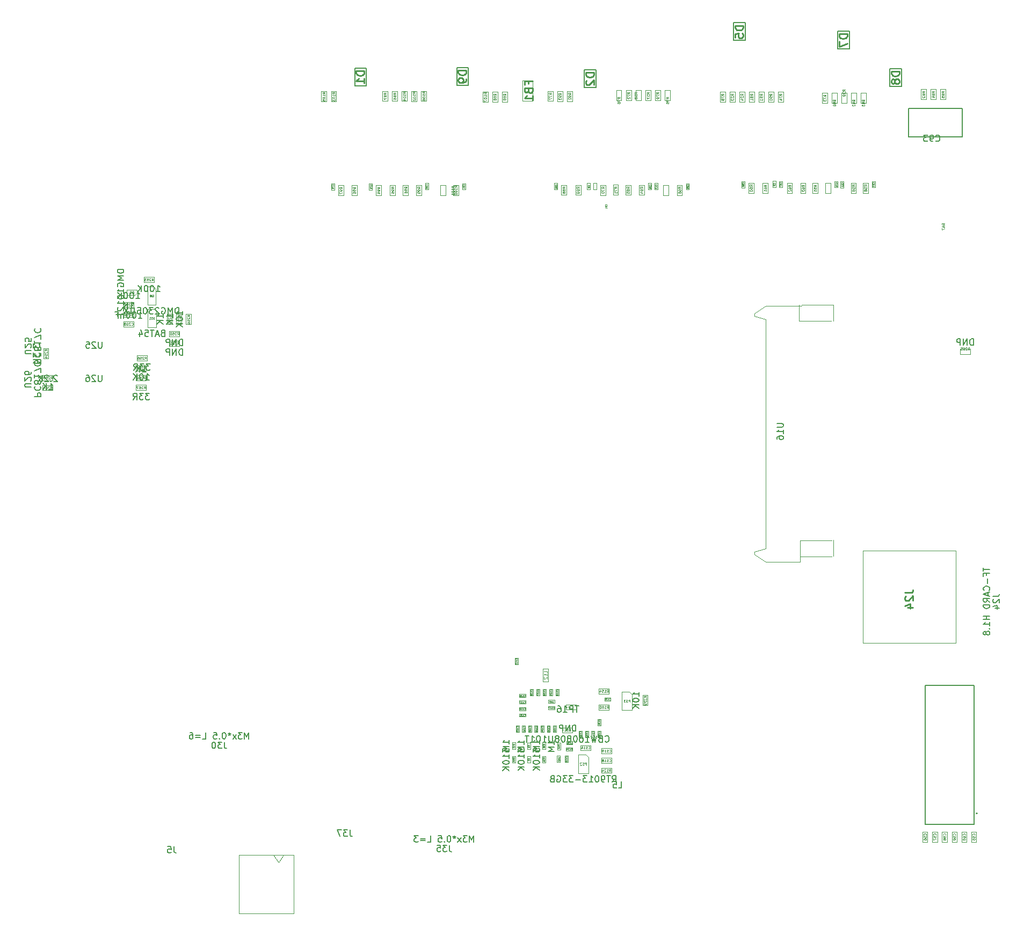
<source format=gbr>
G04 #@! TF.GenerationSoftware,KiCad,Pcbnew,8.0.0-rc1*
G04 #@! TF.CreationDate,2024-05-28T16:40:15+03:00*
G04 #@! TF.ProjectId,MXVR_3566,4d585652-5f33-4353-9636-2e6b69636164,REV1*
G04 #@! TF.SameCoordinates,Original*
G04 #@! TF.FileFunction,AssemblyDrawing,Bot*
%FSLAX46Y46*%
G04 Gerber Fmt 4.6, Leading zero omitted, Abs format (unit mm)*
G04 Created by KiCad (PCBNEW 8.0.0-rc1) date 2024-05-28 16:40:15*
%MOMM*%
%LPD*%
G01*
G04 APERTURE LIST*
%ADD10C,0.150000*%
%ADD11C,0.060000*%
%ADD12C,0.040000*%
%ADD13C,0.050000*%
%ADD14C,0.254000*%
%ADD15C,0.062500*%
%ADD16C,0.080000*%
%ADD17C,0.100000*%
%ADD18C,0.200000*%
%ADD19C,0.127000*%
G04 APERTURE END LIST*
D10*
X143047629Y-149782329D02*
X143380962Y-149306138D01*
X143619057Y-149782329D02*
X143619057Y-148782329D01*
X143619057Y-148782329D02*
X143238105Y-148782329D01*
X143238105Y-148782329D02*
X143142867Y-148829948D01*
X143142867Y-148829948D02*
X143095248Y-148877567D01*
X143095248Y-148877567D02*
X143047629Y-148972805D01*
X143047629Y-148972805D02*
X143047629Y-149115662D01*
X143047629Y-149115662D02*
X143095248Y-149210900D01*
X143095248Y-149210900D02*
X143142867Y-149258519D01*
X143142867Y-149258519D02*
X143238105Y-149306138D01*
X143238105Y-149306138D02*
X143619057Y-149306138D01*
X142761914Y-148782329D02*
X142190486Y-148782329D01*
X142476200Y-149782329D02*
X142476200Y-148782329D01*
X141809533Y-149782329D02*
X141619057Y-149782329D01*
X141619057Y-149782329D02*
X141523819Y-149734710D01*
X141523819Y-149734710D02*
X141476200Y-149687090D01*
X141476200Y-149687090D02*
X141380962Y-149544233D01*
X141380962Y-149544233D02*
X141333343Y-149353757D01*
X141333343Y-149353757D02*
X141333343Y-148972805D01*
X141333343Y-148972805D02*
X141380962Y-148877567D01*
X141380962Y-148877567D02*
X141428581Y-148829948D01*
X141428581Y-148829948D02*
X141523819Y-148782329D01*
X141523819Y-148782329D02*
X141714295Y-148782329D01*
X141714295Y-148782329D02*
X141809533Y-148829948D01*
X141809533Y-148829948D02*
X141857152Y-148877567D01*
X141857152Y-148877567D02*
X141904771Y-148972805D01*
X141904771Y-148972805D02*
X141904771Y-149210900D01*
X141904771Y-149210900D02*
X141857152Y-149306138D01*
X141857152Y-149306138D02*
X141809533Y-149353757D01*
X141809533Y-149353757D02*
X141714295Y-149401376D01*
X141714295Y-149401376D02*
X141523819Y-149401376D01*
X141523819Y-149401376D02*
X141428581Y-149353757D01*
X141428581Y-149353757D02*
X141380962Y-149306138D01*
X141380962Y-149306138D02*
X141333343Y-149210900D01*
X140714295Y-148782329D02*
X140619057Y-148782329D01*
X140619057Y-148782329D02*
X140523819Y-148829948D01*
X140523819Y-148829948D02*
X140476200Y-148877567D01*
X140476200Y-148877567D02*
X140428581Y-148972805D01*
X140428581Y-148972805D02*
X140380962Y-149163281D01*
X140380962Y-149163281D02*
X140380962Y-149401376D01*
X140380962Y-149401376D02*
X140428581Y-149591852D01*
X140428581Y-149591852D02*
X140476200Y-149687090D01*
X140476200Y-149687090D02*
X140523819Y-149734710D01*
X140523819Y-149734710D02*
X140619057Y-149782329D01*
X140619057Y-149782329D02*
X140714295Y-149782329D01*
X140714295Y-149782329D02*
X140809533Y-149734710D01*
X140809533Y-149734710D02*
X140857152Y-149687090D01*
X140857152Y-149687090D02*
X140904771Y-149591852D01*
X140904771Y-149591852D02*
X140952390Y-149401376D01*
X140952390Y-149401376D02*
X140952390Y-149163281D01*
X140952390Y-149163281D02*
X140904771Y-148972805D01*
X140904771Y-148972805D02*
X140857152Y-148877567D01*
X140857152Y-148877567D02*
X140809533Y-148829948D01*
X140809533Y-148829948D02*
X140714295Y-148782329D01*
X139428581Y-149782329D02*
X140000009Y-149782329D01*
X139714295Y-149782329D02*
X139714295Y-148782329D01*
X139714295Y-148782329D02*
X139809533Y-148925186D01*
X139809533Y-148925186D02*
X139904771Y-149020424D01*
X139904771Y-149020424D02*
X140000009Y-149068043D01*
X139095247Y-148782329D02*
X138476200Y-148782329D01*
X138476200Y-148782329D02*
X138809533Y-149163281D01*
X138809533Y-149163281D02*
X138666676Y-149163281D01*
X138666676Y-149163281D02*
X138571438Y-149210900D01*
X138571438Y-149210900D02*
X138523819Y-149258519D01*
X138523819Y-149258519D02*
X138476200Y-149353757D01*
X138476200Y-149353757D02*
X138476200Y-149591852D01*
X138476200Y-149591852D02*
X138523819Y-149687090D01*
X138523819Y-149687090D02*
X138571438Y-149734710D01*
X138571438Y-149734710D02*
X138666676Y-149782329D01*
X138666676Y-149782329D02*
X138952390Y-149782329D01*
X138952390Y-149782329D02*
X139047628Y-149734710D01*
X139047628Y-149734710D02*
X139095247Y-149687090D01*
X138047628Y-149401376D02*
X137285724Y-149401376D01*
X136904771Y-148782329D02*
X136285724Y-148782329D01*
X136285724Y-148782329D02*
X136619057Y-149163281D01*
X136619057Y-149163281D02*
X136476200Y-149163281D01*
X136476200Y-149163281D02*
X136380962Y-149210900D01*
X136380962Y-149210900D02*
X136333343Y-149258519D01*
X136333343Y-149258519D02*
X136285724Y-149353757D01*
X136285724Y-149353757D02*
X136285724Y-149591852D01*
X136285724Y-149591852D02*
X136333343Y-149687090D01*
X136333343Y-149687090D02*
X136380962Y-149734710D01*
X136380962Y-149734710D02*
X136476200Y-149782329D01*
X136476200Y-149782329D02*
X136761914Y-149782329D01*
X136761914Y-149782329D02*
X136857152Y-149734710D01*
X136857152Y-149734710D02*
X136904771Y-149687090D01*
X135952390Y-148782329D02*
X135333343Y-148782329D01*
X135333343Y-148782329D02*
X135666676Y-149163281D01*
X135666676Y-149163281D02*
X135523819Y-149163281D01*
X135523819Y-149163281D02*
X135428581Y-149210900D01*
X135428581Y-149210900D02*
X135380962Y-149258519D01*
X135380962Y-149258519D02*
X135333343Y-149353757D01*
X135333343Y-149353757D02*
X135333343Y-149591852D01*
X135333343Y-149591852D02*
X135380962Y-149687090D01*
X135380962Y-149687090D02*
X135428581Y-149734710D01*
X135428581Y-149734710D02*
X135523819Y-149782329D01*
X135523819Y-149782329D02*
X135809533Y-149782329D01*
X135809533Y-149782329D02*
X135904771Y-149734710D01*
X135904771Y-149734710D02*
X135952390Y-149687090D01*
X134380962Y-148829948D02*
X134476200Y-148782329D01*
X134476200Y-148782329D02*
X134619057Y-148782329D01*
X134619057Y-148782329D02*
X134761914Y-148829948D01*
X134761914Y-148829948D02*
X134857152Y-148925186D01*
X134857152Y-148925186D02*
X134904771Y-149020424D01*
X134904771Y-149020424D02*
X134952390Y-149210900D01*
X134952390Y-149210900D02*
X134952390Y-149353757D01*
X134952390Y-149353757D02*
X134904771Y-149544233D01*
X134904771Y-149544233D02*
X134857152Y-149639471D01*
X134857152Y-149639471D02*
X134761914Y-149734710D01*
X134761914Y-149734710D02*
X134619057Y-149782329D01*
X134619057Y-149782329D02*
X134523819Y-149782329D01*
X134523819Y-149782329D02*
X134380962Y-149734710D01*
X134380962Y-149734710D02*
X134333343Y-149687090D01*
X134333343Y-149687090D02*
X134333343Y-149353757D01*
X134333343Y-149353757D02*
X134523819Y-149353757D01*
X133571438Y-149258519D02*
X133428581Y-149306138D01*
X133428581Y-149306138D02*
X133380962Y-149353757D01*
X133380962Y-149353757D02*
X133333343Y-149448995D01*
X133333343Y-149448995D02*
X133333343Y-149591852D01*
X133333343Y-149591852D02*
X133380962Y-149687090D01*
X133380962Y-149687090D02*
X133428581Y-149734710D01*
X133428581Y-149734710D02*
X133523819Y-149782329D01*
X133523819Y-149782329D02*
X133904771Y-149782329D01*
X133904771Y-149782329D02*
X133904771Y-148782329D01*
X133904771Y-148782329D02*
X133571438Y-148782329D01*
X133571438Y-148782329D02*
X133476200Y-148829948D01*
X133476200Y-148829948D02*
X133428581Y-148877567D01*
X133428581Y-148877567D02*
X133380962Y-148972805D01*
X133380962Y-148972805D02*
X133380962Y-149068043D01*
X133380962Y-149068043D02*
X133428581Y-149163281D01*
X133428581Y-149163281D02*
X133476200Y-149210900D01*
X133476200Y-149210900D02*
X133571438Y-149258519D01*
X133571438Y-149258519D02*
X133904771Y-149258519D01*
D11*
X138985723Y-147109437D02*
X138985723Y-146709437D01*
X138985723Y-146709437D02*
X138833342Y-146709437D01*
X138833342Y-146709437D02*
X138795247Y-146728485D01*
X138795247Y-146728485D02*
X138776200Y-146747532D01*
X138776200Y-146747532D02*
X138757152Y-146785628D01*
X138757152Y-146785628D02*
X138757152Y-146842770D01*
X138757152Y-146842770D02*
X138776200Y-146880866D01*
X138776200Y-146880866D02*
X138795247Y-146899913D01*
X138795247Y-146899913D02*
X138833342Y-146918961D01*
X138833342Y-146918961D02*
X138985723Y-146918961D01*
X138604771Y-147090390D02*
X138547628Y-147109437D01*
X138547628Y-147109437D02*
X138452390Y-147109437D01*
X138452390Y-147109437D02*
X138414295Y-147090390D01*
X138414295Y-147090390D02*
X138395247Y-147071342D01*
X138395247Y-147071342D02*
X138376200Y-147033247D01*
X138376200Y-147033247D02*
X138376200Y-146995151D01*
X138376200Y-146995151D02*
X138395247Y-146957056D01*
X138395247Y-146957056D02*
X138414295Y-146938009D01*
X138414295Y-146938009D02*
X138452390Y-146918961D01*
X138452390Y-146918961D02*
X138528581Y-146899913D01*
X138528581Y-146899913D02*
X138566676Y-146880866D01*
X138566676Y-146880866D02*
X138585723Y-146861818D01*
X138585723Y-146861818D02*
X138604771Y-146823723D01*
X138604771Y-146823723D02*
X138604771Y-146785628D01*
X138604771Y-146785628D02*
X138585723Y-146747532D01*
X138585723Y-146747532D02*
X138566676Y-146728485D01*
X138566676Y-146728485D02*
X138528581Y-146709437D01*
X138528581Y-146709437D02*
X138433342Y-146709437D01*
X138433342Y-146709437D02*
X138376200Y-146728485D01*
X138223819Y-146747532D02*
X138204771Y-146728485D01*
X138204771Y-146728485D02*
X138166676Y-146709437D01*
X138166676Y-146709437D02*
X138071438Y-146709437D01*
X138071438Y-146709437D02*
X138033343Y-146728485D01*
X138033343Y-146728485D02*
X138014295Y-146747532D01*
X138014295Y-146747532D02*
X137995248Y-146785628D01*
X137995248Y-146785628D02*
X137995248Y-146823723D01*
X137995248Y-146823723D02*
X138014295Y-146880866D01*
X138014295Y-146880866D02*
X138242867Y-147109437D01*
X138242867Y-147109437D02*
X137995248Y-147109437D01*
D10*
X73934333Y-159932319D02*
X73934333Y-160646604D01*
X73934333Y-160646604D02*
X73981952Y-160789461D01*
X73981952Y-160789461D02*
X74077190Y-160884700D01*
X74077190Y-160884700D02*
X74220047Y-160932319D01*
X74220047Y-160932319D02*
X74315285Y-160932319D01*
X72981952Y-159932319D02*
X73458142Y-159932319D01*
X73458142Y-159932319D02*
X73505761Y-160408509D01*
X73505761Y-160408509D02*
X73458142Y-160360890D01*
X73458142Y-160360890D02*
X73362904Y-160313271D01*
X73362904Y-160313271D02*
X73124809Y-160313271D01*
X73124809Y-160313271D02*
X73029571Y-160360890D01*
X73029571Y-160360890D02*
X72981952Y-160408509D01*
X72981952Y-160408509D02*
X72934333Y-160503747D01*
X72934333Y-160503747D02*
X72934333Y-160741842D01*
X72934333Y-160741842D02*
X72981952Y-160837080D01*
X72981952Y-160837080D02*
X73029571Y-160884700D01*
X73029571Y-160884700D02*
X73124809Y-160932319D01*
X73124809Y-160932319D02*
X73362904Y-160932319D01*
X73362904Y-160932319D02*
X73458142Y-160884700D01*
X73458142Y-160884700D02*
X73505761Y-160837080D01*
D11*
X142577618Y-148131927D02*
X142710951Y-147941451D01*
X142806189Y-148131927D02*
X142806189Y-147731927D01*
X142806189Y-147731927D02*
X142653808Y-147731927D01*
X142653808Y-147731927D02*
X142615713Y-147750975D01*
X142615713Y-147750975D02*
X142596666Y-147770022D01*
X142596666Y-147770022D02*
X142577618Y-147808118D01*
X142577618Y-147808118D02*
X142577618Y-147865260D01*
X142577618Y-147865260D02*
X142596666Y-147903356D01*
X142596666Y-147903356D02*
X142615713Y-147922403D01*
X142615713Y-147922403D02*
X142653808Y-147941451D01*
X142653808Y-147941451D02*
X142806189Y-147941451D01*
X142196666Y-148131927D02*
X142425237Y-148131927D01*
X142310951Y-148131927D02*
X142310951Y-147731927D01*
X142310951Y-147731927D02*
X142349047Y-147789070D01*
X142349047Y-147789070D02*
X142387142Y-147827165D01*
X142387142Y-147827165D02*
X142425237Y-147846213D01*
X142044285Y-147770022D02*
X142025237Y-147750975D01*
X142025237Y-147750975D02*
X141987142Y-147731927D01*
X141987142Y-147731927D02*
X141891904Y-147731927D01*
X141891904Y-147731927D02*
X141853809Y-147750975D01*
X141853809Y-147750975D02*
X141834761Y-147770022D01*
X141834761Y-147770022D02*
X141815714Y-147808118D01*
X141815714Y-147808118D02*
X141815714Y-147846213D01*
X141815714Y-147846213D02*
X141834761Y-147903356D01*
X141834761Y-147903356D02*
X142063333Y-148131927D01*
X142063333Y-148131927D02*
X141815714Y-148131927D01*
X141472857Y-147865260D02*
X141472857Y-148131927D01*
X141568095Y-147712880D02*
X141663333Y-147998594D01*
X141663333Y-147998594D02*
X141415714Y-147998594D01*
D12*
X139439765Y-55778333D02*
X139451670Y-55766429D01*
X139451670Y-55766429D02*
X139463574Y-55730714D01*
X139463574Y-55730714D02*
X139463574Y-55706905D01*
X139463574Y-55706905D02*
X139451670Y-55671191D01*
X139451670Y-55671191D02*
X139427860Y-55647381D01*
X139427860Y-55647381D02*
X139404050Y-55635476D01*
X139404050Y-55635476D02*
X139356431Y-55623572D01*
X139356431Y-55623572D02*
X139320717Y-55623572D01*
X139320717Y-55623572D02*
X139273098Y-55635476D01*
X139273098Y-55635476D02*
X139249289Y-55647381D01*
X139249289Y-55647381D02*
X139225479Y-55671191D01*
X139225479Y-55671191D02*
X139213574Y-55706905D01*
X139213574Y-55706905D02*
X139213574Y-55730714D01*
X139213574Y-55730714D02*
X139225479Y-55766429D01*
X139225479Y-55766429D02*
X139237384Y-55778333D01*
X139320717Y-55921191D02*
X139308812Y-55897381D01*
X139308812Y-55897381D02*
X139296908Y-55885476D01*
X139296908Y-55885476D02*
X139273098Y-55873572D01*
X139273098Y-55873572D02*
X139261193Y-55873572D01*
X139261193Y-55873572D02*
X139237384Y-55885476D01*
X139237384Y-55885476D02*
X139225479Y-55897381D01*
X139225479Y-55897381D02*
X139213574Y-55921191D01*
X139213574Y-55921191D02*
X139213574Y-55968810D01*
X139213574Y-55968810D02*
X139225479Y-55992619D01*
X139225479Y-55992619D02*
X139237384Y-56004524D01*
X139237384Y-56004524D02*
X139261193Y-56016429D01*
X139261193Y-56016429D02*
X139273098Y-56016429D01*
X139273098Y-56016429D02*
X139296908Y-56004524D01*
X139296908Y-56004524D02*
X139308812Y-55992619D01*
X139308812Y-55992619D02*
X139320717Y-55968810D01*
X139320717Y-55968810D02*
X139320717Y-55921191D01*
X139320717Y-55921191D02*
X139332622Y-55897381D01*
X139332622Y-55897381D02*
X139344527Y-55885476D01*
X139344527Y-55885476D02*
X139368336Y-55873572D01*
X139368336Y-55873572D02*
X139415955Y-55873572D01*
X139415955Y-55873572D02*
X139439765Y-55885476D01*
X139439765Y-55885476D02*
X139451670Y-55897381D01*
X139451670Y-55897381D02*
X139463574Y-55921191D01*
X139463574Y-55921191D02*
X139463574Y-55968810D01*
X139463574Y-55968810D02*
X139451670Y-55992619D01*
X139451670Y-55992619D02*
X139439765Y-56004524D01*
X139439765Y-56004524D02*
X139415955Y-56016429D01*
X139415955Y-56016429D02*
X139368336Y-56016429D01*
X139368336Y-56016429D02*
X139344527Y-56004524D01*
X139344527Y-56004524D02*
X139332622Y-55992619D01*
X139332622Y-55992619D02*
X139320717Y-55968810D01*
X135939775Y-145860248D02*
X135951680Y-145848344D01*
X135951680Y-145848344D02*
X135963584Y-145812629D01*
X135963584Y-145812629D02*
X135963584Y-145788820D01*
X135963584Y-145788820D02*
X135951680Y-145753106D01*
X135951680Y-145753106D02*
X135927870Y-145729296D01*
X135927870Y-145729296D02*
X135904060Y-145717391D01*
X135904060Y-145717391D02*
X135856441Y-145705487D01*
X135856441Y-145705487D02*
X135820727Y-145705487D01*
X135820727Y-145705487D02*
X135773108Y-145717391D01*
X135773108Y-145717391D02*
X135749299Y-145729296D01*
X135749299Y-145729296D02*
X135725489Y-145753106D01*
X135725489Y-145753106D02*
X135713584Y-145788820D01*
X135713584Y-145788820D02*
X135713584Y-145812629D01*
X135713584Y-145812629D02*
X135725489Y-145848344D01*
X135725489Y-145848344D02*
X135737394Y-145860248D01*
X135963584Y-146098344D02*
X135963584Y-145955487D01*
X135963584Y-146026915D02*
X135713584Y-146026915D01*
X135713584Y-146026915D02*
X135749299Y-146003106D01*
X135749299Y-146003106D02*
X135773108Y-145979296D01*
X135773108Y-145979296D02*
X135785013Y-145955487D01*
X135713584Y-146181677D02*
X135713584Y-146336439D01*
X135713584Y-146336439D02*
X135808822Y-146253105D01*
X135808822Y-146253105D02*
X135808822Y-146288820D01*
X135808822Y-146288820D02*
X135820727Y-146312629D01*
X135820727Y-146312629D02*
X135832632Y-146324534D01*
X135832632Y-146324534D02*
X135856441Y-146336439D01*
X135856441Y-146336439D02*
X135915965Y-146336439D01*
X135915965Y-146336439D02*
X135939775Y-146324534D01*
X135939775Y-146324534D02*
X135951680Y-146312629D01*
X135951680Y-146312629D02*
X135963584Y-146288820D01*
X135963584Y-146288820D02*
X135963584Y-146217391D01*
X135963584Y-146217391D02*
X135951680Y-146193582D01*
X135951680Y-146193582D02*
X135939775Y-146181677D01*
X135737394Y-146431677D02*
X135725489Y-146443581D01*
X135725489Y-146443581D02*
X135713584Y-146467391D01*
X135713584Y-146467391D02*
X135713584Y-146526915D01*
X135713584Y-146526915D02*
X135725489Y-146550724D01*
X135725489Y-146550724D02*
X135737394Y-146562629D01*
X135737394Y-146562629D02*
X135761203Y-146574534D01*
X135761203Y-146574534D02*
X135785013Y-146574534D01*
X135785013Y-146574534D02*
X135820727Y-146562629D01*
X135820727Y-146562629D02*
X135963584Y-146419772D01*
X135963584Y-146419772D02*
X135963584Y-146574534D01*
D11*
X108631927Y-56142857D02*
X108441451Y-56009524D01*
X108631927Y-55914286D02*
X108231927Y-55914286D01*
X108231927Y-55914286D02*
X108231927Y-56066667D01*
X108231927Y-56066667D02*
X108250975Y-56104762D01*
X108250975Y-56104762D02*
X108270022Y-56123809D01*
X108270022Y-56123809D02*
X108308118Y-56142857D01*
X108308118Y-56142857D02*
X108365260Y-56142857D01*
X108365260Y-56142857D02*
X108403356Y-56123809D01*
X108403356Y-56123809D02*
X108422403Y-56104762D01*
X108422403Y-56104762D02*
X108441451Y-56066667D01*
X108441451Y-56066667D02*
X108441451Y-55914286D01*
X108631927Y-56333333D02*
X108631927Y-56409524D01*
X108631927Y-56409524D02*
X108612880Y-56447619D01*
X108612880Y-56447619D02*
X108593832Y-56466667D01*
X108593832Y-56466667D02*
X108536689Y-56504762D01*
X108536689Y-56504762D02*
X108460499Y-56523809D01*
X108460499Y-56523809D02*
X108308118Y-56523809D01*
X108308118Y-56523809D02*
X108270022Y-56504762D01*
X108270022Y-56504762D02*
X108250975Y-56485714D01*
X108250975Y-56485714D02*
X108231927Y-56447619D01*
X108231927Y-56447619D02*
X108231927Y-56371428D01*
X108231927Y-56371428D02*
X108250975Y-56333333D01*
X108250975Y-56333333D02*
X108270022Y-56314286D01*
X108270022Y-56314286D02*
X108308118Y-56295238D01*
X108308118Y-56295238D02*
X108403356Y-56295238D01*
X108403356Y-56295238D02*
X108441451Y-56314286D01*
X108441451Y-56314286D02*
X108460499Y-56333333D01*
X108460499Y-56333333D02*
X108479546Y-56371428D01*
X108479546Y-56371428D02*
X108479546Y-56447619D01*
X108479546Y-56447619D02*
X108460499Y-56485714D01*
X108460499Y-56485714D02*
X108441451Y-56504762D01*
X108441451Y-56504762D02*
X108403356Y-56523809D01*
X108231927Y-56885714D02*
X108231927Y-56695238D01*
X108231927Y-56695238D02*
X108422403Y-56676190D01*
X108422403Y-56676190D02*
X108403356Y-56695238D01*
X108403356Y-56695238D02*
X108384308Y-56733333D01*
X108384308Y-56733333D02*
X108384308Y-56828571D01*
X108384308Y-56828571D02*
X108403356Y-56866666D01*
X108403356Y-56866666D02*
X108422403Y-56885714D01*
X108422403Y-56885714D02*
X108460499Y-56904761D01*
X108460499Y-56904761D02*
X108555737Y-56904761D01*
X108555737Y-56904761D02*
X108593832Y-56885714D01*
X108593832Y-56885714D02*
X108612880Y-56866666D01*
X108612880Y-56866666D02*
X108631927Y-56828571D01*
X108631927Y-56828571D02*
X108631927Y-56733333D01*
X108631927Y-56733333D02*
X108612880Y-56695238D01*
X108612880Y-56695238D02*
X108593832Y-56676190D01*
X118101927Y-55997381D02*
X117911451Y-55864048D01*
X118101927Y-55768810D02*
X117701927Y-55768810D01*
X117701927Y-55768810D02*
X117701927Y-55921191D01*
X117701927Y-55921191D02*
X117720975Y-55959286D01*
X117720975Y-55959286D02*
X117740022Y-55978333D01*
X117740022Y-55978333D02*
X117778118Y-55997381D01*
X117778118Y-55997381D02*
X117835260Y-55997381D01*
X117835260Y-55997381D02*
X117873356Y-55978333D01*
X117873356Y-55978333D02*
X117892403Y-55959286D01*
X117892403Y-55959286D02*
X117911451Y-55921191D01*
X117911451Y-55921191D02*
X117911451Y-55768810D01*
X118101927Y-56378333D02*
X118101927Y-56149762D01*
X118101927Y-56264048D02*
X117701927Y-56264048D01*
X117701927Y-56264048D02*
X117759070Y-56225952D01*
X117759070Y-56225952D02*
X117797165Y-56187857D01*
X117797165Y-56187857D02*
X117816213Y-56149762D01*
X117701927Y-56625952D02*
X117701927Y-56664047D01*
X117701927Y-56664047D02*
X117720975Y-56702143D01*
X117720975Y-56702143D02*
X117740022Y-56721190D01*
X117740022Y-56721190D02*
X117778118Y-56740238D01*
X117778118Y-56740238D02*
X117854308Y-56759285D01*
X117854308Y-56759285D02*
X117949546Y-56759285D01*
X117949546Y-56759285D02*
X118025737Y-56740238D01*
X118025737Y-56740238D02*
X118063832Y-56721190D01*
X118063832Y-56721190D02*
X118082880Y-56702143D01*
X118082880Y-56702143D02*
X118101927Y-56664047D01*
X118101927Y-56664047D02*
X118101927Y-56625952D01*
X118101927Y-56625952D02*
X118082880Y-56587857D01*
X118082880Y-56587857D02*
X118063832Y-56568809D01*
X118063832Y-56568809D02*
X118025737Y-56549762D01*
X118025737Y-56549762D02*
X117949546Y-56530714D01*
X117949546Y-56530714D02*
X117854308Y-56530714D01*
X117854308Y-56530714D02*
X117778118Y-56549762D01*
X117778118Y-56549762D02*
X117740022Y-56568809D01*
X117740022Y-56568809D02*
X117720975Y-56587857D01*
X117720975Y-56587857D02*
X117701927Y-56625952D01*
X118101927Y-57140237D02*
X118101927Y-56911666D01*
X118101927Y-57025952D02*
X117701927Y-57025952D01*
X117701927Y-57025952D02*
X117759070Y-56987856D01*
X117759070Y-56987856D02*
X117797165Y-56949761D01*
X117797165Y-56949761D02*
X117816213Y-56911666D01*
D12*
X119749765Y-55669285D02*
X119761670Y-55657381D01*
X119761670Y-55657381D02*
X119773574Y-55621666D01*
X119773574Y-55621666D02*
X119773574Y-55597857D01*
X119773574Y-55597857D02*
X119761670Y-55562143D01*
X119761670Y-55562143D02*
X119737860Y-55538333D01*
X119737860Y-55538333D02*
X119714050Y-55526428D01*
X119714050Y-55526428D02*
X119666431Y-55514524D01*
X119666431Y-55514524D02*
X119630717Y-55514524D01*
X119630717Y-55514524D02*
X119583098Y-55526428D01*
X119583098Y-55526428D02*
X119559289Y-55538333D01*
X119559289Y-55538333D02*
X119535479Y-55562143D01*
X119535479Y-55562143D02*
X119523574Y-55597857D01*
X119523574Y-55597857D02*
X119523574Y-55621666D01*
X119523574Y-55621666D02*
X119535479Y-55657381D01*
X119535479Y-55657381D02*
X119547384Y-55669285D01*
X119630717Y-55812143D02*
X119618812Y-55788333D01*
X119618812Y-55788333D02*
X119606908Y-55776428D01*
X119606908Y-55776428D02*
X119583098Y-55764524D01*
X119583098Y-55764524D02*
X119571193Y-55764524D01*
X119571193Y-55764524D02*
X119547384Y-55776428D01*
X119547384Y-55776428D02*
X119535479Y-55788333D01*
X119535479Y-55788333D02*
X119523574Y-55812143D01*
X119523574Y-55812143D02*
X119523574Y-55859762D01*
X119523574Y-55859762D02*
X119535479Y-55883571D01*
X119535479Y-55883571D02*
X119547384Y-55895476D01*
X119547384Y-55895476D02*
X119571193Y-55907381D01*
X119571193Y-55907381D02*
X119583098Y-55907381D01*
X119583098Y-55907381D02*
X119606908Y-55895476D01*
X119606908Y-55895476D02*
X119618812Y-55883571D01*
X119618812Y-55883571D02*
X119630717Y-55859762D01*
X119630717Y-55859762D02*
X119630717Y-55812143D01*
X119630717Y-55812143D02*
X119642622Y-55788333D01*
X119642622Y-55788333D02*
X119654527Y-55776428D01*
X119654527Y-55776428D02*
X119678336Y-55764524D01*
X119678336Y-55764524D02*
X119725955Y-55764524D01*
X119725955Y-55764524D02*
X119749765Y-55776428D01*
X119749765Y-55776428D02*
X119761670Y-55788333D01*
X119761670Y-55788333D02*
X119773574Y-55812143D01*
X119773574Y-55812143D02*
X119773574Y-55859762D01*
X119773574Y-55859762D02*
X119761670Y-55883571D01*
X119761670Y-55883571D02*
X119749765Y-55895476D01*
X119749765Y-55895476D02*
X119725955Y-55907381D01*
X119725955Y-55907381D02*
X119678336Y-55907381D01*
X119678336Y-55907381D02*
X119654527Y-55895476D01*
X119654527Y-55895476D02*
X119642622Y-55883571D01*
X119642622Y-55883571D02*
X119630717Y-55859762D01*
X119773574Y-56145476D02*
X119773574Y-56002619D01*
X119773574Y-56074047D02*
X119523574Y-56074047D01*
X119523574Y-56074047D02*
X119559289Y-56050238D01*
X119559289Y-56050238D02*
X119583098Y-56026428D01*
X119583098Y-56026428D02*
X119595003Y-56002619D01*
X130172275Y-141110248D02*
X130184180Y-141098344D01*
X130184180Y-141098344D02*
X130196084Y-141062629D01*
X130196084Y-141062629D02*
X130196084Y-141038820D01*
X130196084Y-141038820D02*
X130184180Y-141003106D01*
X130184180Y-141003106D02*
X130160370Y-140979296D01*
X130160370Y-140979296D02*
X130136560Y-140967391D01*
X130136560Y-140967391D02*
X130088941Y-140955487D01*
X130088941Y-140955487D02*
X130053227Y-140955487D01*
X130053227Y-140955487D02*
X130005608Y-140967391D01*
X130005608Y-140967391D02*
X129981799Y-140979296D01*
X129981799Y-140979296D02*
X129957989Y-141003106D01*
X129957989Y-141003106D02*
X129946084Y-141038820D01*
X129946084Y-141038820D02*
X129946084Y-141062629D01*
X129946084Y-141062629D02*
X129957989Y-141098344D01*
X129957989Y-141098344D02*
X129969894Y-141110248D01*
X130196084Y-141348344D02*
X130196084Y-141205487D01*
X130196084Y-141276915D02*
X129946084Y-141276915D01*
X129946084Y-141276915D02*
X129981799Y-141253106D01*
X129981799Y-141253106D02*
X130005608Y-141229296D01*
X130005608Y-141229296D02*
X130017513Y-141205487D01*
X129946084Y-141503105D02*
X129946084Y-141526915D01*
X129946084Y-141526915D02*
X129957989Y-141550724D01*
X129957989Y-141550724D02*
X129969894Y-141562629D01*
X129969894Y-141562629D02*
X129993703Y-141574534D01*
X129993703Y-141574534D02*
X130041322Y-141586439D01*
X130041322Y-141586439D02*
X130100846Y-141586439D01*
X130100846Y-141586439D02*
X130148465Y-141574534D01*
X130148465Y-141574534D02*
X130172275Y-141562629D01*
X130172275Y-141562629D02*
X130184180Y-141550724D01*
X130184180Y-141550724D02*
X130196084Y-141526915D01*
X130196084Y-141526915D02*
X130196084Y-141503105D01*
X130196084Y-141503105D02*
X130184180Y-141479296D01*
X130184180Y-141479296D02*
X130172275Y-141467391D01*
X130172275Y-141467391D02*
X130148465Y-141455486D01*
X130148465Y-141455486D02*
X130100846Y-141443582D01*
X130100846Y-141443582D02*
X130041322Y-141443582D01*
X130041322Y-141443582D02*
X129993703Y-141455486D01*
X129993703Y-141455486D02*
X129969894Y-141467391D01*
X129969894Y-141467391D02*
X129957989Y-141479296D01*
X129957989Y-141479296D02*
X129946084Y-141503105D01*
X129946084Y-141812629D02*
X129946084Y-141693581D01*
X129946084Y-141693581D02*
X130065132Y-141681677D01*
X130065132Y-141681677D02*
X130053227Y-141693581D01*
X130053227Y-141693581D02*
X130041322Y-141717391D01*
X130041322Y-141717391D02*
X130041322Y-141776915D01*
X130041322Y-141776915D02*
X130053227Y-141800724D01*
X130053227Y-141800724D02*
X130065132Y-141812629D01*
X130065132Y-141812629D02*
X130088941Y-141824534D01*
X130088941Y-141824534D02*
X130148465Y-141824534D01*
X130148465Y-141824534D02*
X130172275Y-141812629D01*
X130172275Y-141812629D02*
X130184180Y-141800724D01*
X130184180Y-141800724D02*
X130196084Y-141776915D01*
X130196084Y-141776915D02*
X130196084Y-141717391D01*
X130196084Y-141717391D02*
X130184180Y-141693581D01*
X130184180Y-141693581D02*
X130172275Y-141681677D01*
D10*
X74695594Y-75924819D02*
X74695594Y-74924819D01*
X74695594Y-74924819D02*
X74457499Y-74924819D01*
X74457499Y-74924819D02*
X74314642Y-74972438D01*
X74314642Y-74972438D02*
X74219404Y-75067676D01*
X74219404Y-75067676D02*
X74171785Y-75162914D01*
X74171785Y-75162914D02*
X74124166Y-75353390D01*
X74124166Y-75353390D02*
X74124166Y-75496247D01*
X74124166Y-75496247D02*
X74171785Y-75686723D01*
X74171785Y-75686723D02*
X74219404Y-75781961D01*
X74219404Y-75781961D02*
X74314642Y-75877200D01*
X74314642Y-75877200D02*
X74457499Y-75924819D01*
X74457499Y-75924819D02*
X74695594Y-75924819D01*
X73695594Y-75924819D02*
X73695594Y-74924819D01*
X73695594Y-74924819D02*
X73362261Y-75639104D01*
X73362261Y-75639104D02*
X73028928Y-74924819D01*
X73028928Y-74924819D02*
X73028928Y-75924819D01*
X72028928Y-74972438D02*
X72124166Y-74924819D01*
X72124166Y-74924819D02*
X72267023Y-74924819D01*
X72267023Y-74924819D02*
X72409880Y-74972438D01*
X72409880Y-74972438D02*
X72505118Y-75067676D01*
X72505118Y-75067676D02*
X72552737Y-75162914D01*
X72552737Y-75162914D02*
X72600356Y-75353390D01*
X72600356Y-75353390D02*
X72600356Y-75496247D01*
X72600356Y-75496247D02*
X72552737Y-75686723D01*
X72552737Y-75686723D02*
X72505118Y-75781961D01*
X72505118Y-75781961D02*
X72409880Y-75877200D01*
X72409880Y-75877200D02*
X72267023Y-75924819D01*
X72267023Y-75924819D02*
X72171785Y-75924819D01*
X72171785Y-75924819D02*
X72028928Y-75877200D01*
X72028928Y-75877200D02*
X71981309Y-75829580D01*
X71981309Y-75829580D02*
X71981309Y-75496247D01*
X71981309Y-75496247D02*
X72171785Y-75496247D01*
X71600356Y-75020057D02*
X71552737Y-74972438D01*
X71552737Y-74972438D02*
X71457499Y-74924819D01*
X71457499Y-74924819D02*
X71219404Y-74924819D01*
X71219404Y-74924819D02*
X71124166Y-74972438D01*
X71124166Y-74972438D02*
X71076547Y-75020057D01*
X71076547Y-75020057D02*
X71028928Y-75115295D01*
X71028928Y-75115295D02*
X71028928Y-75210533D01*
X71028928Y-75210533D02*
X71076547Y-75353390D01*
X71076547Y-75353390D02*
X71647975Y-75924819D01*
X71647975Y-75924819D02*
X71028928Y-75924819D01*
X70695594Y-74924819D02*
X70076547Y-74924819D01*
X70076547Y-74924819D02*
X70409880Y-75305771D01*
X70409880Y-75305771D02*
X70267023Y-75305771D01*
X70267023Y-75305771D02*
X70171785Y-75353390D01*
X70171785Y-75353390D02*
X70124166Y-75401009D01*
X70124166Y-75401009D02*
X70076547Y-75496247D01*
X70076547Y-75496247D02*
X70076547Y-75734342D01*
X70076547Y-75734342D02*
X70124166Y-75829580D01*
X70124166Y-75829580D02*
X70171785Y-75877200D01*
X70171785Y-75877200D02*
X70267023Y-75924819D01*
X70267023Y-75924819D02*
X70552737Y-75924819D01*
X70552737Y-75924819D02*
X70647975Y-75877200D01*
X70647975Y-75877200D02*
X70695594Y-75829580D01*
X69457499Y-74924819D02*
X69362261Y-74924819D01*
X69362261Y-74924819D02*
X69267023Y-74972438D01*
X69267023Y-74972438D02*
X69219404Y-75020057D01*
X69219404Y-75020057D02*
X69171785Y-75115295D01*
X69171785Y-75115295D02*
X69124166Y-75305771D01*
X69124166Y-75305771D02*
X69124166Y-75543866D01*
X69124166Y-75543866D02*
X69171785Y-75734342D01*
X69171785Y-75734342D02*
X69219404Y-75829580D01*
X69219404Y-75829580D02*
X69267023Y-75877200D01*
X69267023Y-75877200D02*
X69362261Y-75924819D01*
X69362261Y-75924819D02*
X69457499Y-75924819D01*
X69457499Y-75924819D02*
X69552737Y-75877200D01*
X69552737Y-75877200D02*
X69600356Y-75829580D01*
X69600356Y-75829580D02*
X69647975Y-75734342D01*
X69647975Y-75734342D02*
X69695594Y-75543866D01*
X69695594Y-75543866D02*
X69695594Y-75305771D01*
X69695594Y-75305771D02*
X69647975Y-75115295D01*
X69647975Y-75115295D02*
X69600356Y-75020057D01*
X69600356Y-75020057D02*
X69552737Y-74972438D01*
X69552737Y-74972438D02*
X69457499Y-74924819D01*
X68219404Y-74924819D02*
X68695594Y-74924819D01*
X68695594Y-74924819D02*
X68743213Y-75401009D01*
X68743213Y-75401009D02*
X68695594Y-75353390D01*
X68695594Y-75353390D02*
X68600356Y-75305771D01*
X68600356Y-75305771D02*
X68362261Y-75305771D01*
X68362261Y-75305771D02*
X68267023Y-75353390D01*
X68267023Y-75353390D02*
X68219404Y-75401009D01*
X68219404Y-75401009D02*
X68171785Y-75496247D01*
X68171785Y-75496247D02*
X68171785Y-75734342D01*
X68171785Y-75734342D02*
X68219404Y-75829580D01*
X68219404Y-75829580D02*
X68267023Y-75877200D01*
X68267023Y-75877200D02*
X68362261Y-75924819D01*
X68362261Y-75924819D02*
X68600356Y-75924819D01*
X68600356Y-75924819D02*
X68695594Y-75877200D01*
X68695594Y-75877200D02*
X68743213Y-75829580D01*
X67743213Y-74924819D02*
X67743213Y-75734342D01*
X67743213Y-75734342D02*
X67695594Y-75829580D01*
X67695594Y-75829580D02*
X67647975Y-75877200D01*
X67647975Y-75877200D02*
X67552737Y-75924819D01*
X67552737Y-75924819D02*
X67362261Y-75924819D01*
X67362261Y-75924819D02*
X67267023Y-75877200D01*
X67267023Y-75877200D02*
X67219404Y-75829580D01*
X67219404Y-75829580D02*
X67171785Y-75734342D01*
X67171785Y-75734342D02*
X67171785Y-74924819D01*
X66790832Y-74924819D02*
X66124166Y-75924819D01*
X66124166Y-74924819D02*
X66790832Y-75924819D01*
D13*
X70487976Y-73245914D02*
X70518452Y-73230676D01*
X70518452Y-73230676D02*
X70548928Y-73200200D01*
X70548928Y-73200200D02*
X70594642Y-73154485D01*
X70594642Y-73154485D02*
X70625119Y-73139247D01*
X70625119Y-73139247D02*
X70655595Y-73139247D01*
X70640357Y-73215438D02*
X70670833Y-73200200D01*
X70670833Y-73200200D02*
X70701309Y-73169723D01*
X70701309Y-73169723D02*
X70716547Y-73108771D01*
X70716547Y-73108771D02*
X70716547Y-73002104D01*
X70716547Y-73002104D02*
X70701309Y-72941152D01*
X70701309Y-72941152D02*
X70670833Y-72910676D01*
X70670833Y-72910676D02*
X70640357Y-72895438D01*
X70640357Y-72895438D02*
X70579404Y-72895438D01*
X70579404Y-72895438D02*
X70548928Y-72910676D01*
X70548928Y-72910676D02*
X70518452Y-72941152D01*
X70518452Y-72941152D02*
X70503214Y-73002104D01*
X70503214Y-73002104D02*
X70503214Y-73108771D01*
X70503214Y-73108771D02*
X70518452Y-73169723D01*
X70518452Y-73169723D02*
X70548928Y-73200200D01*
X70548928Y-73200200D02*
X70579404Y-73215438D01*
X70579404Y-73215438D02*
X70640357Y-73215438D01*
X70320357Y-73032580D02*
X70350833Y-73017342D01*
X70350833Y-73017342D02*
X70366071Y-73002104D01*
X70366071Y-73002104D02*
X70381309Y-72971628D01*
X70381309Y-72971628D02*
X70381309Y-72956390D01*
X70381309Y-72956390D02*
X70366071Y-72925914D01*
X70366071Y-72925914D02*
X70350833Y-72910676D01*
X70350833Y-72910676D02*
X70320357Y-72895438D01*
X70320357Y-72895438D02*
X70259404Y-72895438D01*
X70259404Y-72895438D02*
X70228928Y-72910676D01*
X70228928Y-72910676D02*
X70213690Y-72925914D01*
X70213690Y-72925914D02*
X70198452Y-72956390D01*
X70198452Y-72956390D02*
X70198452Y-72971628D01*
X70198452Y-72971628D02*
X70213690Y-73002104D01*
X70213690Y-73002104D02*
X70228928Y-73017342D01*
X70228928Y-73017342D02*
X70259404Y-73032580D01*
X70259404Y-73032580D02*
X70320357Y-73032580D01*
X70320357Y-73032580D02*
X70350833Y-73047819D01*
X70350833Y-73047819D02*
X70366071Y-73063057D01*
X70366071Y-73063057D02*
X70381309Y-73093533D01*
X70381309Y-73093533D02*
X70381309Y-73154485D01*
X70381309Y-73154485D02*
X70366071Y-73184961D01*
X70366071Y-73184961D02*
X70350833Y-73200200D01*
X70350833Y-73200200D02*
X70320357Y-73215438D01*
X70320357Y-73215438D02*
X70259404Y-73215438D01*
X70259404Y-73215438D02*
X70228928Y-73200200D01*
X70228928Y-73200200D02*
X70213690Y-73184961D01*
X70213690Y-73184961D02*
X70198452Y-73154485D01*
X70198452Y-73154485D02*
X70198452Y-73093533D01*
X70198452Y-73093533D02*
X70213690Y-73063057D01*
X70213690Y-73063057D02*
X70228928Y-73047819D01*
X70228928Y-73047819D02*
X70259404Y-73032580D01*
D10*
X72172976Y-78941009D02*
X72030119Y-78988628D01*
X72030119Y-78988628D02*
X71982500Y-79036247D01*
X71982500Y-79036247D02*
X71934881Y-79131485D01*
X71934881Y-79131485D02*
X71934881Y-79274342D01*
X71934881Y-79274342D02*
X71982500Y-79369580D01*
X71982500Y-79369580D02*
X72030119Y-79417200D01*
X72030119Y-79417200D02*
X72125357Y-79464819D01*
X72125357Y-79464819D02*
X72506309Y-79464819D01*
X72506309Y-79464819D02*
X72506309Y-78464819D01*
X72506309Y-78464819D02*
X72172976Y-78464819D01*
X72172976Y-78464819D02*
X72077738Y-78512438D01*
X72077738Y-78512438D02*
X72030119Y-78560057D01*
X72030119Y-78560057D02*
X71982500Y-78655295D01*
X71982500Y-78655295D02*
X71982500Y-78750533D01*
X71982500Y-78750533D02*
X72030119Y-78845771D01*
X72030119Y-78845771D02*
X72077738Y-78893390D01*
X72077738Y-78893390D02*
X72172976Y-78941009D01*
X72172976Y-78941009D02*
X72506309Y-78941009D01*
X71553928Y-79179104D02*
X71077738Y-79179104D01*
X71649166Y-79464819D02*
X71315833Y-78464819D01*
X71315833Y-78464819D02*
X70982500Y-79464819D01*
X70792023Y-78464819D02*
X70220595Y-78464819D01*
X70506309Y-79464819D02*
X70506309Y-78464819D01*
X69411071Y-78464819D02*
X69887261Y-78464819D01*
X69887261Y-78464819D02*
X69934880Y-78941009D01*
X69934880Y-78941009D02*
X69887261Y-78893390D01*
X69887261Y-78893390D02*
X69792023Y-78845771D01*
X69792023Y-78845771D02*
X69553928Y-78845771D01*
X69553928Y-78845771D02*
X69458690Y-78893390D01*
X69458690Y-78893390D02*
X69411071Y-78941009D01*
X69411071Y-78941009D02*
X69363452Y-79036247D01*
X69363452Y-79036247D02*
X69363452Y-79274342D01*
X69363452Y-79274342D02*
X69411071Y-79369580D01*
X69411071Y-79369580D02*
X69458690Y-79417200D01*
X69458690Y-79417200D02*
X69553928Y-79464819D01*
X69553928Y-79464819D02*
X69792023Y-79464819D01*
X69792023Y-79464819D02*
X69887261Y-79417200D01*
X69887261Y-79417200D02*
X69934880Y-79369580D01*
X68506309Y-78798152D02*
X68506309Y-79464819D01*
X68744404Y-78417200D02*
X68982499Y-79131485D01*
X68982499Y-79131485D02*
X68363452Y-79131485D01*
D13*
X70871071Y-76755438D02*
X70871071Y-76435438D01*
X70871071Y-76435438D02*
X70794881Y-76435438D01*
X70794881Y-76435438D02*
X70749166Y-76450676D01*
X70749166Y-76450676D02*
X70718690Y-76481152D01*
X70718690Y-76481152D02*
X70703452Y-76511628D01*
X70703452Y-76511628D02*
X70688214Y-76572580D01*
X70688214Y-76572580D02*
X70688214Y-76618295D01*
X70688214Y-76618295D02*
X70703452Y-76679247D01*
X70703452Y-76679247D02*
X70718690Y-76709723D01*
X70718690Y-76709723D02*
X70749166Y-76740200D01*
X70749166Y-76740200D02*
X70794881Y-76755438D01*
X70794881Y-76755438D02*
X70871071Y-76755438D01*
X70581547Y-76435438D02*
X70383452Y-76435438D01*
X70383452Y-76435438D02*
X70490119Y-76557342D01*
X70490119Y-76557342D02*
X70444404Y-76557342D01*
X70444404Y-76557342D02*
X70413928Y-76572580D01*
X70413928Y-76572580D02*
X70398690Y-76587819D01*
X70398690Y-76587819D02*
X70383452Y-76618295D01*
X70383452Y-76618295D02*
X70383452Y-76694485D01*
X70383452Y-76694485D02*
X70398690Y-76724961D01*
X70398690Y-76724961D02*
X70413928Y-76740200D01*
X70413928Y-76740200D02*
X70444404Y-76755438D01*
X70444404Y-76755438D02*
X70535833Y-76755438D01*
X70535833Y-76755438D02*
X70566309Y-76740200D01*
X70566309Y-76740200D02*
X70581547Y-76724961D01*
X70078690Y-76755438D02*
X70261547Y-76755438D01*
X70170119Y-76755438D02*
X70170119Y-76435438D01*
X70170119Y-76435438D02*
X70200595Y-76481152D01*
X70200595Y-76481152D02*
X70231071Y-76511628D01*
X70231071Y-76511628D02*
X70261547Y-76526866D01*
D12*
X134709775Y-145979295D02*
X134721680Y-145967391D01*
X134721680Y-145967391D02*
X134733584Y-145931676D01*
X134733584Y-145931676D02*
X134733584Y-145907867D01*
X134733584Y-145907867D02*
X134721680Y-145872153D01*
X134721680Y-145872153D02*
X134697870Y-145848343D01*
X134697870Y-145848343D02*
X134674060Y-145836438D01*
X134674060Y-145836438D02*
X134626441Y-145824534D01*
X134626441Y-145824534D02*
X134590727Y-145824534D01*
X134590727Y-145824534D02*
X134543108Y-145836438D01*
X134543108Y-145836438D02*
X134519299Y-145848343D01*
X134519299Y-145848343D02*
X134495489Y-145872153D01*
X134495489Y-145872153D02*
X134483584Y-145907867D01*
X134483584Y-145907867D02*
X134483584Y-145931676D01*
X134483584Y-145931676D02*
X134495489Y-145967391D01*
X134495489Y-145967391D02*
X134507394Y-145979295D01*
X134566918Y-146193581D02*
X134733584Y-146193581D01*
X134471680Y-146134057D02*
X134650251Y-146074534D01*
X134650251Y-146074534D02*
X134650251Y-146229295D01*
X134733584Y-146336438D02*
X134733584Y-146384057D01*
X134733584Y-146384057D02*
X134721680Y-146407867D01*
X134721680Y-146407867D02*
X134709775Y-146419771D01*
X134709775Y-146419771D02*
X134674060Y-146443581D01*
X134674060Y-146443581D02*
X134626441Y-146455486D01*
X134626441Y-146455486D02*
X134531203Y-146455486D01*
X134531203Y-146455486D02*
X134507394Y-146443581D01*
X134507394Y-146443581D02*
X134495489Y-146431676D01*
X134495489Y-146431676D02*
X134483584Y-146407867D01*
X134483584Y-146407867D02*
X134483584Y-146360248D01*
X134483584Y-146360248D02*
X134495489Y-146336438D01*
X134495489Y-146336438D02*
X134507394Y-146324533D01*
X134507394Y-146324533D02*
X134531203Y-146312629D01*
X134531203Y-146312629D02*
X134590727Y-146312629D01*
X134590727Y-146312629D02*
X134614537Y-146324533D01*
X134614537Y-146324533D02*
X134626441Y-146336438D01*
X134626441Y-146336438D02*
X134638346Y-146360248D01*
X134638346Y-146360248D02*
X134638346Y-146407867D01*
X134638346Y-146407867D02*
X134626441Y-146431676D01*
X134626441Y-146431676D02*
X134614537Y-146443581D01*
X134614537Y-146443581D02*
X134590727Y-146455486D01*
D10*
X51794819Y-80632381D02*
X51794819Y-81251428D01*
X51794819Y-81251428D02*
X52175771Y-80918095D01*
X52175771Y-80918095D02*
X52175771Y-81060952D01*
X52175771Y-81060952D02*
X52223390Y-81156190D01*
X52223390Y-81156190D02*
X52271009Y-81203809D01*
X52271009Y-81203809D02*
X52366247Y-81251428D01*
X52366247Y-81251428D02*
X52604342Y-81251428D01*
X52604342Y-81251428D02*
X52699580Y-81203809D01*
X52699580Y-81203809D02*
X52747200Y-81156190D01*
X52747200Y-81156190D02*
X52794819Y-81060952D01*
X52794819Y-81060952D02*
X52794819Y-80775238D01*
X52794819Y-80775238D02*
X52747200Y-80680000D01*
X52747200Y-80680000D02*
X52699580Y-80632381D01*
X52699580Y-81680000D02*
X52747200Y-81727619D01*
X52747200Y-81727619D02*
X52794819Y-81680000D01*
X52794819Y-81680000D02*
X52747200Y-81632381D01*
X52747200Y-81632381D02*
X52699580Y-81680000D01*
X52699580Y-81680000D02*
X52794819Y-81680000D01*
X51794819Y-82060952D02*
X51794819Y-82679999D01*
X51794819Y-82679999D02*
X52175771Y-82346666D01*
X52175771Y-82346666D02*
X52175771Y-82489523D01*
X52175771Y-82489523D02*
X52223390Y-82584761D01*
X52223390Y-82584761D02*
X52271009Y-82632380D01*
X52271009Y-82632380D02*
X52366247Y-82679999D01*
X52366247Y-82679999D02*
X52604342Y-82679999D01*
X52604342Y-82679999D02*
X52699580Y-82632380D01*
X52699580Y-82632380D02*
X52747200Y-82584761D01*
X52747200Y-82584761D02*
X52794819Y-82489523D01*
X52794819Y-82489523D02*
X52794819Y-82203809D01*
X52794819Y-82203809D02*
X52747200Y-82108571D01*
X52747200Y-82108571D02*
X52699580Y-82060952D01*
X52794819Y-83108571D02*
X51794819Y-83108571D01*
X52794819Y-83679999D02*
X52223390Y-83251428D01*
X51794819Y-83679999D02*
X52366247Y-83108571D01*
D11*
X53951927Y-81732381D02*
X53761451Y-81599048D01*
X53951927Y-81503810D02*
X53551927Y-81503810D01*
X53551927Y-81503810D02*
X53551927Y-81656191D01*
X53551927Y-81656191D02*
X53570975Y-81694286D01*
X53570975Y-81694286D02*
X53590022Y-81713333D01*
X53590022Y-81713333D02*
X53628118Y-81732381D01*
X53628118Y-81732381D02*
X53685260Y-81732381D01*
X53685260Y-81732381D02*
X53723356Y-81713333D01*
X53723356Y-81713333D02*
X53742403Y-81694286D01*
X53742403Y-81694286D02*
X53761451Y-81656191D01*
X53761451Y-81656191D02*
X53761451Y-81503810D01*
X53590022Y-81884762D02*
X53570975Y-81903810D01*
X53570975Y-81903810D02*
X53551927Y-81941905D01*
X53551927Y-81941905D02*
X53551927Y-82037143D01*
X53551927Y-82037143D02*
X53570975Y-82075238D01*
X53570975Y-82075238D02*
X53590022Y-82094286D01*
X53590022Y-82094286D02*
X53628118Y-82113333D01*
X53628118Y-82113333D02*
X53666213Y-82113333D01*
X53666213Y-82113333D02*
X53723356Y-82094286D01*
X53723356Y-82094286D02*
X53951927Y-81865714D01*
X53951927Y-81865714D02*
X53951927Y-82113333D01*
X53551927Y-82475238D02*
X53551927Y-82284762D01*
X53551927Y-82284762D02*
X53742403Y-82265714D01*
X53742403Y-82265714D02*
X53723356Y-82284762D01*
X53723356Y-82284762D02*
X53704308Y-82322857D01*
X53704308Y-82322857D02*
X53704308Y-82418095D01*
X53704308Y-82418095D02*
X53723356Y-82456190D01*
X53723356Y-82456190D02*
X53742403Y-82475238D01*
X53742403Y-82475238D02*
X53780499Y-82494285D01*
X53780499Y-82494285D02*
X53875737Y-82494285D01*
X53875737Y-82494285D02*
X53913832Y-82475238D01*
X53913832Y-82475238D02*
X53932880Y-82456190D01*
X53932880Y-82456190D02*
X53951927Y-82418095D01*
X53951927Y-82418095D02*
X53951927Y-82322857D01*
X53951927Y-82322857D02*
X53932880Y-82284762D01*
X53932880Y-82284762D02*
X53913832Y-82265714D01*
X53685260Y-82837142D02*
X53951927Y-82837142D01*
X53532880Y-82741904D02*
X53818594Y-82646666D01*
X53818594Y-82646666D02*
X53818594Y-82894285D01*
D12*
X105079765Y-55679285D02*
X105091670Y-55667381D01*
X105091670Y-55667381D02*
X105103574Y-55631666D01*
X105103574Y-55631666D02*
X105103574Y-55607857D01*
X105103574Y-55607857D02*
X105091670Y-55572143D01*
X105091670Y-55572143D02*
X105067860Y-55548333D01*
X105067860Y-55548333D02*
X105044050Y-55536428D01*
X105044050Y-55536428D02*
X104996431Y-55524524D01*
X104996431Y-55524524D02*
X104960717Y-55524524D01*
X104960717Y-55524524D02*
X104913098Y-55536428D01*
X104913098Y-55536428D02*
X104889289Y-55548333D01*
X104889289Y-55548333D02*
X104865479Y-55572143D01*
X104865479Y-55572143D02*
X104853574Y-55607857D01*
X104853574Y-55607857D02*
X104853574Y-55631666D01*
X104853574Y-55631666D02*
X104865479Y-55667381D01*
X104865479Y-55667381D02*
X104877384Y-55679285D01*
X104853574Y-55762619D02*
X104853574Y-55929285D01*
X104853574Y-55929285D02*
X105103574Y-55822143D01*
X104960717Y-56060238D02*
X104948812Y-56036428D01*
X104948812Y-56036428D02*
X104936908Y-56024523D01*
X104936908Y-56024523D02*
X104913098Y-56012619D01*
X104913098Y-56012619D02*
X104901193Y-56012619D01*
X104901193Y-56012619D02*
X104877384Y-56024523D01*
X104877384Y-56024523D02*
X104865479Y-56036428D01*
X104865479Y-56036428D02*
X104853574Y-56060238D01*
X104853574Y-56060238D02*
X104853574Y-56107857D01*
X104853574Y-56107857D02*
X104865479Y-56131666D01*
X104865479Y-56131666D02*
X104877384Y-56143571D01*
X104877384Y-56143571D02*
X104901193Y-56155476D01*
X104901193Y-56155476D02*
X104913098Y-56155476D01*
X104913098Y-56155476D02*
X104936908Y-56143571D01*
X104936908Y-56143571D02*
X104948812Y-56131666D01*
X104948812Y-56131666D02*
X104960717Y-56107857D01*
X104960717Y-56107857D02*
X104960717Y-56060238D01*
X104960717Y-56060238D02*
X104972622Y-56036428D01*
X104972622Y-56036428D02*
X104984527Y-56024523D01*
X104984527Y-56024523D02*
X105008336Y-56012619D01*
X105008336Y-56012619D02*
X105055955Y-56012619D01*
X105055955Y-56012619D02*
X105079765Y-56024523D01*
X105079765Y-56024523D02*
X105091670Y-56036428D01*
X105091670Y-56036428D02*
X105103574Y-56060238D01*
X105103574Y-56060238D02*
X105103574Y-56107857D01*
X105103574Y-56107857D02*
X105091670Y-56131666D01*
X105091670Y-56131666D02*
X105079765Y-56143571D01*
X105079765Y-56143571D02*
X105055955Y-56155476D01*
X105055955Y-56155476D02*
X105008336Y-56155476D01*
X105008336Y-56155476D02*
X104984527Y-56143571D01*
X104984527Y-56143571D02*
X104972622Y-56131666D01*
X104972622Y-56131666D02*
X104960717Y-56107857D01*
D11*
X167391927Y-55807857D02*
X167201451Y-55674524D01*
X167391927Y-55579286D02*
X166991927Y-55579286D01*
X166991927Y-55579286D02*
X166991927Y-55731667D01*
X166991927Y-55731667D02*
X167010975Y-55769762D01*
X167010975Y-55769762D02*
X167030022Y-55788809D01*
X167030022Y-55788809D02*
X167068118Y-55807857D01*
X167068118Y-55807857D02*
X167125260Y-55807857D01*
X167125260Y-55807857D02*
X167163356Y-55788809D01*
X167163356Y-55788809D02*
X167182403Y-55769762D01*
X167182403Y-55769762D02*
X167201451Y-55731667D01*
X167201451Y-55731667D02*
X167201451Y-55579286D01*
X166991927Y-56150714D02*
X166991927Y-56074524D01*
X166991927Y-56074524D02*
X167010975Y-56036428D01*
X167010975Y-56036428D02*
X167030022Y-56017381D01*
X167030022Y-56017381D02*
X167087165Y-55979286D01*
X167087165Y-55979286D02*
X167163356Y-55960238D01*
X167163356Y-55960238D02*
X167315737Y-55960238D01*
X167315737Y-55960238D02*
X167353832Y-55979286D01*
X167353832Y-55979286D02*
X167372880Y-55998333D01*
X167372880Y-55998333D02*
X167391927Y-56036428D01*
X167391927Y-56036428D02*
X167391927Y-56112619D01*
X167391927Y-56112619D02*
X167372880Y-56150714D01*
X167372880Y-56150714D02*
X167353832Y-56169762D01*
X167353832Y-56169762D02*
X167315737Y-56188809D01*
X167315737Y-56188809D02*
X167220499Y-56188809D01*
X167220499Y-56188809D02*
X167182403Y-56169762D01*
X167182403Y-56169762D02*
X167163356Y-56150714D01*
X167163356Y-56150714D02*
X167144308Y-56112619D01*
X167144308Y-56112619D02*
X167144308Y-56036428D01*
X167144308Y-56036428D02*
X167163356Y-55998333D01*
X167163356Y-55998333D02*
X167182403Y-55979286D01*
X167182403Y-55979286D02*
X167220499Y-55960238D01*
X167391927Y-56569761D02*
X167391927Y-56341190D01*
X167391927Y-56455476D02*
X166991927Y-56455476D01*
X166991927Y-56455476D02*
X167049070Y-56417380D01*
X167049070Y-56417380D02*
X167087165Y-56379285D01*
X167087165Y-56379285D02*
X167106213Y-56341190D01*
X145846927Y-41197857D02*
X145656451Y-41064524D01*
X145846927Y-40969286D02*
X145446927Y-40969286D01*
X145446927Y-40969286D02*
X145446927Y-41121667D01*
X145446927Y-41121667D02*
X145465975Y-41159762D01*
X145465975Y-41159762D02*
X145485022Y-41178809D01*
X145485022Y-41178809D02*
X145523118Y-41197857D01*
X145523118Y-41197857D02*
X145580260Y-41197857D01*
X145580260Y-41197857D02*
X145618356Y-41178809D01*
X145618356Y-41178809D02*
X145637403Y-41159762D01*
X145637403Y-41159762D02*
X145656451Y-41121667D01*
X145656451Y-41121667D02*
X145656451Y-40969286D01*
X145446927Y-41331190D02*
X145446927Y-41597857D01*
X145446927Y-41597857D02*
X145846927Y-41426428D01*
X145485022Y-41731190D02*
X145465975Y-41750238D01*
X145465975Y-41750238D02*
X145446927Y-41788333D01*
X145446927Y-41788333D02*
X145446927Y-41883571D01*
X145446927Y-41883571D02*
X145465975Y-41921666D01*
X145465975Y-41921666D02*
X145485022Y-41940714D01*
X145485022Y-41940714D02*
X145523118Y-41959761D01*
X145523118Y-41959761D02*
X145561213Y-41959761D01*
X145561213Y-41959761D02*
X145618356Y-41940714D01*
X145618356Y-41940714D02*
X145846927Y-41712142D01*
X145846927Y-41712142D02*
X145846927Y-41959761D01*
D12*
X129192275Y-141110248D02*
X129204180Y-141098344D01*
X129204180Y-141098344D02*
X129216084Y-141062629D01*
X129216084Y-141062629D02*
X129216084Y-141038820D01*
X129216084Y-141038820D02*
X129204180Y-141003106D01*
X129204180Y-141003106D02*
X129180370Y-140979296D01*
X129180370Y-140979296D02*
X129156560Y-140967391D01*
X129156560Y-140967391D02*
X129108941Y-140955487D01*
X129108941Y-140955487D02*
X129073227Y-140955487D01*
X129073227Y-140955487D02*
X129025608Y-140967391D01*
X129025608Y-140967391D02*
X129001799Y-140979296D01*
X129001799Y-140979296D02*
X128977989Y-141003106D01*
X128977989Y-141003106D02*
X128966084Y-141038820D01*
X128966084Y-141038820D02*
X128966084Y-141062629D01*
X128966084Y-141062629D02*
X128977989Y-141098344D01*
X128977989Y-141098344D02*
X128989894Y-141110248D01*
X129216084Y-141348344D02*
X129216084Y-141205487D01*
X129216084Y-141276915D02*
X128966084Y-141276915D01*
X128966084Y-141276915D02*
X129001799Y-141253106D01*
X129001799Y-141253106D02*
X129025608Y-141229296D01*
X129025608Y-141229296D02*
X129037513Y-141205487D01*
X129049418Y-141562629D02*
X129216084Y-141562629D01*
X128954180Y-141503105D02*
X129132751Y-141443582D01*
X129132751Y-141443582D02*
X129132751Y-141598343D01*
X128989894Y-141681677D02*
X128977989Y-141693581D01*
X128977989Y-141693581D02*
X128966084Y-141717391D01*
X128966084Y-141717391D02*
X128966084Y-141776915D01*
X128966084Y-141776915D02*
X128977989Y-141800724D01*
X128977989Y-141800724D02*
X128989894Y-141812629D01*
X128989894Y-141812629D02*
X129013703Y-141824534D01*
X129013703Y-141824534D02*
X129037513Y-141824534D01*
X129037513Y-141824534D02*
X129073227Y-141812629D01*
X129073227Y-141812629D02*
X129216084Y-141669772D01*
X129216084Y-141669772D02*
X129216084Y-141824534D01*
X133469775Y-135370248D02*
X133481680Y-135358344D01*
X133481680Y-135358344D02*
X133493584Y-135322629D01*
X133493584Y-135322629D02*
X133493584Y-135298820D01*
X133493584Y-135298820D02*
X133481680Y-135263106D01*
X133481680Y-135263106D02*
X133457870Y-135239296D01*
X133457870Y-135239296D02*
X133434060Y-135227391D01*
X133434060Y-135227391D02*
X133386441Y-135215487D01*
X133386441Y-135215487D02*
X133350727Y-135215487D01*
X133350727Y-135215487D02*
X133303108Y-135227391D01*
X133303108Y-135227391D02*
X133279299Y-135239296D01*
X133279299Y-135239296D02*
X133255489Y-135263106D01*
X133255489Y-135263106D02*
X133243584Y-135298820D01*
X133243584Y-135298820D02*
X133243584Y-135322629D01*
X133243584Y-135322629D02*
X133255489Y-135358344D01*
X133255489Y-135358344D02*
X133267394Y-135370248D01*
X133493584Y-135608344D02*
X133493584Y-135465487D01*
X133493584Y-135536915D02*
X133243584Y-135536915D01*
X133243584Y-135536915D02*
X133279299Y-135513106D01*
X133279299Y-135513106D02*
X133303108Y-135489296D01*
X133303108Y-135489296D02*
X133315013Y-135465487D01*
X133267394Y-135703582D02*
X133255489Y-135715486D01*
X133255489Y-135715486D02*
X133243584Y-135739296D01*
X133243584Y-135739296D02*
X133243584Y-135798820D01*
X133243584Y-135798820D02*
X133255489Y-135822629D01*
X133255489Y-135822629D02*
X133267394Y-135834534D01*
X133267394Y-135834534D02*
X133291203Y-135846439D01*
X133291203Y-135846439D02*
X133315013Y-135846439D01*
X133315013Y-135846439D02*
X133350727Y-135834534D01*
X133350727Y-135834534D02*
X133493584Y-135691677D01*
X133493584Y-135691677D02*
X133493584Y-135846439D01*
X133326918Y-136060724D02*
X133493584Y-136060724D01*
X133231680Y-136001200D02*
X133410251Y-135941677D01*
X133410251Y-135941677D02*
X133410251Y-136096438D01*
D10*
X194092857Y-48619580D02*
X194140476Y-48667200D01*
X194140476Y-48667200D02*
X194283333Y-48714819D01*
X194283333Y-48714819D02*
X194378571Y-48714819D01*
X194378571Y-48714819D02*
X194521428Y-48667200D01*
X194521428Y-48667200D02*
X194616666Y-48571961D01*
X194616666Y-48571961D02*
X194664285Y-48476723D01*
X194664285Y-48476723D02*
X194711904Y-48286247D01*
X194711904Y-48286247D02*
X194711904Y-48143390D01*
X194711904Y-48143390D02*
X194664285Y-47952914D01*
X194664285Y-47952914D02*
X194616666Y-47857676D01*
X194616666Y-47857676D02*
X194521428Y-47762438D01*
X194521428Y-47762438D02*
X194378571Y-47714819D01*
X194378571Y-47714819D02*
X194283333Y-47714819D01*
X194283333Y-47714819D02*
X194140476Y-47762438D01*
X194140476Y-47762438D02*
X194092857Y-47810057D01*
X193616666Y-48714819D02*
X193426190Y-48714819D01*
X193426190Y-48714819D02*
X193330952Y-48667200D01*
X193330952Y-48667200D02*
X193283333Y-48619580D01*
X193283333Y-48619580D02*
X193188095Y-48476723D01*
X193188095Y-48476723D02*
X193140476Y-48286247D01*
X193140476Y-48286247D02*
X193140476Y-47905295D01*
X193140476Y-47905295D02*
X193188095Y-47810057D01*
X193188095Y-47810057D02*
X193235714Y-47762438D01*
X193235714Y-47762438D02*
X193330952Y-47714819D01*
X193330952Y-47714819D02*
X193521428Y-47714819D01*
X193521428Y-47714819D02*
X193616666Y-47762438D01*
X193616666Y-47762438D02*
X193664285Y-47810057D01*
X193664285Y-47810057D02*
X193711904Y-47905295D01*
X193711904Y-47905295D02*
X193711904Y-48143390D01*
X193711904Y-48143390D02*
X193664285Y-48238628D01*
X193664285Y-48238628D02*
X193616666Y-48286247D01*
X193616666Y-48286247D02*
X193521428Y-48333866D01*
X193521428Y-48333866D02*
X193330952Y-48333866D01*
X193330952Y-48333866D02*
X193235714Y-48286247D01*
X193235714Y-48286247D02*
X193188095Y-48238628D01*
X193188095Y-48238628D02*
X193140476Y-48143390D01*
X192807142Y-47714819D02*
X192188095Y-47714819D01*
X192188095Y-47714819D02*
X192521428Y-48095771D01*
X192521428Y-48095771D02*
X192378571Y-48095771D01*
X192378571Y-48095771D02*
X192283333Y-48143390D01*
X192283333Y-48143390D02*
X192235714Y-48191009D01*
X192235714Y-48191009D02*
X192188095Y-48286247D01*
X192188095Y-48286247D02*
X192188095Y-48524342D01*
X192188095Y-48524342D02*
X192235714Y-48619580D01*
X192235714Y-48619580D02*
X192283333Y-48667200D01*
X192283333Y-48667200D02*
X192378571Y-48714819D01*
X192378571Y-48714819D02*
X192664285Y-48714819D01*
X192664285Y-48714819D02*
X192759523Y-48667200D01*
X192759523Y-48667200D02*
X192807142Y-48619580D01*
D14*
X163704318Y-30450618D02*
X162434318Y-30450618D01*
X162434318Y-30450618D02*
X162434318Y-30752999D01*
X162434318Y-30752999D02*
X162494794Y-30934428D01*
X162494794Y-30934428D02*
X162615746Y-31055380D01*
X162615746Y-31055380D02*
X162736699Y-31115857D01*
X162736699Y-31115857D02*
X162978603Y-31176333D01*
X162978603Y-31176333D02*
X163160032Y-31176333D01*
X163160032Y-31176333D02*
X163401937Y-31115857D01*
X163401937Y-31115857D02*
X163522889Y-31055380D01*
X163522889Y-31055380D02*
X163643842Y-30934428D01*
X163643842Y-30934428D02*
X163704318Y-30752999D01*
X163704318Y-30752999D02*
X163704318Y-30450618D01*
X162434318Y-32325380D02*
X162434318Y-31720618D01*
X162434318Y-31720618D02*
X163039080Y-31660142D01*
X163039080Y-31660142D02*
X162978603Y-31720618D01*
X162978603Y-31720618D02*
X162918127Y-31841571D01*
X162918127Y-31841571D02*
X162918127Y-32143952D01*
X162918127Y-32143952D02*
X162978603Y-32264904D01*
X162978603Y-32264904D02*
X163039080Y-32325380D01*
X163039080Y-32325380D02*
X163160032Y-32385857D01*
X163160032Y-32385857D02*
X163462413Y-32385857D01*
X163462413Y-32385857D02*
X163583365Y-32325380D01*
X163583365Y-32325380D02*
X163643842Y-32264904D01*
X163643842Y-32264904D02*
X163704318Y-32143952D01*
X163704318Y-32143952D02*
X163704318Y-31841571D01*
X163704318Y-31841571D02*
X163643842Y-31720618D01*
X163643842Y-31720618D02*
X163583365Y-31660142D01*
D11*
X163711927Y-41462857D02*
X163521451Y-41329524D01*
X163711927Y-41234286D02*
X163311927Y-41234286D01*
X163311927Y-41234286D02*
X163311927Y-41386667D01*
X163311927Y-41386667D02*
X163330975Y-41424762D01*
X163330975Y-41424762D02*
X163350022Y-41443809D01*
X163350022Y-41443809D02*
X163388118Y-41462857D01*
X163388118Y-41462857D02*
X163445260Y-41462857D01*
X163445260Y-41462857D02*
X163483356Y-41443809D01*
X163483356Y-41443809D02*
X163502403Y-41424762D01*
X163502403Y-41424762D02*
X163521451Y-41386667D01*
X163521451Y-41386667D02*
X163521451Y-41234286D01*
X163350022Y-41615238D02*
X163330975Y-41634286D01*
X163330975Y-41634286D02*
X163311927Y-41672381D01*
X163311927Y-41672381D02*
X163311927Y-41767619D01*
X163311927Y-41767619D02*
X163330975Y-41805714D01*
X163330975Y-41805714D02*
X163350022Y-41824762D01*
X163350022Y-41824762D02*
X163388118Y-41843809D01*
X163388118Y-41843809D02*
X163426213Y-41843809D01*
X163426213Y-41843809D02*
X163483356Y-41824762D01*
X163483356Y-41824762D02*
X163711927Y-41596190D01*
X163711927Y-41596190D02*
X163711927Y-41843809D01*
X163445260Y-42186666D02*
X163711927Y-42186666D01*
X163292880Y-42091428D02*
X163578594Y-41996190D01*
X163578594Y-41996190D02*
X163578594Y-42243809D01*
D10*
X141954891Y-143369590D02*
X142002510Y-143417210D01*
X142002510Y-143417210D02*
X142145367Y-143464829D01*
X142145367Y-143464829D02*
X142240605Y-143464829D01*
X142240605Y-143464829D02*
X142383462Y-143417210D01*
X142383462Y-143417210D02*
X142478700Y-143321971D01*
X142478700Y-143321971D02*
X142526319Y-143226733D01*
X142526319Y-143226733D02*
X142573938Y-143036257D01*
X142573938Y-143036257D02*
X142573938Y-142893400D01*
X142573938Y-142893400D02*
X142526319Y-142702924D01*
X142526319Y-142702924D02*
X142478700Y-142607686D01*
X142478700Y-142607686D02*
X142383462Y-142512448D01*
X142383462Y-142512448D02*
X142240605Y-142464829D01*
X142240605Y-142464829D02*
X142145367Y-142464829D01*
X142145367Y-142464829D02*
X142002510Y-142512448D01*
X142002510Y-142512448D02*
X141954891Y-142560067D01*
X141192986Y-142941019D02*
X141050129Y-142988638D01*
X141050129Y-142988638D02*
X141002510Y-143036257D01*
X141002510Y-143036257D02*
X140954891Y-143131495D01*
X140954891Y-143131495D02*
X140954891Y-143274352D01*
X140954891Y-143274352D02*
X141002510Y-143369590D01*
X141002510Y-143369590D02*
X141050129Y-143417210D01*
X141050129Y-143417210D02*
X141145367Y-143464829D01*
X141145367Y-143464829D02*
X141526319Y-143464829D01*
X141526319Y-143464829D02*
X141526319Y-142464829D01*
X141526319Y-142464829D02*
X141192986Y-142464829D01*
X141192986Y-142464829D02*
X141097748Y-142512448D01*
X141097748Y-142512448D02*
X141050129Y-142560067D01*
X141050129Y-142560067D02*
X141002510Y-142655305D01*
X141002510Y-142655305D02*
X141002510Y-142750543D01*
X141002510Y-142750543D02*
X141050129Y-142845781D01*
X141050129Y-142845781D02*
X141097748Y-142893400D01*
X141097748Y-142893400D02*
X141192986Y-142941019D01*
X141192986Y-142941019D02*
X141526319Y-142941019D01*
X140621557Y-142464829D02*
X140383462Y-143464829D01*
X140383462Y-143464829D02*
X140192986Y-142750543D01*
X140192986Y-142750543D02*
X140002510Y-143464829D01*
X140002510Y-143464829D02*
X139764415Y-142464829D01*
X138859653Y-143464829D02*
X139431081Y-143464829D01*
X139145367Y-143464829D02*
X139145367Y-142464829D01*
X139145367Y-142464829D02*
X139240605Y-142607686D01*
X139240605Y-142607686D02*
X139335843Y-142702924D01*
X139335843Y-142702924D02*
X139431081Y-142750543D01*
X138002510Y-142464829D02*
X138192986Y-142464829D01*
X138192986Y-142464829D02*
X138288224Y-142512448D01*
X138288224Y-142512448D02*
X138335843Y-142560067D01*
X138335843Y-142560067D02*
X138431081Y-142702924D01*
X138431081Y-142702924D02*
X138478700Y-142893400D01*
X138478700Y-142893400D02*
X138478700Y-143274352D01*
X138478700Y-143274352D02*
X138431081Y-143369590D01*
X138431081Y-143369590D02*
X138383462Y-143417210D01*
X138383462Y-143417210D02*
X138288224Y-143464829D01*
X138288224Y-143464829D02*
X138097748Y-143464829D01*
X138097748Y-143464829D02*
X138002510Y-143417210D01*
X138002510Y-143417210D02*
X137954891Y-143369590D01*
X137954891Y-143369590D02*
X137907272Y-143274352D01*
X137907272Y-143274352D02*
X137907272Y-143036257D01*
X137907272Y-143036257D02*
X137954891Y-142941019D01*
X137954891Y-142941019D02*
X138002510Y-142893400D01*
X138002510Y-142893400D02*
X138097748Y-142845781D01*
X138097748Y-142845781D02*
X138288224Y-142845781D01*
X138288224Y-142845781D02*
X138383462Y-142893400D01*
X138383462Y-142893400D02*
X138431081Y-142941019D01*
X138431081Y-142941019D02*
X138478700Y-143036257D01*
X137288224Y-142464829D02*
X137192986Y-142464829D01*
X137192986Y-142464829D02*
X137097748Y-142512448D01*
X137097748Y-142512448D02*
X137050129Y-142560067D01*
X137050129Y-142560067D02*
X137002510Y-142655305D01*
X137002510Y-142655305D02*
X136954891Y-142845781D01*
X136954891Y-142845781D02*
X136954891Y-143083876D01*
X136954891Y-143083876D02*
X137002510Y-143274352D01*
X137002510Y-143274352D02*
X137050129Y-143369590D01*
X137050129Y-143369590D02*
X137097748Y-143417210D01*
X137097748Y-143417210D02*
X137192986Y-143464829D01*
X137192986Y-143464829D02*
X137288224Y-143464829D01*
X137288224Y-143464829D02*
X137383462Y-143417210D01*
X137383462Y-143417210D02*
X137431081Y-143369590D01*
X137431081Y-143369590D02*
X137478700Y-143274352D01*
X137478700Y-143274352D02*
X137526319Y-143083876D01*
X137526319Y-143083876D02*
X137526319Y-142845781D01*
X137526319Y-142845781D02*
X137478700Y-142655305D01*
X137478700Y-142655305D02*
X137431081Y-142560067D01*
X137431081Y-142560067D02*
X137383462Y-142512448D01*
X137383462Y-142512448D02*
X137288224Y-142464829D01*
X136383462Y-142893400D02*
X136478700Y-142845781D01*
X136478700Y-142845781D02*
X136526319Y-142798162D01*
X136526319Y-142798162D02*
X136573938Y-142702924D01*
X136573938Y-142702924D02*
X136573938Y-142655305D01*
X136573938Y-142655305D02*
X136526319Y-142560067D01*
X136526319Y-142560067D02*
X136478700Y-142512448D01*
X136478700Y-142512448D02*
X136383462Y-142464829D01*
X136383462Y-142464829D02*
X136192986Y-142464829D01*
X136192986Y-142464829D02*
X136097748Y-142512448D01*
X136097748Y-142512448D02*
X136050129Y-142560067D01*
X136050129Y-142560067D02*
X136002510Y-142655305D01*
X136002510Y-142655305D02*
X136002510Y-142702924D01*
X136002510Y-142702924D02*
X136050129Y-142798162D01*
X136050129Y-142798162D02*
X136097748Y-142845781D01*
X136097748Y-142845781D02*
X136192986Y-142893400D01*
X136192986Y-142893400D02*
X136383462Y-142893400D01*
X136383462Y-142893400D02*
X136478700Y-142941019D01*
X136478700Y-142941019D02*
X136526319Y-142988638D01*
X136526319Y-142988638D02*
X136573938Y-143083876D01*
X136573938Y-143083876D02*
X136573938Y-143274352D01*
X136573938Y-143274352D02*
X136526319Y-143369590D01*
X136526319Y-143369590D02*
X136478700Y-143417210D01*
X136478700Y-143417210D02*
X136383462Y-143464829D01*
X136383462Y-143464829D02*
X136192986Y-143464829D01*
X136192986Y-143464829D02*
X136097748Y-143417210D01*
X136097748Y-143417210D02*
X136050129Y-143369590D01*
X136050129Y-143369590D02*
X136002510Y-143274352D01*
X136002510Y-143274352D02*
X136002510Y-143083876D01*
X136002510Y-143083876D02*
X136050129Y-142988638D01*
X136050129Y-142988638D02*
X136097748Y-142941019D01*
X136097748Y-142941019D02*
X136192986Y-142893400D01*
X135383462Y-142464829D02*
X135288224Y-142464829D01*
X135288224Y-142464829D02*
X135192986Y-142512448D01*
X135192986Y-142512448D02*
X135145367Y-142560067D01*
X135145367Y-142560067D02*
X135097748Y-142655305D01*
X135097748Y-142655305D02*
X135050129Y-142845781D01*
X135050129Y-142845781D02*
X135050129Y-143083876D01*
X135050129Y-143083876D02*
X135097748Y-143274352D01*
X135097748Y-143274352D02*
X135145367Y-143369590D01*
X135145367Y-143369590D02*
X135192986Y-143417210D01*
X135192986Y-143417210D02*
X135288224Y-143464829D01*
X135288224Y-143464829D02*
X135383462Y-143464829D01*
X135383462Y-143464829D02*
X135478700Y-143417210D01*
X135478700Y-143417210D02*
X135526319Y-143369590D01*
X135526319Y-143369590D02*
X135573938Y-143274352D01*
X135573938Y-143274352D02*
X135621557Y-143083876D01*
X135621557Y-143083876D02*
X135621557Y-142845781D01*
X135621557Y-142845781D02*
X135573938Y-142655305D01*
X135573938Y-142655305D02*
X135526319Y-142560067D01*
X135526319Y-142560067D02*
X135478700Y-142512448D01*
X135478700Y-142512448D02*
X135383462Y-142464829D01*
X134478700Y-142893400D02*
X134573938Y-142845781D01*
X134573938Y-142845781D02*
X134621557Y-142798162D01*
X134621557Y-142798162D02*
X134669176Y-142702924D01*
X134669176Y-142702924D02*
X134669176Y-142655305D01*
X134669176Y-142655305D02*
X134621557Y-142560067D01*
X134621557Y-142560067D02*
X134573938Y-142512448D01*
X134573938Y-142512448D02*
X134478700Y-142464829D01*
X134478700Y-142464829D02*
X134288224Y-142464829D01*
X134288224Y-142464829D02*
X134192986Y-142512448D01*
X134192986Y-142512448D02*
X134145367Y-142560067D01*
X134145367Y-142560067D02*
X134097748Y-142655305D01*
X134097748Y-142655305D02*
X134097748Y-142702924D01*
X134097748Y-142702924D02*
X134145367Y-142798162D01*
X134145367Y-142798162D02*
X134192986Y-142845781D01*
X134192986Y-142845781D02*
X134288224Y-142893400D01*
X134288224Y-142893400D02*
X134478700Y-142893400D01*
X134478700Y-142893400D02*
X134573938Y-142941019D01*
X134573938Y-142941019D02*
X134621557Y-142988638D01*
X134621557Y-142988638D02*
X134669176Y-143083876D01*
X134669176Y-143083876D02*
X134669176Y-143274352D01*
X134669176Y-143274352D02*
X134621557Y-143369590D01*
X134621557Y-143369590D02*
X134573938Y-143417210D01*
X134573938Y-143417210D02*
X134478700Y-143464829D01*
X134478700Y-143464829D02*
X134288224Y-143464829D01*
X134288224Y-143464829D02*
X134192986Y-143417210D01*
X134192986Y-143417210D02*
X134145367Y-143369590D01*
X134145367Y-143369590D02*
X134097748Y-143274352D01*
X134097748Y-143274352D02*
X134097748Y-143083876D01*
X134097748Y-143083876D02*
X134145367Y-142988638D01*
X134145367Y-142988638D02*
X134192986Y-142941019D01*
X134192986Y-142941019D02*
X134288224Y-142893400D01*
X133669176Y-142464829D02*
X133669176Y-143274352D01*
X133669176Y-143274352D02*
X133621557Y-143369590D01*
X133621557Y-143369590D02*
X133573938Y-143417210D01*
X133573938Y-143417210D02*
X133478700Y-143464829D01*
X133478700Y-143464829D02*
X133288224Y-143464829D01*
X133288224Y-143464829D02*
X133192986Y-143417210D01*
X133192986Y-143417210D02*
X133145367Y-143369590D01*
X133145367Y-143369590D02*
X133097748Y-143274352D01*
X133097748Y-143274352D02*
X133097748Y-142464829D01*
X132097748Y-143464829D02*
X132669176Y-143464829D01*
X132383462Y-143464829D02*
X132383462Y-142464829D01*
X132383462Y-142464829D02*
X132478700Y-142607686D01*
X132478700Y-142607686D02*
X132573938Y-142702924D01*
X132573938Y-142702924D02*
X132669176Y-142750543D01*
X131478700Y-142464829D02*
X131383462Y-142464829D01*
X131383462Y-142464829D02*
X131288224Y-142512448D01*
X131288224Y-142512448D02*
X131240605Y-142560067D01*
X131240605Y-142560067D02*
X131192986Y-142655305D01*
X131192986Y-142655305D02*
X131145367Y-142845781D01*
X131145367Y-142845781D02*
X131145367Y-143083876D01*
X131145367Y-143083876D02*
X131192986Y-143274352D01*
X131192986Y-143274352D02*
X131240605Y-143369590D01*
X131240605Y-143369590D02*
X131288224Y-143417210D01*
X131288224Y-143417210D02*
X131383462Y-143464829D01*
X131383462Y-143464829D02*
X131478700Y-143464829D01*
X131478700Y-143464829D02*
X131573938Y-143417210D01*
X131573938Y-143417210D02*
X131621557Y-143369590D01*
X131621557Y-143369590D02*
X131669176Y-143274352D01*
X131669176Y-143274352D02*
X131716795Y-143083876D01*
X131716795Y-143083876D02*
X131716795Y-142845781D01*
X131716795Y-142845781D02*
X131669176Y-142655305D01*
X131669176Y-142655305D02*
X131621557Y-142560067D01*
X131621557Y-142560067D02*
X131573938Y-142512448D01*
X131573938Y-142512448D02*
X131478700Y-142464829D01*
X130192986Y-143464829D02*
X130764414Y-143464829D01*
X130478700Y-143464829D02*
X130478700Y-142464829D01*
X130478700Y-142464829D02*
X130573938Y-142607686D01*
X130573938Y-142607686D02*
X130669176Y-142702924D01*
X130669176Y-142702924D02*
X130764414Y-142750543D01*
X129907271Y-142464829D02*
X129335843Y-142464829D01*
X129621557Y-143464829D02*
X129621557Y-142464829D01*
D11*
X136259652Y-141761937D02*
X136450128Y-141761937D01*
X136450128Y-141761937D02*
X136450128Y-141361937D01*
X135916795Y-141761937D02*
X136145366Y-141761937D01*
X136031080Y-141761937D02*
X136031080Y-141361937D01*
X136031080Y-141361937D02*
X136069176Y-141419080D01*
X136069176Y-141419080D02*
X136107271Y-141457175D01*
X136107271Y-141457175D02*
X136145366Y-141476223D01*
X135535843Y-141761937D02*
X135764414Y-141761937D01*
X135650128Y-141761937D02*
X135650128Y-141361937D01*
X135650128Y-141361937D02*
X135688224Y-141419080D01*
X135688224Y-141419080D02*
X135726319Y-141457175D01*
X135726319Y-141457175D02*
X135764414Y-141476223D01*
X145771927Y-56122857D02*
X145581451Y-55989524D01*
X145771927Y-55894286D02*
X145371927Y-55894286D01*
X145371927Y-55894286D02*
X145371927Y-56046667D01*
X145371927Y-56046667D02*
X145390975Y-56084762D01*
X145390975Y-56084762D02*
X145410022Y-56103809D01*
X145410022Y-56103809D02*
X145448118Y-56122857D01*
X145448118Y-56122857D02*
X145505260Y-56122857D01*
X145505260Y-56122857D02*
X145543356Y-56103809D01*
X145543356Y-56103809D02*
X145562403Y-56084762D01*
X145562403Y-56084762D02*
X145581451Y-56046667D01*
X145581451Y-56046667D02*
X145581451Y-55894286D01*
X145371927Y-56465714D02*
X145371927Y-56389524D01*
X145371927Y-56389524D02*
X145390975Y-56351428D01*
X145390975Y-56351428D02*
X145410022Y-56332381D01*
X145410022Y-56332381D02*
X145467165Y-56294286D01*
X145467165Y-56294286D02*
X145543356Y-56275238D01*
X145543356Y-56275238D02*
X145695737Y-56275238D01*
X145695737Y-56275238D02*
X145733832Y-56294286D01*
X145733832Y-56294286D02*
X145752880Y-56313333D01*
X145752880Y-56313333D02*
X145771927Y-56351428D01*
X145771927Y-56351428D02*
X145771927Y-56427619D01*
X145771927Y-56427619D02*
X145752880Y-56465714D01*
X145752880Y-56465714D02*
X145733832Y-56484762D01*
X145733832Y-56484762D02*
X145695737Y-56503809D01*
X145695737Y-56503809D02*
X145600499Y-56503809D01*
X145600499Y-56503809D02*
X145562403Y-56484762D01*
X145562403Y-56484762D02*
X145543356Y-56465714D01*
X145543356Y-56465714D02*
X145524308Y-56427619D01*
X145524308Y-56427619D02*
X145524308Y-56351428D01*
X145524308Y-56351428D02*
X145543356Y-56313333D01*
X145543356Y-56313333D02*
X145562403Y-56294286D01*
X145562403Y-56294286D02*
X145600499Y-56275238D01*
X145371927Y-56865714D02*
X145371927Y-56675238D01*
X145371927Y-56675238D02*
X145562403Y-56656190D01*
X145562403Y-56656190D02*
X145543356Y-56675238D01*
X145543356Y-56675238D02*
X145524308Y-56713333D01*
X145524308Y-56713333D02*
X145524308Y-56808571D01*
X145524308Y-56808571D02*
X145543356Y-56846666D01*
X145543356Y-56846666D02*
X145562403Y-56865714D01*
X145562403Y-56865714D02*
X145600499Y-56884761D01*
X145600499Y-56884761D02*
X145695737Y-56884761D01*
X145695737Y-56884761D02*
X145733832Y-56865714D01*
X145733832Y-56865714D02*
X145752880Y-56846666D01*
X145752880Y-56846666D02*
X145771927Y-56808571D01*
X145771927Y-56808571D02*
X145771927Y-56713333D01*
X145771927Y-56713333D02*
X145752880Y-56675238D01*
X145752880Y-56675238D02*
X145733832Y-56656190D01*
X126281927Y-41427857D02*
X126091451Y-41294524D01*
X126281927Y-41199286D02*
X125881927Y-41199286D01*
X125881927Y-41199286D02*
X125881927Y-41351667D01*
X125881927Y-41351667D02*
X125900975Y-41389762D01*
X125900975Y-41389762D02*
X125920022Y-41408809D01*
X125920022Y-41408809D02*
X125958118Y-41427857D01*
X125958118Y-41427857D02*
X126015260Y-41427857D01*
X126015260Y-41427857D02*
X126053356Y-41408809D01*
X126053356Y-41408809D02*
X126072403Y-41389762D01*
X126072403Y-41389762D02*
X126091451Y-41351667D01*
X126091451Y-41351667D02*
X126091451Y-41199286D01*
X126053356Y-41656428D02*
X126034308Y-41618333D01*
X126034308Y-41618333D02*
X126015260Y-41599286D01*
X126015260Y-41599286D02*
X125977165Y-41580238D01*
X125977165Y-41580238D02*
X125958118Y-41580238D01*
X125958118Y-41580238D02*
X125920022Y-41599286D01*
X125920022Y-41599286D02*
X125900975Y-41618333D01*
X125900975Y-41618333D02*
X125881927Y-41656428D01*
X125881927Y-41656428D02*
X125881927Y-41732619D01*
X125881927Y-41732619D02*
X125900975Y-41770714D01*
X125900975Y-41770714D02*
X125920022Y-41789762D01*
X125920022Y-41789762D02*
X125958118Y-41808809D01*
X125958118Y-41808809D02*
X125977165Y-41808809D01*
X125977165Y-41808809D02*
X126015260Y-41789762D01*
X126015260Y-41789762D02*
X126034308Y-41770714D01*
X126034308Y-41770714D02*
X126053356Y-41732619D01*
X126053356Y-41732619D02*
X126053356Y-41656428D01*
X126053356Y-41656428D02*
X126072403Y-41618333D01*
X126072403Y-41618333D02*
X126091451Y-41599286D01*
X126091451Y-41599286D02*
X126129546Y-41580238D01*
X126129546Y-41580238D02*
X126205737Y-41580238D01*
X126205737Y-41580238D02*
X126243832Y-41599286D01*
X126243832Y-41599286D02*
X126262880Y-41618333D01*
X126262880Y-41618333D02*
X126281927Y-41656428D01*
X126281927Y-41656428D02*
X126281927Y-41732619D01*
X126281927Y-41732619D02*
X126262880Y-41770714D01*
X126262880Y-41770714D02*
X126243832Y-41789762D01*
X126243832Y-41789762D02*
X126205737Y-41808809D01*
X126205737Y-41808809D02*
X126129546Y-41808809D01*
X126129546Y-41808809D02*
X126091451Y-41789762D01*
X126091451Y-41789762D02*
X126072403Y-41770714D01*
X126072403Y-41770714D02*
X126053356Y-41732619D01*
X126281927Y-41999285D02*
X126281927Y-42075476D01*
X126281927Y-42075476D02*
X126262880Y-42113571D01*
X126262880Y-42113571D02*
X126243832Y-42132619D01*
X126243832Y-42132619D02*
X126186689Y-42170714D01*
X126186689Y-42170714D02*
X126110499Y-42189761D01*
X126110499Y-42189761D02*
X125958118Y-42189761D01*
X125958118Y-42189761D02*
X125920022Y-42170714D01*
X125920022Y-42170714D02*
X125900975Y-42151666D01*
X125900975Y-42151666D02*
X125881927Y-42113571D01*
X125881927Y-42113571D02*
X125881927Y-42037380D01*
X125881927Y-42037380D02*
X125900975Y-41999285D01*
X125900975Y-41999285D02*
X125920022Y-41980238D01*
X125920022Y-41980238D02*
X125958118Y-41961190D01*
X125958118Y-41961190D02*
X126053356Y-41961190D01*
X126053356Y-41961190D02*
X126091451Y-41980238D01*
X126091451Y-41980238D02*
X126110499Y-41999285D01*
X126110499Y-41999285D02*
X126129546Y-42037380D01*
X126129546Y-42037380D02*
X126129546Y-42113571D01*
X126129546Y-42113571D02*
X126110499Y-42151666D01*
X126110499Y-42151666D02*
X126091451Y-42170714D01*
X126091451Y-42170714D02*
X126053356Y-42189761D01*
X112021927Y-41122381D02*
X111831451Y-40989048D01*
X112021927Y-40893810D02*
X111621927Y-40893810D01*
X111621927Y-40893810D02*
X111621927Y-41046191D01*
X111621927Y-41046191D02*
X111640975Y-41084286D01*
X111640975Y-41084286D02*
X111660022Y-41103333D01*
X111660022Y-41103333D02*
X111698118Y-41122381D01*
X111698118Y-41122381D02*
X111755260Y-41122381D01*
X111755260Y-41122381D02*
X111793356Y-41103333D01*
X111793356Y-41103333D02*
X111812403Y-41084286D01*
X111812403Y-41084286D02*
X111831451Y-41046191D01*
X111831451Y-41046191D02*
X111831451Y-40893810D01*
X112021927Y-41503333D02*
X112021927Y-41274762D01*
X112021927Y-41389048D02*
X111621927Y-41389048D01*
X111621927Y-41389048D02*
X111679070Y-41350952D01*
X111679070Y-41350952D02*
X111717165Y-41312857D01*
X111717165Y-41312857D02*
X111736213Y-41274762D01*
X111621927Y-41750952D02*
X111621927Y-41789047D01*
X111621927Y-41789047D02*
X111640975Y-41827143D01*
X111640975Y-41827143D02*
X111660022Y-41846190D01*
X111660022Y-41846190D02*
X111698118Y-41865238D01*
X111698118Y-41865238D02*
X111774308Y-41884285D01*
X111774308Y-41884285D02*
X111869546Y-41884285D01*
X111869546Y-41884285D02*
X111945737Y-41865238D01*
X111945737Y-41865238D02*
X111983832Y-41846190D01*
X111983832Y-41846190D02*
X112002880Y-41827143D01*
X112002880Y-41827143D02*
X112021927Y-41789047D01*
X112021927Y-41789047D02*
X112021927Y-41750952D01*
X112021927Y-41750952D02*
X112002880Y-41712857D01*
X112002880Y-41712857D02*
X111983832Y-41693809D01*
X111983832Y-41693809D02*
X111945737Y-41674762D01*
X111945737Y-41674762D02*
X111869546Y-41655714D01*
X111869546Y-41655714D02*
X111774308Y-41655714D01*
X111774308Y-41655714D02*
X111698118Y-41674762D01*
X111698118Y-41674762D02*
X111660022Y-41693809D01*
X111660022Y-41693809D02*
X111640975Y-41712857D01*
X111640975Y-41712857D02*
X111621927Y-41750952D01*
X111660022Y-42036666D02*
X111640975Y-42055714D01*
X111640975Y-42055714D02*
X111621927Y-42093809D01*
X111621927Y-42093809D02*
X111621927Y-42189047D01*
X111621927Y-42189047D02*
X111640975Y-42227142D01*
X111640975Y-42227142D02*
X111660022Y-42246190D01*
X111660022Y-42246190D02*
X111698118Y-42265237D01*
X111698118Y-42265237D02*
X111736213Y-42265237D01*
X111736213Y-42265237D02*
X111793356Y-42246190D01*
X111793356Y-42246190D02*
X112021927Y-42017618D01*
X112021927Y-42017618D02*
X112021927Y-42265237D01*
D10*
X128204829Y-144985724D02*
X128204829Y-144509534D01*
X128204829Y-144509534D02*
X128681019Y-144461915D01*
X128681019Y-144461915D02*
X128633400Y-144509534D01*
X128633400Y-144509534D02*
X128585781Y-144604772D01*
X128585781Y-144604772D02*
X128585781Y-144842867D01*
X128585781Y-144842867D02*
X128633400Y-144938105D01*
X128633400Y-144938105D02*
X128681019Y-144985724D01*
X128681019Y-144985724D02*
X128776257Y-145033343D01*
X128776257Y-145033343D02*
X129014352Y-145033343D01*
X129014352Y-145033343D02*
X129109590Y-144985724D01*
X129109590Y-144985724D02*
X129157210Y-144938105D01*
X129157210Y-144938105D02*
X129204829Y-144842867D01*
X129204829Y-144842867D02*
X129204829Y-144604772D01*
X129204829Y-144604772D02*
X129157210Y-144509534D01*
X129157210Y-144509534D02*
X129109590Y-144461915D01*
X129204829Y-145985724D02*
X129204829Y-145414296D01*
X129204829Y-145700010D02*
X128204829Y-145700010D01*
X128204829Y-145700010D02*
X128347686Y-145604772D01*
X128347686Y-145604772D02*
X128442924Y-145509534D01*
X128442924Y-145509534D02*
X128490543Y-145414296D01*
X128204829Y-146604772D02*
X128204829Y-146700010D01*
X128204829Y-146700010D02*
X128252448Y-146795248D01*
X128252448Y-146795248D02*
X128300067Y-146842867D01*
X128300067Y-146842867D02*
X128395305Y-146890486D01*
X128395305Y-146890486D02*
X128585781Y-146938105D01*
X128585781Y-146938105D02*
X128823876Y-146938105D01*
X128823876Y-146938105D02*
X129014352Y-146890486D01*
X129014352Y-146890486D02*
X129109590Y-146842867D01*
X129109590Y-146842867D02*
X129157210Y-146795248D01*
X129157210Y-146795248D02*
X129204829Y-146700010D01*
X129204829Y-146700010D02*
X129204829Y-146604772D01*
X129204829Y-146604772D02*
X129157210Y-146509534D01*
X129157210Y-146509534D02*
X129109590Y-146461915D01*
X129109590Y-146461915D02*
X129014352Y-146414296D01*
X129014352Y-146414296D02*
X128823876Y-146366677D01*
X128823876Y-146366677D02*
X128585781Y-146366677D01*
X128585781Y-146366677D02*
X128395305Y-146414296D01*
X128395305Y-146414296D02*
X128300067Y-146461915D01*
X128300067Y-146461915D02*
X128252448Y-146509534D01*
X128252448Y-146509534D02*
X128204829Y-146604772D01*
X129204829Y-147366677D02*
X128204829Y-147366677D01*
X129204829Y-147938105D02*
X128633400Y-147509534D01*
X128204829Y-147938105D02*
X128776257Y-147366677D01*
D12*
X130038210Y-146156677D02*
X129914401Y-146070010D01*
X130038210Y-146008105D02*
X129778210Y-146008105D01*
X129778210Y-146008105D02*
X129778210Y-146107153D01*
X129778210Y-146107153D02*
X129790591Y-146131915D01*
X129790591Y-146131915D02*
X129802972Y-146144296D01*
X129802972Y-146144296D02*
X129827734Y-146156677D01*
X129827734Y-146156677D02*
X129864877Y-146156677D01*
X129864877Y-146156677D02*
X129889639Y-146144296D01*
X129889639Y-146144296D02*
X129902020Y-146131915D01*
X129902020Y-146131915D02*
X129914401Y-146107153D01*
X129914401Y-146107153D02*
X129914401Y-146008105D01*
X129778210Y-146243343D02*
X129778210Y-146404296D01*
X129778210Y-146404296D02*
X129877258Y-146317629D01*
X129877258Y-146317629D02*
X129877258Y-146354772D01*
X129877258Y-146354772D02*
X129889639Y-146379534D01*
X129889639Y-146379534D02*
X129902020Y-146391915D01*
X129902020Y-146391915D02*
X129926782Y-146404296D01*
X129926782Y-146404296D02*
X129988687Y-146404296D01*
X129988687Y-146404296D02*
X130013449Y-146391915D01*
X130013449Y-146391915D02*
X130025830Y-146379534D01*
X130025830Y-146379534D02*
X130038210Y-146354772D01*
X130038210Y-146354772D02*
X130038210Y-146280486D01*
X130038210Y-146280486D02*
X130025830Y-146255724D01*
X130025830Y-146255724D02*
X130013449Y-146243343D01*
D10*
X137335723Y-141764829D02*
X137335723Y-140764829D01*
X137335723Y-140764829D02*
X137097628Y-140764829D01*
X137097628Y-140764829D02*
X136954771Y-140812448D01*
X136954771Y-140812448D02*
X136859533Y-140907686D01*
X136859533Y-140907686D02*
X136811914Y-141002924D01*
X136811914Y-141002924D02*
X136764295Y-141193400D01*
X136764295Y-141193400D02*
X136764295Y-141336257D01*
X136764295Y-141336257D02*
X136811914Y-141526733D01*
X136811914Y-141526733D02*
X136859533Y-141621971D01*
X136859533Y-141621971D02*
X136954771Y-141717210D01*
X136954771Y-141717210D02*
X137097628Y-141764829D01*
X137097628Y-141764829D02*
X137335723Y-141764829D01*
X136335723Y-141764829D02*
X136335723Y-140764829D01*
X136335723Y-140764829D02*
X135764295Y-141764829D01*
X135764295Y-141764829D02*
X135764295Y-140764829D01*
X135288104Y-141764829D02*
X135288104Y-140764829D01*
X135288104Y-140764829D02*
X134907152Y-140764829D01*
X134907152Y-140764829D02*
X134811914Y-140812448D01*
X134811914Y-140812448D02*
X134764295Y-140860067D01*
X134764295Y-140860067D02*
X134716676Y-140955305D01*
X134716676Y-140955305D02*
X134716676Y-141098162D01*
X134716676Y-141098162D02*
X134764295Y-141193400D01*
X134764295Y-141193400D02*
X134811914Y-141241019D01*
X134811914Y-141241019D02*
X134907152Y-141288638D01*
X134907152Y-141288638D02*
X135288104Y-141288638D01*
X137788104Y-137764829D02*
X137216676Y-137764829D01*
X137502390Y-138764829D02*
X137502390Y-137764829D01*
X136883342Y-138764829D02*
X136883342Y-137764829D01*
X136883342Y-137764829D02*
X136502390Y-137764829D01*
X136502390Y-137764829D02*
X136407152Y-137812448D01*
X136407152Y-137812448D02*
X136359533Y-137860067D01*
X136359533Y-137860067D02*
X136311914Y-137955305D01*
X136311914Y-137955305D02*
X136311914Y-138098162D01*
X136311914Y-138098162D02*
X136359533Y-138193400D01*
X136359533Y-138193400D02*
X136407152Y-138241019D01*
X136407152Y-138241019D02*
X136502390Y-138288638D01*
X136502390Y-138288638D02*
X136883342Y-138288638D01*
X135359533Y-138764829D02*
X135930961Y-138764829D01*
X135645247Y-138764829D02*
X135645247Y-137764829D01*
X135645247Y-137764829D02*
X135740485Y-137907686D01*
X135740485Y-137907686D02*
X135835723Y-138002924D01*
X135835723Y-138002924D02*
X135930961Y-138050543D01*
X134502390Y-137764829D02*
X134692866Y-137764829D01*
X134692866Y-137764829D02*
X134788104Y-137812448D01*
X134788104Y-137812448D02*
X134835723Y-137860067D01*
X134835723Y-137860067D02*
X134930961Y-138002924D01*
X134930961Y-138002924D02*
X134978580Y-138193400D01*
X134978580Y-138193400D02*
X134978580Y-138574352D01*
X134978580Y-138574352D02*
X134930961Y-138669590D01*
X134930961Y-138669590D02*
X134883342Y-138717210D01*
X134883342Y-138717210D02*
X134788104Y-138764829D01*
X134788104Y-138764829D02*
X134597628Y-138764829D01*
X134597628Y-138764829D02*
X134502390Y-138717210D01*
X134502390Y-138717210D02*
X134454771Y-138669590D01*
X134454771Y-138669590D02*
X134407152Y-138574352D01*
X134407152Y-138574352D02*
X134407152Y-138336257D01*
X134407152Y-138336257D02*
X134454771Y-138241019D01*
X134454771Y-138241019D02*
X134502390Y-138193400D01*
X134502390Y-138193400D02*
X134597628Y-138145781D01*
X134597628Y-138145781D02*
X134788104Y-138145781D01*
X134788104Y-138145781D02*
X134883342Y-138193400D01*
X134883342Y-138193400D02*
X134930961Y-138241019D01*
X134930961Y-138241019D02*
X134978580Y-138336257D01*
D12*
X133630714Y-137179765D02*
X133642618Y-137191670D01*
X133642618Y-137191670D02*
X133678333Y-137203574D01*
X133678333Y-137203574D02*
X133702142Y-137203574D01*
X133702142Y-137203574D02*
X133737856Y-137191670D01*
X133737856Y-137191670D02*
X133761666Y-137167860D01*
X133761666Y-137167860D02*
X133773571Y-137144050D01*
X133773571Y-137144050D02*
X133785475Y-137096431D01*
X133785475Y-137096431D02*
X133785475Y-137060717D01*
X133785475Y-137060717D02*
X133773571Y-137013098D01*
X133773571Y-137013098D02*
X133761666Y-136989289D01*
X133761666Y-136989289D02*
X133737856Y-136965479D01*
X133737856Y-136965479D02*
X133702142Y-136953574D01*
X133702142Y-136953574D02*
X133678333Y-136953574D01*
X133678333Y-136953574D02*
X133642618Y-136965479D01*
X133642618Y-136965479D02*
X133630714Y-136977384D01*
X133416428Y-137036908D02*
X133416428Y-137203574D01*
X133475952Y-136941670D02*
X133535475Y-137120241D01*
X133535475Y-137120241D02*
X133380714Y-137120241D01*
X133166428Y-136953574D02*
X133285476Y-136953574D01*
X133285476Y-136953574D02*
X133297380Y-137072622D01*
X133297380Y-137072622D02*
X133285476Y-137060717D01*
X133285476Y-137060717D02*
X133261666Y-137048812D01*
X133261666Y-137048812D02*
X133202142Y-137048812D01*
X133202142Y-137048812D02*
X133178333Y-137060717D01*
X133178333Y-137060717D02*
X133166428Y-137072622D01*
X133166428Y-137072622D02*
X133154523Y-137096431D01*
X133154523Y-137096431D02*
X133154523Y-137155955D01*
X133154523Y-137155955D02*
X133166428Y-137179765D01*
X133166428Y-137179765D02*
X133178333Y-137191670D01*
X133178333Y-137191670D02*
X133202142Y-137203574D01*
X133202142Y-137203574D02*
X133261666Y-137203574D01*
X133261666Y-137203574D02*
X133285476Y-137191670D01*
X133285476Y-137191670D02*
X133297380Y-137179765D01*
D11*
X168271927Y-41452857D02*
X168081451Y-41319524D01*
X168271927Y-41224286D02*
X167871927Y-41224286D01*
X167871927Y-41224286D02*
X167871927Y-41376667D01*
X167871927Y-41376667D02*
X167890975Y-41414762D01*
X167890975Y-41414762D02*
X167910022Y-41433809D01*
X167910022Y-41433809D02*
X167948118Y-41452857D01*
X167948118Y-41452857D02*
X168005260Y-41452857D01*
X168005260Y-41452857D02*
X168043356Y-41433809D01*
X168043356Y-41433809D02*
X168062403Y-41414762D01*
X168062403Y-41414762D02*
X168081451Y-41376667D01*
X168081451Y-41376667D02*
X168081451Y-41224286D01*
X168271927Y-41643333D02*
X168271927Y-41719524D01*
X168271927Y-41719524D02*
X168252880Y-41757619D01*
X168252880Y-41757619D02*
X168233832Y-41776667D01*
X168233832Y-41776667D02*
X168176689Y-41814762D01*
X168176689Y-41814762D02*
X168100499Y-41833809D01*
X168100499Y-41833809D02*
X167948118Y-41833809D01*
X167948118Y-41833809D02*
X167910022Y-41814762D01*
X167910022Y-41814762D02*
X167890975Y-41795714D01*
X167890975Y-41795714D02*
X167871927Y-41757619D01*
X167871927Y-41757619D02*
X167871927Y-41681428D01*
X167871927Y-41681428D02*
X167890975Y-41643333D01*
X167890975Y-41643333D02*
X167910022Y-41624286D01*
X167910022Y-41624286D02*
X167948118Y-41605238D01*
X167948118Y-41605238D02*
X168043356Y-41605238D01*
X168043356Y-41605238D02*
X168081451Y-41624286D01*
X168081451Y-41624286D02*
X168100499Y-41643333D01*
X168100499Y-41643333D02*
X168119546Y-41681428D01*
X168119546Y-41681428D02*
X168119546Y-41757619D01*
X168119546Y-41757619D02*
X168100499Y-41795714D01*
X168100499Y-41795714D02*
X168081451Y-41814762D01*
X168081451Y-41814762D02*
X168043356Y-41833809D01*
X167871927Y-42081428D02*
X167871927Y-42119523D01*
X167871927Y-42119523D02*
X167890975Y-42157619D01*
X167890975Y-42157619D02*
X167910022Y-42176666D01*
X167910022Y-42176666D02*
X167948118Y-42195714D01*
X167948118Y-42195714D02*
X168024308Y-42214761D01*
X168024308Y-42214761D02*
X168119546Y-42214761D01*
X168119546Y-42214761D02*
X168195737Y-42195714D01*
X168195737Y-42195714D02*
X168233832Y-42176666D01*
X168233832Y-42176666D02*
X168252880Y-42157619D01*
X168252880Y-42157619D02*
X168271927Y-42119523D01*
X168271927Y-42119523D02*
X168271927Y-42081428D01*
X168271927Y-42081428D02*
X168252880Y-42043333D01*
X168252880Y-42043333D02*
X168233832Y-42024285D01*
X168233832Y-42024285D02*
X168195737Y-42005238D01*
X168195737Y-42005238D02*
X168119546Y-41986190D01*
X168119546Y-41986190D02*
X168024308Y-41986190D01*
X168024308Y-41986190D02*
X167948118Y-42005238D01*
X167948118Y-42005238D02*
X167910022Y-42024285D01*
X167910022Y-42024285D02*
X167890975Y-42043333D01*
X167890975Y-42043333D02*
X167871927Y-42081428D01*
D10*
X85764066Y-142967419D02*
X85764066Y-141967419D01*
X85764066Y-141967419D02*
X85430733Y-142681704D01*
X85430733Y-142681704D02*
X85097400Y-141967419D01*
X85097400Y-141967419D02*
X85097400Y-142967419D01*
X84716447Y-141967419D02*
X84097400Y-141967419D01*
X84097400Y-141967419D02*
X84430733Y-142348371D01*
X84430733Y-142348371D02*
X84287876Y-142348371D01*
X84287876Y-142348371D02*
X84192638Y-142395990D01*
X84192638Y-142395990D02*
X84145019Y-142443609D01*
X84145019Y-142443609D02*
X84097400Y-142538847D01*
X84097400Y-142538847D02*
X84097400Y-142776942D01*
X84097400Y-142776942D02*
X84145019Y-142872180D01*
X84145019Y-142872180D02*
X84192638Y-142919800D01*
X84192638Y-142919800D02*
X84287876Y-142967419D01*
X84287876Y-142967419D02*
X84573590Y-142967419D01*
X84573590Y-142967419D02*
X84668828Y-142919800D01*
X84668828Y-142919800D02*
X84716447Y-142872180D01*
X83764066Y-142967419D02*
X83240257Y-142300752D01*
X83764066Y-142300752D02*
X83240257Y-142967419D01*
X82716447Y-141967419D02*
X82716447Y-142205514D01*
X82954542Y-142110276D02*
X82716447Y-142205514D01*
X82716447Y-142205514D02*
X82478352Y-142110276D01*
X82859304Y-142395990D02*
X82716447Y-142205514D01*
X82716447Y-142205514D02*
X82573590Y-142395990D01*
X81906923Y-141967419D02*
X81811685Y-141967419D01*
X81811685Y-141967419D02*
X81716447Y-142015038D01*
X81716447Y-142015038D02*
X81668828Y-142062657D01*
X81668828Y-142062657D02*
X81621209Y-142157895D01*
X81621209Y-142157895D02*
X81573590Y-142348371D01*
X81573590Y-142348371D02*
X81573590Y-142586466D01*
X81573590Y-142586466D02*
X81621209Y-142776942D01*
X81621209Y-142776942D02*
X81668828Y-142872180D01*
X81668828Y-142872180D02*
X81716447Y-142919800D01*
X81716447Y-142919800D02*
X81811685Y-142967419D01*
X81811685Y-142967419D02*
X81906923Y-142967419D01*
X81906923Y-142967419D02*
X82002161Y-142919800D01*
X82002161Y-142919800D02*
X82049780Y-142872180D01*
X82049780Y-142872180D02*
X82097399Y-142776942D01*
X82097399Y-142776942D02*
X82145018Y-142586466D01*
X82145018Y-142586466D02*
X82145018Y-142348371D01*
X82145018Y-142348371D02*
X82097399Y-142157895D01*
X82097399Y-142157895D02*
X82049780Y-142062657D01*
X82049780Y-142062657D02*
X82002161Y-142015038D01*
X82002161Y-142015038D02*
X81906923Y-141967419D01*
X81145018Y-142872180D02*
X81097399Y-142919800D01*
X81097399Y-142919800D02*
X81145018Y-142967419D01*
X81145018Y-142967419D02*
X81192637Y-142919800D01*
X81192637Y-142919800D02*
X81145018Y-142872180D01*
X81145018Y-142872180D02*
X81145018Y-142967419D01*
X80192638Y-141967419D02*
X80668828Y-141967419D01*
X80668828Y-141967419D02*
X80716447Y-142443609D01*
X80716447Y-142443609D02*
X80668828Y-142395990D01*
X80668828Y-142395990D02*
X80573590Y-142348371D01*
X80573590Y-142348371D02*
X80335495Y-142348371D01*
X80335495Y-142348371D02*
X80240257Y-142395990D01*
X80240257Y-142395990D02*
X80192638Y-142443609D01*
X80192638Y-142443609D02*
X80145019Y-142538847D01*
X80145019Y-142538847D02*
X80145019Y-142776942D01*
X80145019Y-142776942D02*
X80192638Y-142872180D01*
X80192638Y-142872180D02*
X80240257Y-142919800D01*
X80240257Y-142919800D02*
X80335495Y-142967419D01*
X80335495Y-142967419D02*
X80573590Y-142967419D01*
X80573590Y-142967419D02*
X80668828Y-142919800D01*
X80668828Y-142919800D02*
X80716447Y-142872180D01*
X78478352Y-142967419D02*
X78954542Y-142967419D01*
X78954542Y-142967419D02*
X78954542Y-141967419D01*
X78145018Y-142443609D02*
X77383114Y-142443609D01*
X77383114Y-142729323D02*
X78145018Y-142729323D01*
X76478352Y-141967419D02*
X76668828Y-141967419D01*
X76668828Y-141967419D02*
X76764066Y-142015038D01*
X76764066Y-142015038D02*
X76811685Y-142062657D01*
X76811685Y-142062657D02*
X76906923Y-142205514D01*
X76906923Y-142205514D02*
X76954542Y-142395990D01*
X76954542Y-142395990D02*
X76954542Y-142776942D01*
X76954542Y-142776942D02*
X76906923Y-142872180D01*
X76906923Y-142872180D02*
X76859304Y-142919800D01*
X76859304Y-142919800D02*
X76764066Y-142967419D01*
X76764066Y-142967419D02*
X76573590Y-142967419D01*
X76573590Y-142967419D02*
X76478352Y-142919800D01*
X76478352Y-142919800D02*
X76430733Y-142872180D01*
X76430733Y-142872180D02*
X76383114Y-142776942D01*
X76383114Y-142776942D02*
X76383114Y-142538847D01*
X76383114Y-142538847D02*
X76430733Y-142443609D01*
X76430733Y-142443609D02*
X76478352Y-142395990D01*
X76478352Y-142395990D02*
X76573590Y-142348371D01*
X76573590Y-142348371D02*
X76764066Y-142348371D01*
X76764066Y-142348371D02*
X76859304Y-142395990D01*
X76859304Y-142395990D02*
X76906923Y-142443609D01*
X76906923Y-142443609D02*
X76954542Y-142538847D01*
X81906923Y-143467419D02*
X81906923Y-144181704D01*
X81906923Y-144181704D02*
X81954542Y-144324561D01*
X81954542Y-144324561D02*
X82049780Y-144419800D01*
X82049780Y-144419800D02*
X82192637Y-144467419D01*
X82192637Y-144467419D02*
X82287875Y-144467419D01*
X81525970Y-143467419D02*
X80906923Y-143467419D01*
X80906923Y-143467419D02*
X81240256Y-143848371D01*
X81240256Y-143848371D02*
X81097399Y-143848371D01*
X81097399Y-143848371D02*
X81002161Y-143895990D01*
X81002161Y-143895990D02*
X80954542Y-143943609D01*
X80954542Y-143943609D02*
X80906923Y-144038847D01*
X80906923Y-144038847D02*
X80906923Y-144276942D01*
X80906923Y-144276942D02*
X80954542Y-144372180D01*
X80954542Y-144372180D02*
X81002161Y-144419800D01*
X81002161Y-144419800D02*
X81097399Y-144467419D01*
X81097399Y-144467419D02*
X81383113Y-144467419D01*
X81383113Y-144467419D02*
X81478351Y-144419800D01*
X81478351Y-144419800D02*
X81525970Y-144372180D01*
X80287875Y-143467419D02*
X80192637Y-143467419D01*
X80192637Y-143467419D02*
X80097399Y-143515038D01*
X80097399Y-143515038D02*
X80049780Y-143562657D01*
X80049780Y-143562657D02*
X80002161Y-143657895D01*
X80002161Y-143657895D02*
X79954542Y-143848371D01*
X79954542Y-143848371D02*
X79954542Y-144086466D01*
X79954542Y-144086466D02*
X80002161Y-144276942D01*
X80002161Y-144276942D02*
X80049780Y-144372180D01*
X80049780Y-144372180D02*
X80097399Y-144419800D01*
X80097399Y-144419800D02*
X80192637Y-144467419D01*
X80192637Y-144467419D02*
X80287875Y-144467419D01*
X80287875Y-144467419D02*
X80383113Y-144419800D01*
X80383113Y-144419800D02*
X80430732Y-144372180D01*
X80430732Y-144372180D02*
X80478351Y-144276942D01*
X80478351Y-144276942D02*
X80525970Y-144086466D01*
X80525970Y-144086466D02*
X80525970Y-143848371D01*
X80525970Y-143848371D02*
X80478351Y-143657895D01*
X80478351Y-143657895D02*
X80430732Y-143562657D01*
X80430732Y-143562657D02*
X80383113Y-143515038D01*
X80383113Y-143515038D02*
X80287875Y-143467419D01*
D12*
X129169771Y-136259775D02*
X129181675Y-136271680D01*
X129181675Y-136271680D02*
X129217390Y-136283584D01*
X129217390Y-136283584D02*
X129241199Y-136283584D01*
X129241199Y-136283584D02*
X129276913Y-136271680D01*
X129276913Y-136271680D02*
X129300723Y-136247870D01*
X129300723Y-136247870D02*
X129312628Y-136224060D01*
X129312628Y-136224060D02*
X129324532Y-136176441D01*
X129324532Y-136176441D02*
X129324532Y-136140727D01*
X129324532Y-136140727D02*
X129312628Y-136093108D01*
X129312628Y-136093108D02*
X129300723Y-136069299D01*
X129300723Y-136069299D02*
X129276913Y-136045489D01*
X129276913Y-136045489D02*
X129241199Y-136033584D01*
X129241199Y-136033584D02*
X129217390Y-136033584D01*
X129217390Y-136033584D02*
X129181675Y-136045489D01*
X129181675Y-136045489D02*
X129169771Y-136057394D01*
X128931675Y-136283584D02*
X129074532Y-136283584D01*
X129003104Y-136283584D02*
X129003104Y-136033584D01*
X129003104Y-136033584D02*
X129026913Y-136069299D01*
X129026913Y-136069299D02*
X129050723Y-136093108D01*
X129050723Y-136093108D02*
X129074532Y-136105013D01*
X128836437Y-136057394D02*
X128824533Y-136045489D01*
X128824533Y-136045489D02*
X128800723Y-136033584D01*
X128800723Y-136033584D02*
X128741199Y-136033584D01*
X128741199Y-136033584D02*
X128717390Y-136045489D01*
X128717390Y-136045489D02*
X128705485Y-136057394D01*
X128705485Y-136057394D02*
X128693580Y-136081203D01*
X128693580Y-136081203D02*
X128693580Y-136105013D01*
X128693580Y-136105013D02*
X128705485Y-136140727D01*
X128705485Y-136140727D02*
X128848342Y-136283584D01*
X128848342Y-136283584D02*
X128693580Y-136283584D01*
X128538819Y-136033584D02*
X128515009Y-136033584D01*
X128515009Y-136033584D02*
X128491200Y-136045489D01*
X128491200Y-136045489D02*
X128479295Y-136057394D01*
X128479295Y-136057394D02*
X128467390Y-136081203D01*
X128467390Y-136081203D02*
X128455485Y-136128822D01*
X128455485Y-136128822D02*
X128455485Y-136188346D01*
X128455485Y-136188346D02*
X128467390Y-136235965D01*
X128467390Y-136235965D02*
X128479295Y-136259775D01*
X128479295Y-136259775D02*
X128491200Y-136271680D01*
X128491200Y-136271680D02*
X128515009Y-136283584D01*
X128515009Y-136283584D02*
X128538819Y-136283584D01*
X128538819Y-136283584D02*
X128562628Y-136271680D01*
X128562628Y-136271680D02*
X128574533Y-136259775D01*
X128574533Y-136259775D02*
X128586438Y-136235965D01*
X128586438Y-136235965D02*
X128598342Y-136188346D01*
X128598342Y-136188346D02*
X128598342Y-136128822D01*
X128598342Y-136128822D02*
X128586438Y-136081203D01*
X128586438Y-136081203D02*
X128574533Y-136057394D01*
X128574533Y-136057394D02*
X128562628Y-136045489D01*
X128562628Y-136045489D02*
X128538819Y-136033584D01*
D11*
X183181927Y-55792857D02*
X182991451Y-55659524D01*
X183181927Y-55564286D02*
X182781927Y-55564286D01*
X182781927Y-55564286D02*
X182781927Y-55716667D01*
X182781927Y-55716667D02*
X182800975Y-55754762D01*
X182800975Y-55754762D02*
X182820022Y-55773809D01*
X182820022Y-55773809D02*
X182858118Y-55792857D01*
X182858118Y-55792857D02*
X182915260Y-55792857D01*
X182915260Y-55792857D02*
X182953356Y-55773809D01*
X182953356Y-55773809D02*
X182972403Y-55754762D01*
X182972403Y-55754762D02*
X182991451Y-55716667D01*
X182991451Y-55716667D02*
X182991451Y-55564286D01*
X182781927Y-56154762D02*
X182781927Y-55964286D01*
X182781927Y-55964286D02*
X182972403Y-55945238D01*
X182972403Y-55945238D02*
X182953356Y-55964286D01*
X182953356Y-55964286D02*
X182934308Y-56002381D01*
X182934308Y-56002381D02*
X182934308Y-56097619D01*
X182934308Y-56097619D02*
X182953356Y-56135714D01*
X182953356Y-56135714D02*
X182972403Y-56154762D01*
X182972403Y-56154762D02*
X183010499Y-56173809D01*
X183010499Y-56173809D02*
X183105737Y-56173809D01*
X183105737Y-56173809D02*
X183143832Y-56154762D01*
X183143832Y-56154762D02*
X183162880Y-56135714D01*
X183162880Y-56135714D02*
X183181927Y-56097619D01*
X183181927Y-56097619D02*
X183181927Y-56002381D01*
X183181927Y-56002381D02*
X183162880Y-55964286D01*
X183162880Y-55964286D02*
X183143832Y-55945238D01*
X182953356Y-56402380D02*
X182934308Y-56364285D01*
X182934308Y-56364285D02*
X182915260Y-56345238D01*
X182915260Y-56345238D02*
X182877165Y-56326190D01*
X182877165Y-56326190D02*
X182858118Y-56326190D01*
X182858118Y-56326190D02*
X182820022Y-56345238D01*
X182820022Y-56345238D02*
X182800975Y-56364285D01*
X182800975Y-56364285D02*
X182781927Y-56402380D01*
X182781927Y-56402380D02*
X182781927Y-56478571D01*
X182781927Y-56478571D02*
X182800975Y-56516666D01*
X182800975Y-56516666D02*
X182820022Y-56535714D01*
X182820022Y-56535714D02*
X182858118Y-56554761D01*
X182858118Y-56554761D02*
X182877165Y-56554761D01*
X182877165Y-56554761D02*
X182915260Y-56535714D01*
X182915260Y-56535714D02*
X182934308Y-56516666D01*
X182934308Y-56516666D02*
X182953356Y-56478571D01*
X182953356Y-56478571D02*
X182953356Y-56402380D01*
X182953356Y-56402380D02*
X182972403Y-56364285D01*
X182972403Y-56364285D02*
X182991451Y-56345238D01*
X182991451Y-56345238D02*
X183029546Y-56326190D01*
X183029546Y-56326190D02*
X183105737Y-56326190D01*
X183105737Y-56326190D02*
X183143832Y-56345238D01*
X183143832Y-56345238D02*
X183162880Y-56364285D01*
X183162880Y-56364285D02*
X183181927Y-56402380D01*
X183181927Y-56402380D02*
X183181927Y-56478571D01*
X183181927Y-56478571D02*
X183162880Y-56516666D01*
X183162880Y-56516666D02*
X183143832Y-56535714D01*
X183143832Y-56535714D02*
X183105737Y-56554761D01*
X183105737Y-56554761D02*
X183029546Y-56554761D01*
X183029546Y-56554761D02*
X182991451Y-56535714D01*
X182991451Y-56535714D02*
X182972403Y-56516666D01*
X182972403Y-56516666D02*
X182953356Y-56478571D01*
D12*
X128212275Y-141120248D02*
X128224180Y-141108344D01*
X128224180Y-141108344D02*
X128236084Y-141072629D01*
X128236084Y-141072629D02*
X128236084Y-141048820D01*
X128236084Y-141048820D02*
X128224180Y-141013106D01*
X128224180Y-141013106D02*
X128200370Y-140989296D01*
X128200370Y-140989296D02*
X128176560Y-140977391D01*
X128176560Y-140977391D02*
X128128941Y-140965487D01*
X128128941Y-140965487D02*
X128093227Y-140965487D01*
X128093227Y-140965487D02*
X128045608Y-140977391D01*
X128045608Y-140977391D02*
X128021799Y-140989296D01*
X128021799Y-140989296D02*
X127997989Y-141013106D01*
X127997989Y-141013106D02*
X127986084Y-141048820D01*
X127986084Y-141048820D02*
X127986084Y-141072629D01*
X127986084Y-141072629D02*
X127997989Y-141108344D01*
X127997989Y-141108344D02*
X128009894Y-141120248D01*
X128236084Y-141358344D02*
X128236084Y-141215487D01*
X128236084Y-141286915D02*
X127986084Y-141286915D01*
X127986084Y-141286915D02*
X128021799Y-141263106D01*
X128021799Y-141263106D02*
X128045608Y-141239296D01*
X128045608Y-141239296D02*
X128057513Y-141215487D01*
X127986084Y-141513105D02*
X127986084Y-141536915D01*
X127986084Y-141536915D02*
X127997989Y-141560724D01*
X127997989Y-141560724D02*
X128009894Y-141572629D01*
X128009894Y-141572629D02*
X128033703Y-141584534D01*
X128033703Y-141584534D02*
X128081322Y-141596439D01*
X128081322Y-141596439D02*
X128140846Y-141596439D01*
X128140846Y-141596439D02*
X128188465Y-141584534D01*
X128188465Y-141584534D02*
X128212275Y-141572629D01*
X128212275Y-141572629D02*
X128224180Y-141560724D01*
X128224180Y-141560724D02*
X128236084Y-141536915D01*
X128236084Y-141536915D02*
X128236084Y-141513105D01*
X128236084Y-141513105D02*
X128224180Y-141489296D01*
X128224180Y-141489296D02*
X128212275Y-141477391D01*
X128212275Y-141477391D02*
X128188465Y-141465486D01*
X128188465Y-141465486D02*
X128140846Y-141453582D01*
X128140846Y-141453582D02*
X128081322Y-141453582D01*
X128081322Y-141453582D02*
X128033703Y-141465486D01*
X128033703Y-141465486D02*
X128009894Y-141477391D01*
X128009894Y-141477391D02*
X127997989Y-141489296D01*
X127997989Y-141489296D02*
X127986084Y-141513105D01*
X127986084Y-141679772D02*
X127986084Y-141834534D01*
X127986084Y-141834534D02*
X128081322Y-141751200D01*
X128081322Y-141751200D02*
X128081322Y-141786915D01*
X128081322Y-141786915D02*
X128093227Y-141810724D01*
X128093227Y-141810724D02*
X128105132Y-141822629D01*
X128105132Y-141822629D02*
X128128941Y-141834534D01*
X128128941Y-141834534D02*
X128188465Y-141834534D01*
X128188465Y-141834534D02*
X128212275Y-141822629D01*
X128212275Y-141822629D02*
X128224180Y-141810724D01*
X128224180Y-141810724D02*
X128236084Y-141786915D01*
X128236084Y-141786915D02*
X128236084Y-141715486D01*
X128236084Y-141715486D02*
X128224180Y-141691677D01*
X128224180Y-141691677D02*
X128212275Y-141679772D01*
D11*
X142197628Y-135621937D02*
X142330961Y-135431461D01*
X142426199Y-135621937D02*
X142426199Y-135221937D01*
X142426199Y-135221937D02*
X142273818Y-135221937D01*
X142273818Y-135221937D02*
X142235723Y-135240985D01*
X142235723Y-135240985D02*
X142216676Y-135260032D01*
X142216676Y-135260032D02*
X142197628Y-135298128D01*
X142197628Y-135298128D02*
X142197628Y-135355270D01*
X142197628Y-135355270D02*
X142216676Y-135393366D01*
X142216676Y-135393366D02*
X142235723Y-135412413D01*
X142235723Y-135412413D02*
X142273818Y-135431461D01*
X142273818Y-135431461D02*
X142426199Y-135431461D01*
X141816676Y-135621937D02*
X142045247Y-135621937D01*
X141930961Y-135621937D02*
X141930961Y-135221937D01*
X141930961Y-135221937D02*
X141969057Y-135279080D01*
X141969057Y-135279080D02*
X142007152Y-135317175D01*
X142007152Y-135317175D02*
X142045247Y-135336223D01*
X141454771Y-135221937D02*
X141645247Y-135221937D01*
X141645247Y-135221937D02*
X141664295Y-135412413D01*
X141664295Y-135412413D02*
X141645247Y-135393366D01*
X141645247Y-135393366D02*
X141607152Y-135374318D01*
X141607152Y-135374318D02*
X141511914Y-135374318D01*
X141511914Y-135374318D02*
X141473819Y-135393366D01*
X141473819Y-135393366D02*
X141454771Y-135412413D01*
X141454771Y-135412413D02*
X141435724Y-135450509D01*
X141435724Y-135450509D02*
X141435724Y-135545747D01*
X141435724Y-135545747D02*
X141454771Y-135583842D01*
X141454771Y-135583842D02*
X141473819Y-135602890D01*
X141473819Y-135602890D02*
X141511914Y-135621937D01*
X141511914Y-135621937D02*
X141607152Y-135621937D01*
X141607152Y-135621937D02*
X141645247Y-135602890D01*
X141645247Y-135602890D02*
X141664295Y-135583842D01*
X141092867Y-135355270D02*
X141092867Y-135621937D01*
X141188105Y-135202890D02*
X141283343Y-135488604D01*
X141283343Y-135488604D02*
X141035724Y-135488604D01*
D12*
X128059775Y-130430248D02*
X128071680Y-130418344D01*
X128071680Y-130418344D02*
X128083584Y-130382629D01*
X128083584Y-130382629D02*
X128083584Y-130358820D01*
X128083584Y-130358820D02*
X128071680Y-130323106D01*
X128071680Y-130323106D02*
X128047870Y-130299296D01*
X128047870Y-130299296D02*
X128024060Y-130287391D01*
X128024060Y-130287391D02*
X127976441Y-130275487D01*
X127976441Y-130275487D02*
X127940727Y-130275487D01*
X127940727Y-130275487D02*
X127893108Y-130287391D01*
X127893108Y-130287391D02*
X127869299Y-130299296D01*
X127869299Y-130299296D02*
X127845489Y-130323106D01*
X127845489Y-130323106D02*
X127833584Y-130358820D01*
X127833584Y-130358820D02*
X127833584Y-130382629D01*
X127833584Y-130382629D02*
X127845489Y-130418344D01*
X127845489Y-130418344D02*
X127857394Y-130430248D01*
X128083584Y-130668344D02*
X128083584Y-130525487D01*
X128083584Y-130596915D02*
X127833584Y-130596915D01*
X127833584Y-130596915D02*
X127869299Y-130573106D01*
X127869299Y-130573106D02*
X127893108Y-130549296D01*
X127893108Y-130549296D02*
X127905013Y-130525487D01*
X128083584Y-130906439D02*
X128083584Y-130763582D01*
X128083584Y-130835010D02*
X127833584Y-130835010D01*
X127833584Y-130835010D02*
X127869299Y-130811201D01*
X127869299Y-130811201D02*
X127893108Y-130787391D01*
X127893108Y-130787391D02*
X127905013Y-130763582D01*
X127857394Y-131001677D02*
X127845489Y-131013581D01*
X127845489Y-131013581D02*
X127833584Y-131037391D01*
X127833584Y-131037391D02*
X127833584Y-131096915D01*
X127833584Y-131096915D02*
X127845489Y-131120724D01*
X127845489Y-131120724D02*
X127857394Y-131132629D01*
X127857394Y-131132629D02*
X127881203Y-131144534D01*
X127881203Y-131144534D02*
X127905013Y-131144534D01*
X127905013Y-131144534D02*
X127940727Y-131132629D01*
X127940727Y-131132629D02*
X128083584Y-130989772D01*
X128083584Y-130989772D02*
X128083584Y-131144534D01*
X141119775Y-141950248D02*
X141131680Y-141938344D01*
X141131680Y-141938344D02*
X141143584Y-141902629D01*
X141143584Y-141902629D02*
X141143584Y-141878820D01*
X141143584Y-141878820D02*
X141131680Y-141843106D01*
X141131680Y-141843106D02*
X141107870Y-141819296D01*
X141107870Y-141819296D02*
X141084060Y-141807391D01*
X141084060Y-141807391D02*
X141036441Y-141795487D01*
X141036441Y-141795487D02*
X141000727Y-141795487D01*
X141000727Y-141795487D02*
X140953108Y-141807391D01*
X140953108Y-141807391D02*
X140929299Y-141819296D01*
X140929299Y-141819296D02*
X140905489Y-141843106D01*
X140905489Y-141843106D02*
X140893584Y-141878820D01*
X140893584Y-141878820D02*
X140893584Y-141902629D01*
X140893584Y-141902629D02*
X140905489Y-141938344D01*
X140905489Y-141938344D02*
X140917394Y-141950248D01*
X141143584Y-142188344D02*
X141143584Y-142045487D01*
X141143584Y-142116915D02*
X140893584Y-142116915D01*
X140893584Y-142116915D02*
X140929299Y-142093106D01*
X140929299Y-142093106D02*
X140953108Y-142069296D01*
X140953108Y-142069296D02*
X140965013Y-142045487D01*
X140893584Y-142271677D02*
X140893584Y-142426439D01*
X140893584Y-142426439D02*
X140988822Y-142343105D01*
X140988822Y-142343105D02*
X140988822Y-142378820D01*
X140988822Y-142378820D02*
X141000727Y-142402629D01*
X141000727Y-142402629D02*
X141012632Y-142414534D01*
X141012632Y-142414534D02*
X141036441Y-142426439D01*
X141036441Y-142426439D02*
X141095965Y-142426439D01*
X141095965Y-142426439D02*
X141119775Y-142414534D01*
X141119775Y-142414534D02*
X141131680Y-142402629D01*
X141131680Y-142402629D02*
X141143584Y-142378820D01*
X141143584Y-142378820D02*
X141143584Y-142307391D01*
X141143584Y-142307391D02*
X141131680Y-142283582D01*
X141131680Y-142283582D02*
X141119775Y-142271677D01*
X140893584Y-142509772D02*
X140893584Y-142664534D01*
X140893584Y-142664534D02*
X140988822Y-142581200D01*
X140988822Y-142581200D02*
X140988822Y-142616915D01*
X140988822Y-142616915D02*
X141000727Y-142640724D01*
X141000727Y-142640724D02*
X141012632Y-142652629D01*
X141012632Y-142652629D02*
X141036441Y-142664534D01*
X141036441Y-142664534D02*
X141095965Y-142664534D01*
X141095965Y-142664534D02*
X141119775Y-142652629D01*
X141119775Y-142652629D02*
X141131680Y-142640724D01*
X141131680Y-142640724D02*
X141143584Y-142616915D01*
X141143584Y-142616915D02*
X141143584Y-142545486D01*
X141143584Y-142545486D02*
X141131680Y-142521677D01*
X141131680Y-142521677D02*
X141119775Y-142509772D01*
D11*
X173331927Y-55812857D02*
X173141451Y-55679524D01*
X173331927Y-55584286D02*
X172931927Y-55584286D01*
X172931927Y-55584286D02*
X172931927Y-55736667D01*
X172931927Y-55736667D02*
X172950975Y-55774762D01*
X172950975Y-55774762D02*
X172970022Y-55793809D01*
X172970022Y-55793809D02*
X173008118Y-55812857D01*
X173008118Y-55812857D02*
X173065260Y-55812857D01*
X173065260Y-55812857D02*
X173103356Y-55793809D01*
X173103356Y-55793809D02*
X173122403Y-55774762D01*
X173122403Y-55774762D02*
X173141451Y-55736667D01*
X173141451Y-55736667D02*
X173141451Y-55584286D01*
X172931927Y-56155714D02*
X172931927Y-56079524D01*
X172931927Y-56079524D02*
X172950975Y-56041428D01*
X172950975Y-56041428D02*
X172970022Y-56022381D01*
X172970022Y-56022381D02*
X173027165Y-55984286D01*
X173027165Y-55984286D02*
X173103356Y-55965238D01*
X173103356Y-55965238D02*
X173255737Y-55965238D01*
X173255737Y-55965238D02*
X173293832Y-55984286D01*
X173293832Y-55984286D02*
X173312880Y-56003333D01*
X173312880Y-56003333D02*
X173331927Y-56041428D01*
X173331927Y-56041428D02*
X173331927Y-56117619D01*
X173331927Y-56117619D02*
X173312880Y-56155714D01*
X173312880Y-56155714D02*
X173293832Y-56174762D01*
X173293832Y-56174762D02*
X173255737Y-56193809D01*
X173255737Y-56193809D02*
X173160499Y-56193809D01*
X173160499Y-56193809D02*
X173122403Y-56174762D01*
X173122403Y-56174762D02*
X173103356Y-56155714D01*
X173103356Y-56155714D02*
X173084308Y-56117619D01*
X173084308Y-56117619D02*
X173084308Y-56041428D01*
X173084308Y-56041428D02*
X173103356Y-56003333D01*
X173103356Y-56003333D02*
X173122403Y-55984286D01*
X173122403Y-55984286D02*
X173160499Y-55965238D01*
X172931927Y-56327142D02*
X172931927Y-56574761D01*
X172931927Y-56574761D02*
X173084308Y-56441428D01*
X173084308Y-56441428D02*
X173084308Y-56498571D01*
X173084308Y-56498571D02*
X173103356Y-56536666D01*
X173103356Y-56536666D02*
X173122403Y-56555714D01*
X173122403Y-56555714D02*
X173160499Y-56574761D01*
X173160499Y-56574761D02*
X173255737Y-56574761D01*
X173255737Y-56574761D02*
X173293832Y-56555714D01*
X173293832Y-56555714D02*
X173312880Y-56536666D01*
X173312880Y-56536666D02*
X173331927Y-56498571D01*
X173331927Y-56498571D02*
X173331927Y-56384285D01*
X173331927Y-56384285D02*
X173312880Y-56346190D01*
X173312880Y-56346190D02*
X173293832Y-56327142D01*
X182861927Y-42367857D02*
X182671451Y-42234524D01*
X182861927Y-42139286D02*
X182461927Y-42139286D01*
X182461927Y-42139286D02*
X182461927Y-42291667D01*
X182461927Y-42291667D02*
X182480975Y-42329762D01*
X182480975Y-42329762D02*
X182500022Y-42348809D01*
X182500022Y-42348809D02*
X182538118Y-42367857D01*
X182538118Y-42367857D02*
X182595260Y-42367857D01*
X182595260Y-42367857D02*
X182633356Y-42348809D01*
X182633356Y-42348809D02*
X182652403Y-42329762D01*
X182652403Y-42329762D02*
X182671451Y-42291667D01*
X182671451Y-42291667D02*
X182671451Y-42139286D01*
X182633356Y-42596428D02*
X182614308Y-42558333D01*
X182614308Y-42558333D02*
X182595260Y-42539286D01*
X182595260Y-42539286D02*
X182557165Y-42520238D01*
X182557165Y-42520238D02*
X182538118Y-42520238D01*
X182538118Y-42520238D02*
X182500022Y-42539286D01*
X182500022Y-42539286D02*
X182480975Y-42558333D01*
X182480975Y-42558333D02*
X182461927Y-42596428D01*
X182461927Y-42596428D02*
X182461927Y-42672619D01*
X182461927Y-42672619D02*
X182480975Y-42710714D01*
X182480975Y-42710714D02*
X182500022Y-42729762D01*
X182500022Y-42729762D02*
X182538118Y-42748809D01*
X182538118Y-42748809D02*
X182557165Y-42748809D01*
X182557165Y-42748809D02*
X182595260Y-42729762D01*
X182595260Y-42729762D02*
X182614308Y-42710714D01*
X182614308Y-42710714D02*
X182633356Y-42672619D01*
X182633356Y-42672619D02*
X182633356Y-42596428D01*
X182633356Y-42596428D02*
X182652403Y-42558333D01*
X182652403Y-42558333D02*
X182671451Y-42539286D01*
X182671451Y-42539286D02*
X182709546Y-42520238D01*
X182709546Y-42520238D02*
X182785737Y-42520238D01*
X182785737Y-42520238D02*
X182823832Y-42539286D01*
X182823832Y-42539286D02*
X182842880Y-42558333D01*
X182842880Y-42558333D02*
X182861927Y-42596428D01*
X182861927Y-42596428D02*
X182861927Y-42672619D01*
X182861927Y-42672619D02*
X182842880Y-42710714D01*
X182842880Y-42710714D02*
X182823832Y-42729762D01*
X182823832Y-42729762D02*
X182785737Y-42748809D01*
X182785737Y-42748809D02*
X182709546Y-42748809D01*
X182709546Y-42748809D02*
X182671451Y-42729762D01*
X182671451Y-42729762D02*
X182652403Y-42710714D01*
X182652403Y-42710714D02*
X182633356Y-42672619D01*
X182461927Y-42882142D02*
X182461927Y-43129761D01*
X182461927Y-43129761D02*
X182614308Y-42996428D01*
X182614308Y-42996428D02*
X182614308Y-43053571D01*
X182614308Y-43053571D02*
X182633356Y-43091666D01*
X182633356Y-43091666D02*
X182652403Y-43110714D01*
X182652403Y-43110714D02*
X182690499Y-43129761D01*
X182690499Y-43129761D02*
X182785737Y-43129761D01*
X182785737Y-43129761D02*
X182823832Y-43110714D01*
X182823832Y-43110714D02*
X182842880Y-43091666D01*
X182842880Y-43091666D02*
X182861927Y-43053571D01*
X182861927Y-43053571D02*
X182861927Y-42939285D01*
X182861927Y-42939285D02*
X182842880Y-42901190D01*
X182842880Y-42901190D02*
X182823832Y-42882142D01*
X134991927Y-41327857D02*
X134801451Y-41194524D01*
X134991927Y-41099286D02*
X134591927Y-41099286D01*
X134591927Y-41099286D02*
X134591927Y-41251667D01*
X134591927Y-41251667D02*
X134610975Y-41289762D01*
X134610975Y-41289762D02*
X134630022Y-41308809D01*
X134630022Y-41308809D02*
X134668118Y-41327857D01*
X134668118Y-41327857D02*
X134725260Y-41327857D01*
X134725260Y-41327857D02*
X134763356Y-41308809D01*
X134763356Y-41308809D02*
X134782403Y-41289762D01*
X134782403Y-41289762D02*
X134801451Y-41251667D01*
X134801451Y-41251667D02*
X134801451Y-41099286D01*
X134991927Y-41518333D02*
X134991927Y-41594524D01*
X134991927Y-41594524D02*
X134972880Y-41632619D01*
X134972880Y-41632619D02*
X134953832Y-41651667D01*
X134953832Y-41651667D02*
X134896689Y-41689762D01*
X134896689Y-41689762D02*
X134820499Y-41708809D01*
X134820499Y-41708809D02*
X134668118Y-41708809D01*
X134668118Y-41708809D02*
X134630022Y-41689762D01*
X134630022Y-41689762D02*
X134610975Y-41670714D01*
X134610975Y-41670714D02*
X134591927Y-41632619D01*
X134591927Y-41632619D02*
X134591927Y-41556428D01*
X134591927Y-41556428D02*
X134610975Y-41518333D01*
X134610975Y-41518333D02*
X134630022Y-41499286D01*
X134630022Y-41499286D02*
X134668118Y-41480238D01*
X134668118Y-41480238D02*
X134763356Y-41480238D01*
X134763356Y-41480238D02*
X134801451Y-41499286D01*
X134801451Y-41499286D02*
X134820499Y-41518333D01*
X134820499Y-41518333D02*
X134839546Y-41556428D01*
X134839546Y-41556428D02*
X134839546Y-41632619D01*
X134839546Y-41632619D02*
X134820499Y-41670714D01*
X134820499Y-41670714D02*
X134801451Y-41689762D01*
X134801451Y-41689762D02*
X134763356Y-41708809D01*
X134591927Y-41842142D02*
X134591927Y-42089761D01*
X134591927Y-42089761D02*
X134744308Y-41956428D01*
X134744308Y-41956428D02*
X134744308Y-42013571D01*
X134744308Y-42013571D02*
X134763356Y-42051666D01*
X134763356Y-42051666D02*
X134782403Y-42070714D01*
X134782403Y-42070714D02*
X134820499Y-42089761D01*
X134820499Y-42089761D02*
X134915737Y-42089761D01*
X134915737Y-42089761D02*
X134953832Y-42070714D01*
X134953832Y-42070714D02*
X134972880Y-42051666D01*
X134972880Y-42051666D02*
X134991927Y-42013571D01*
X134991927Y-42013571D02*
X134991927Y-41899285D01*
X134991927Y-41899285D02*
X134972880Y-41861190D01*
X134972880Y-41861190D02*
X134953832Y-41842142D01*
X142597628Y-146543842D02*
X142616676Y-146562890D01*
X142616676Y-146562890D02*
X142673818Y-146581937D01*
X142673818Y-146581937D02*
X142711914Y-146581937D01*
X142711914Y-146581937D02*
X142769057Y-146562890D01*
X142769057Y-146562890D02*
X142807152Y-146524794D01*
X142807152Y-146524794D02*
X142826199Y-146486699D01*
X142826199Y-146486699D02*
X142845247Y-146410509D01*
X142845247Y-146410509D02*
X142845247Y-146353366D01*
X142845247Y-146353366D02*
X142826199Y-146277175D01*
X142826199Y-146277175D02*
X142807152Y-146239080D01*
X142807152Y-146239080D02*
X142769057Y-146200985D01*
X142769057Y-146200985D02*
X142711914Y-146181937D01*
X142711914Y-146181937D02*
X142673818Y-146181937D01*
X142673818Y-146181937D02*
X142616676Y-146200985D01*
X142616676Y-146200985D02*
X142597628Y-146220032D01*
X142216676Y-146581937D02*
X142445247Y-146581937D01*
X142330961Y-146581937D02*
X142330961Y-146181937D01*
X142330961Y-146181937D02*
X142369057Y-146239080D01*
X142369057Y-146239080D02*
X142407152Y-146277175D01*
X142407152Y-146277175D02*
X142445247Y-146296223D01*
X141835724Y-146581937D02*
X142064295Y-146581937D01*
X141950009Y-146581937D02*
X141950009Y-146181937D01*
X141950009Y-146181937D02*
X141988105Y-146239080D01*
X141988105Y-146239080D02*
X142026200Y-146277175D01*
X142026200Y-146277175D02*
X142064295Y-146296223D01*
X141607153Y-146353366D02*
X141645248Y-146334318D01*
X141645248Y-146334318D02*
X141664295Y-146315270D01*
X141664295Y-146315270D02*
X141683343Y-146277175D01*
X141683343Y-146277175D02*
X141683343Y-146258128D01*
X141683343Y-146258128D02*
X141664295Y-146220032D01*
X141664295Y-146220032D02*
X141645248Y-146200985D01*
X141645248Y-146200985D02*
X141607153Y-146181937D01*
X141607153Y-146181937D02*
X141530962Y-146181937D01*
X141530962Y-146181937D02*
X141492867Y-146200985D01*
X141492867Y-146200985D02*
X141473819Y-146220032D01*
X141473819Y-146220032D02*
X141454772Y-146258128D01*
X141454772Y-146258128D02*
X141454772Y-146277175D01*
X141454772Y-146277175D02*
X141473819Y-146315270D01*
X141473819Y-146315270D02*
X141492867Y-146334318D01*
X141492867Y-146334318D02*
X141530962Y-146353366D01*
X141530962Y-146353366D02*
X141607153Y-146353366D01*
X141607153Y-146353366D02*
X141645248Y-146372413D01*
X141645248Y-146372413D02*
X141664295Y-146391461D01*
X141664295Y-146391461D02*
X141683343Y-146429556D01*
X141683343Y-146429556D02*
X141683343Y-146505747D01*
X141683343Y-146505747D02*
X141664295Y-146543842D01*
X141664295Y-146543842D02*
X141645248Y-146562890D01*
X141645248Y-146562890D02*
X141607153Y-146581937D01*
X141607153Y-146581937D02*
X141530962Y-146581937D01*
X141530962Y-146581937D02*
X141492867Y-146562890D01*
X141492867Y-146562890D02*
X141473819Y-146543842D01*
X141473819Y-146543842D02*
X141454772Y-146505747D01*
X141454772Y-146505747D02*
X141454772Y-146429556D01*
X141454772Y-146429556D02*
X141473819Y-146391461D01*
X141473819Y-146391461D02*
X141492867Y-146372413D01*
X141492867Y-146372413D02*
X141530962Y-146353366D01*
D10*
X75320713Y-82454819D02*
X75320713Y-81454819D01*
X75320713Y-81454819D02*
X75082618Y-81454819D01*
X75082618Y-81454819D02*
X74939761Y-81502438D01*
X74939761Y-81502438D02*
X74844523Y-81597676D01*
X74844523Y-81597676D02*
X74796904Y-81692914D01*
X74796904Y-81692914D02*
X74749285Y-81883390D01*
X74749285Y-81883390D02*
X74749285Y-82026247D01*
X74749285Y-82026247D02*
X74796904Y-82216723D01*
X74796904Y-82216723D02*
X74844523Y-82311961D01*
X74844523Y-82311961D02*
X74939761Y-82407200D01*
X74939761Y-82407200D02*
X75082618Y-82454819D01*
X75082618Y-82454819D02*
X75320713Y-82454819D01*
X74320713Y-82454819D02*
X74320713Y-81454819D01*
X74320713Y-81454819D02*
X73749285Y-82454819D01*
X73749285Y-82454819D02*
X73749285Y-81454819D01*
X73273094Y-82454819D02*
X73273094Y-81454819D01*
X73273094Y-81454819D02*
X72892142Y-81454819D01*
X72892142Y-81454819D02*
X72796904Y-81502438D01*
X72796904Y-81502438D02*
X72749285Y-81550057D01*
X72749285Y-81550057D02*
X72701666Y-81645295D01*
X72701666Y-81645295D02*
X72701666Y-81788152D01*
X72701666Y-81788152D02*
X72749285Y-81883390D01*
X72749285Y-81883390D02*
X72796904Y-81931009D01*
X72796904Y-81931009D02*
X72892142Y-81978628D01*
X72892142Y-81978628D02*
X73273094Y-81978628D01*
D11*
X74482618Y-80751927D02*
X74615951Y-80561451D01*
X74711189Y-80751927D02*
X74711189Y-80351927D01*
X74711189Y-80351927D02*
X74558808Y-80351927D01*
X74558808Y-80351927D02*
X74520713Y-80370975D01*
X74520713Y-80370975D02*
X74501666Y-80390022D01*
X74501666Y-80390022D02*
X74482618Y-80428118D01*
X74482618Y-80428118D02*
X74482618Y-80485260D01*
X74482618Y-80485260D02*
X74501666Y-80523356D01*
X74501666Y-80523356D02*
X74520713Y-80542403D01*
X74520713Y-80542403D02*
X74558808Y-80561451D01*
X74558808Y-80561451D02*
X74711189Y-80561451D01*
X74330237Y-80390022D02*
X74311189Y-80370975D01*
X74311189Y-80370975D02*
X74273094Y-80351927D01*
X74273094Y-80351927D02*
X74177856Y-80351927D01*
X74177856Y-80351927D02*
X74139761Y-80370975D01*
X74139761Y-80370975D02*
X74120713Y-80390022D01*
X74120713Y-80390022D02*
X74101666Y-80428118D01*
X74101666Y-80428118D02*
X74101666Y-80466213D01*
X74101666Y-80466213D02*
X74120713Y-80523356D01*
X74120713Y-80523356D02*
X74349285Y-80751927D01*
X74349285Y-80751927D02*
X74101666Y-80751927D01*
X73758809Y-80351927D02*
X73834999Y-80351927D01*
X73834999Y-80351927D02*
X73873095Y-80370975D01*
X73873095Y-80370975D02*
X73892142Y-80390022D01*
X73892142Y-80390022D02*
X73930237Y-80447165D01*
X73930237Y-80447165D02*
X73949285Y-80523356D01*
X73949285Y-80523356D02*
X73949285Y-80675737D01*
X73949285Y-80675737D02*
X73930237Y-80713832D01*
X73930237Y-80713832D02*
X73911190Y-80732880D01*
X73911190Y-80732880D02*
X73873095Y-80751927D01*
X73873095Y-80751927D02*
X73796904Y-80751927D01*
X73796904Y-80751927D02*
X73758809Y-80732880D01*
X73758809Y-80732880D02*
X73739761Y-80713832D01*
X73739761Y-80713832D02*
X73720714Y-80675737D01*
X73720714Y-80675737D02*
X73720714Y-80580499D01*
X73720714Y-80580499D02*
X73739761Y-80542403D01*
X73739761Y-80542403D02*
X73758809Y-80523356D01*
X73758809Y-80523356D02*
X73796904Y-80504308D01*
X73796904Y-80504308D02*
X73873095Y-80504308D01*
X73873095Y-80504308D02*
X73911190Y-80523356D01*
X73911190Y-80523356D02*
X73930237Y-80542403D01*
X73930237Y-80542403D02*
X73949285Y-80580499D01*
X73339762Y-80751927D02*
X73568333Y-80751927D01*
X73454047Y-80751927D02*
X73454047Y-80351927D01*
X73454047Y-80351927D02*
X73492143Y-80409070D01*
X73492143Y-80409070D02*
X73530238Y-80447165D01*
X73530238Y-80447165D02*
X73568333Y-80466213D01*
D10*
X75304819Y-76059523D02*
X75304819Y-75488095D01*
X75304819Y-75773809D02*
X74304819Y-75773809D01*
X74304819Y-75773809D02*
X74447676Y-75678571D01*
X74447676Y-75678571D02*
X74542914Y-75583333D01*
X74542914Y-75583333D02*
X74590533Y-75488095D01*
X74304819Y-76678571D02*
X74304819Y-76773809D01*
X74304819Y-76773809D02*
X74352438Y-76869047D01*
X74352438Y-76869047D02*
X74400057Y-76916666D01*
X74400057Y-76916666D02*
X74495295Y-76964285D01*
X74495295Y-76964285D02*
X74685771Y-77011904D01*
X74685771Y-77011904D02*
X74923866Y-77011904D01*
X74923866Y-77011904D02*
X75114342Y-76964285D01*
X75114342Y-76964285D02*
X75209580Y-76916666D01*
X75209580Y-76916666D02*
X75257200Y-76869047D01*
X75257200Y-76869047D02*
X75304819Y-76773809D01*
X75304819Y-76773809D02*
X75304819Y-76678571D01*
X75304819Y-76678571D02*
X75257200Y-76583333D01*
X75257200Y-76583333D02*
X75209580Y-76535714D01*
X75209580Y-76535714D02*
X75114342Y-76488095D01*
X75114342Y-76488095D02*
X74923866Y-76440476D01*
X74923866Y-76440476D02*
X74685771Y-76440476D01*
X74685771Y-76440476D02*
X74495295Y-76488095D01*
X74495295Y-76488095D02*
X74400057Y-76535714D01*
X74400057Y-76535714D02*
X74352438Y-76583333D01*
X74352438Y-76583333D02*
X74304819Y-76678571D01*
X75304819Y-77440476D02*
X74304819Y-77440476D01*
X75304819Y-78011904D02*
X74733390Y-77583333D01*
X74304819Y-78011904D02*
X74876247Y-77440476D01*
D11*
X76461927Y-76302381D02*
X76271451Y-76169048D01*
X76461927Y-76073810D02*
X76061927Y-76073810D01*
X76061927Y-76073810D02*
X76061927Y-76226191D01*
X76061927Y-76226191D02*
X76080975Y-76264286D01*
X76080975Y-76264286D02*
X76100022Y-76283333D01*
X76100022Y-76283333D02*
X76138118Y-76302381D01*
X76138118Y-76302381D02*
X76195260Y-76302381D01*
X76195260Y-76302381D02*
X76233356Y-76283333D01*
X76233356Y-76283333D02*
X76252403Y-76264286D01*
X76252403Y-76264286D02*
X76271451Y-76226191D01*
X76271451Y-76226191D02*
X76271451Y-76073810D01*
X76100022Y-76454762D02*
X76080975Y-76473810D01*
X76080975Y-76473810D02*
X76061927Y-76511905D01*
X76061927Y-76511905D02*
X76061927Y-76607143D01*
X76061927Y-76607143D02*
X76080975Y-76645238D01*
X76080975Y-76645238D02*
X76100022Y-76664286D01*
X76100022Y-76664286D02*
X76138118Y-76683333D01*
X76138118Y-76683333D02*
X76176213Y-76683333D01*
X76176213Y-76683333D02*
X76233356Y-76664286D01*
X76233356Y-76664286D02*
X76461927Y-76435714D01*
X76461927Y-76435714D02*
X76461927Y-76683333D01*
X76061927Y-77045238D02*
X76061927Y-76854762D01*
X76061927Y-76854762D02*
X76252403Y-76835714D01*
X76252403Y-76835714D02*
X76233356Y-76854762D01*
X76233356Y-76854762D02*
X76214308Y-76892857D01*
X76214308Y-76892857D02*
X76214308Y-76988095D01*
X76214308Y-76988095D02*
X76233356Y-77026190D01*
X76233356Y-77026190D02*
X76252403Y-77045238D01*
X76252403Y-77045238D02*
X76290499Y-77064285D01*
X76290499Y-77064285D02*
X76385737Y-77064285D01*
X76385737Y-77064285D02*
X76423832Y-77045238D01*
X76423832Y-77045238D02*
X76442880Y-77026190D01*
X76442880Y-77026190D02*
X76461927Y-76988095D01*
X76461927Y-76988095D02*
X76461927Y-76892857D01*
X76461927Y-76892857D02*
X76442880Y-76854762D01*
X76442880Y-76854762D02*
X76423832Y-76835714D01*
X76061927Y-77407142D02*
X76061927Y-77330952D01*
X76061927Y-77330952D02*
X76080975Y-77292856D01*
X76080975Y-77292856D02*
X76100022Y-77273809D01*
X76100022Y-77273809D02*
X76157165Y-77235714D01*
X76157165Y-77235714D02*
X76233356Y-77216666D01*
X76233356Y-77216666D02*
X76385737Y-77216666D01*
X76385737Y-77216666D02*
X76423832Y-77235714D01*
X76423832Y-77235714D02*
X76442880Y-77254761D01*
X76442880Y-77254761D02*
X76461927Y-77292856D01*
X76461927Y-77292856D02*
X76461927Y-77369047D01*
X76461927Y-77369047D02*
X76442880Y-77407142D01*
X76442880Y-77407142D02*
X76423832Y-77426190D01*
X76423832Y-77426190D02*
X76385737Y-77445237D01*
X76385737Y-77445237D02*
X76290499Y-77445237D01*
X76290499Y-77445237D02*
X76252403Y-77426190D01*
X76252403Y-77426190D02*
X76233356Y-77407142D01*
X76233356Y-77407142D02*
X76214308Y-77369047D01*
X76214308Y-77369047D02*
X76214308Y-77292856D01*
X76214308Y-77292856D02*
X76233356Y-77254761D01*
X76233356Y-77254761D02*
X76252403Y-77235714D01*
X76252403Y-77235714D02*
X76290499Y-77216666D01*
D10*
X70204523Y-83794819D02*
X69585476Y-83794819D01*
X69585476Y-83794819D02*
X69918809Y-84175771D01*
X69918809Y-84175771D02*
X69775952Y-84175771D01*
X69775952Y-84175771D02*
X69680714Y-84223390D01*
X69680714Y-84223390D02*
X69633095Y-84271009D01*
X69633095Y-84271009D02*
X69585476Y-84366247D01*
X69585476Y-84366247D02*
X69585476Y-84604342D01*
X69585476Y-84604342D02*
X69633095Y-84699580D01*
X69633095Y-84699580D02*
X69680714Y-84747200D01*
X69680714Y-84747200D02*
X69775952Y-84794819D01*
X69775952Y-84794819D02*
X70061666Y-84794819D01*
X70061666Y-84794819D02*
X70156904Y-84747200D01*
X70156904Y-84747200D02*
X70204523Y-84699580D01*
X69252142Y-83794819D02*
X68633095Y-83794819D01*
X68633095Y-83794819D02*
X68966428Y-84175771D01*
X68966428Y-84175771D02*
X68823571Y-84175771D01*
X68823571Y-84175771D02*
X68728333Y-84223390D01*
X68728333Y-84223390D02*
X68680714Y-84271009D01*
X68680714Y-84271009D02*
X68633095Y-84366247D01*
X68633095Y-84366247D02*
X68633095Y-84604342D01*
X68633095Y-84604342D02*
X68680714Y-84699580D01*
X68680714Y-84699580D02*
X68728333Y-84747200D01*
X68728333Y-84747200D02*
X68823571Y-84794819D01*
X68823571Y-84794819D02*
X69109285Y-84794819D01*
X69109285Y-84794819D02*
X69204523Y-84747200D01*
X69204523Y-84747200D02*
X69252142Y-84699580D01*
X67633095Y-84794819D02*
X67966428Y-84318628D01*
X68204523Y-84794819D02*
X68204523Y-83794819D01*
X68204523Y-83794819D02*
X67823571Y-83794819D01*
X67823571Y-83794819D02*
X67728333Y-83842438D01*
X67728333Y-83842438D02*
X67680714Y-83890057D01*
X67680714Y-83890057D02*
X67633095Y-83985295D01*
X67633095Y-83985295D02*
X67633095Y-84128152D01*
X67633095Y-84128152D02*
X67680714Y-84223390D01*
X67680714Y-84223390D02*
X67728333Y-84271009D01*
X67728333Y-84271009D02*
X67823571Y-84318628D01*
X67823571Y-84318628D02*
X68204523Y-84318628D01*
D11*
X69342618Y-83091927D02*
X69475951Y-82901451D01*
X69571189Y-83091927D02*
X69571189Y-82691927D01*
X69571189Y-82691927D02*
X69418808Y-82691927D01*
X69418808Y-82691927D02*
X69380713Y-82710975D01*
X69380713Y-82710975D02*
X69361666Y-82730022D01*
X69361666Y-82730022D02*
X69342618Y-82768118D01*
X69342618Y-82768118D02*
X69342618Y-82825260D01*
X69342618Y-82825260D02*
X69361666Y-82863356D01*
X69361666Y-82863356D02*
X69380713Y-82882403D01*
X69380713Y-82882403D02*
X69418808Y-82901451D01*
X69418808Y-82901451D02*
X69571189Y-82901451D01*
X69190237Y-82730022D02*
X69171189Y-82710975D01*
X69171189Y-82710975D02*
X69133094Y-82691927D01*
X69133094Y-82691927D02*
X69037856Y-82691927D01*
X69037856Y-82691927D02*
X68999761Y-82710975D01*
X68999761Y-82710975D02*
X68980713Y-82730022D01*
X68980713Y-82730022D02*
X68961666Y-82768118D01*
X68961666Y-82768118D02*
X68961666Y-82806213D01*
X68961666Y-82806213D02*
X68980713Y-82863356D01*
X68980713Y-82863356D02*
X69209285Y-83091927D01*
X69209285Y-83091927D02*
X68961666Y-83091927D01*
X68599761Y-82691927D02*
X68790237Y-82691927D01*
X68790237Y-82691927D02*
X68809285Y-82882403D01*
X68809285Y-82882403D02*
X68790237Y-82863356D01*
X68790237Y-82863356D02*
X68752142Y-82844308D01*
X68752142Y-82844308D02*
X68656904Y-82844308D01*
X68656904Y-82844308D02*
X68618809Y-82863356D01*
X68618809Y-82863356D02*
X68599761Y-82882403D01*
X68599761Y-82882403D02*
X68580714Y-82920499D01*
X68580714Y-82920499D02*
X68580714Y-83015737D01*
X68580714Y-83015737D02*
X68599761Y-83053832D01*
X68599761Y-83053832D02*
X68618809Y-83072880D01*
X68618809Y-83072880D02*
X68656904Y-83091927D01*
X68656904Y-83091927D02*
X68752142Y-83091927D01*
X68752142Y-83091927D02*
X68790237Y-83072880D01*
X68790237Y-83072880D02*
X68809285Y-83053832D01*
X68218809Y-82691927D02*
X68409285Y-82691927D01*
X68409285Y-82691927D02*
X68428333Y-82882403D01*
X68428333Y-82882403D02*
X68409285Y-82863356D01*
X68409285Y-82863356D02*
X68371190Y-82844308D01*
X68371190Y-82844308D02*
X68275952Y-82844308D01*
X68275952Y-82844308D02*
X68237857Y-82863356D01*
X68237857Y-82863356D02*
X68218809Y-82882403D01*
X68218809Y-82882403D02*
X68199762Y-82920499D01*
X68199762Y-82920499D02*
X68199762Y-83015737D01*
X68199762Y-83015737D02*
X68218809Y-83053832D01*
X68218809Y-83053832D02*
X68237857Y-83072880D01*
X68237857Y-83072880D02*
X68275952Y-83091927D01*
X68275952Y-83091927D02*
X68371190Y-83091927D01*
X68371190Y-83091927D02*
X68409285Y-83072880D01*
X68409285Y-83072880D02*
X68428333Y-83053832D01*
X171211927Y-55812857D02*
X171021451Y-55679524D01*
X171211927Y-55584286D02*
X170811927Y-55584286D01*
X170811927Y-55584286D02*
X170811927Y-55736667D01*
X170811927Y-55736667D02*
X170830975Y-55774762D01*
X170830975Y-55774762D02*
X170850022Y-55793809D01*
X170850022Y-55793809D02*
X170888118Y-55812857D01*
X170888118Y-55812857D02*
X170945260Y-55812857D01*
X170945260Y-55812857D02*
X170983356Y-55793809D01*
X170983356Y-55793809D02*
X171002403Y-55774762D01*
X171002403Y-55774762D02*
X171021451Y-55736667D01*
X171021451Y-55736667D02*
X171021451Y-55584286D01*
X170811927Y-56155714D02*
X170811927Y-56079524D01*
X170811927Y-56079524D02*
X170830975Y-56041428D01*
X170830975Y-56041428D02*
X170850022Y-56022381D01*
X170850022Y-56022381D02*
X170907165Y-55984286D01*
X170907165Y-55984286D02*
X170983356Y-55965238D01*
X170983356Y-55965238D02*
X171135737Y-55965238D01*
X171135737Y-55965238D02*
X171173832Y-55984286D01*
X171173832Y-55984286D02*
X171192880Y-56003333D01*
X171192880Y-56003333D02*
X171211927Y-56041428D01*
X171211927Y-56041428D02*
X171211927Y-56117619D01*
X171211927Y-56117619D02*
X171192880Y-56155714D01*
X171192880Y-56155714D02*
X171173832Y-56174762D01*
X171173832Y-56174762D02*
X171135737Y-56193809D01*
X171135737Y-56193809D02*
X171040499Y-56193809D01*
X171040499Y-56193809D02*
X171002403Y-56174762D01*
X171002403Y-56174762D02*
X170983356Y-56155714D01*
X170983356Y-56155714D02*
X170964308Y-56117619D01*
X170964308Y-56117619D02*
X170964308Y-56041428D01*
X170964308Y-56041428D02*
X170983356Y-56003333D01*
X170983356Y-56003333D02*
X171002403Y-55984286D01*
X171002403Y-55984286D02*
X171040499Y-55965238D01*
X170850022Y-56346190D02*
X170830975Y-56365238D01*
X170830975Y-56365238D02*
X170811927Y-56403333D01*
X170811927Y-56403333D02*
X170811927Y-56498571D01*
X170811927Y-56498571D02*
X170830975Y-56536666D01*
X170830975Y-56536666D02*
X170850022Y-56555714D01*
X170850022Y-56555714D02*
X170888118Y-56574761D01*
X170888118Y-56574761D02*
X170926213Y-56574761D01*
X170926213Y-56574761D02*
X170983356Y-56555714D01*
X170983356Y-56555714D02*
X171211927Y-56327142D01*
X171211927Y-56327142D02*
X171211927Y-56574761D01*
D10*
X72264819Y-76545714D02*
X72264819Y-75974286D01*
X72264819Y-76260000D02*
X71264819Y-76260000D01*
X71264819Y-76260000D02*
X71407676Y-76164762D01*
X71407676Y-76164762D02*
X71502914Y-76069524D01*
X71502914Y-76069524D02*
X71550533Y-75974286D01*
X72264819Y-76974286D02*
X71264819Y-76974286D01*
X72264819Y-77545714D02*
X71693390Y-77117143D01*
X71264819Y-77545714D02*
X71836247Y-76974286D01*
D11*
X73421927Y-76312381D02*
X73231451Y-76179048D01*
X73421927Y-76083810D02*
X73021927Y-76083810D01*
X73021927Y-76083810D02*
X73021927Y-76236191D01*
X73021927Y-76236191D02*
X73040975Y-76274286D01*
X73040975Y-76274286D02*
X73060022Y-76293333D01*
X73060022Y-76293333D02*
X73098118Y-76312381D01*
X73098118Y-76312381D02*
X73155260Y-76312381D01*
X73155260Y-76312381D02*
X73193356Y-76293333D01*
X73193356Y-76293333D02*
X73212403Y-76274286D01*
X73212403Y-76274286D02*
X73231451Y-76236191D01*
X73231451Y-76236191D02*
X73231451Y-76083810D01*
X73060022Y-76464762D02*
X73040975Y-76483810D01*
X73040975Y-76483810D02*
X73021927Y-76521905D01*
X73021927Y-76521905D02*
X73021927Y-76617143D01*
X73021927Y-76617143D02*
X73040975Y-76655238D01*
X73040975Y-76655238D02*
X73060022Y-76674286D01*
X73060022Y-76674286D02*
X73098118Y-76693333D01*
X73098118Y-76693333D02*
X73136213Y-76693333D01*
X73136213Y-76693333D02*
X73193356Y-76674286D01*
X73193356Y-76674286D02*
X73421927Y-76445714D01*
X73421927Y-76445714D02*
X73421927Y-76693333D01*
X73021927Y-77055238D02*
X73021927Y-76864762D01*
X73021927Y-76864762D02*
X73212403Y-76845714D01*
X73212403Y-76845714D02*
X73193356Y-76864762D01*
X73193356Y-76864762D02*
X73174308Y-76902857D01*
X73174308Y-76902857D02*
X73174308Y-76998095D01*
X73174308Y-76998095D02*
X73193356Y-77036190D01*
X73193356Y-77036190D02*
X73212403Y-77055238D01*
X73212403Y-77055238D02*
X73250499Y-77074285D01*
X73250499Y-77074285D02*
X73345737Y-77074285D01*
X73345737Y-77074285D02*
X73383832Y-77055238D01*
X73383832Y-77055238D02*
X73402880Y-77036190D01*
X73402880Y-77036190D02*
X73421927Y-76998095D01*
X73421927Y-76998095D02*
X73421927Y-76902857D01*
X73421927Y-76902857D02*
X73402880Y-76864762D01*
X73402880Y-76864762D02*
X73383832Y-76845714D01*
X73021927Y-77321904D02*
X73021927Y-77359999D01*
X73021927Y-77359999D02*
X73040975Y-77398095D01*
X73040975Y-77398095D02*
X73060022Y-77417142D01*
X73060022Y-77417142D02*
X73098118Y-77436190D01*
X73098118Y-77436190D02*
X73174308Y-77455237D01*
X73174308Y-77455237D02*
X73269546Y-77455237D01*
X73269546Y-77455237D02*
X73345737Y-77436190D01*
X73345737Y-77436190D02*
X73383832Y-77417142D01*
X73383832Y-77417142D02*
X73402880Y-77398095D01*
X73402880Y-77398095D02*
X73421927Y-77359999D01*
X73421927Y-77359999D02*
X73421927Y-77321904D01*
X73421927Y-77321904D02*
X73402880Y-77283809D01*
X73402880Y-77283809D02*
X73383832Y-77264761D01*
X73383832Y-77264761D02*
X73345737Y-77245714D01*
X73345737Y-77245714D02*
X73269546Y-77226666D01*
X73269546Y-77226666D02*
X73174308Y-77226666D01*
X73174308Y-77226666D02*
X73098118Y-77245714D01*
X73098118Y-77245714D02*
X73060022Y-77264761D01*
X73060022Y-77264761D02*
X73040975Y-77283809D01*
X73040975Y-77283809D02*
X73021927Y-77321904D01*
X192538832Y-158157857D02*
X192557880Y-158138809D01*
X192557880Y-158138809D02*
X192576927Y-158081667D01*
X192576927Y-158081667D02*
X192576927Y-158043571D01*
X192576927Y-158043571D02*
X192557880Y-157986428D01*
X192557880Y-157986428D02*
X192519784Y-157948333D01*
X192519784Y-157948333D02*
X192481689Y-157929286D01*
X192481689Y-157929286D02*
X192405499Y-157910238D01*
X192405499Y-157910238D02*
X192348356Y-157910238D01*
X192348356Y-157910238D02*
X192272165Y-157929286D01*
X192272165Y-157929286D02*
X192234070Y-157948333D01*
X192234070Y-157948333D02*
X192195975Y-157986428D01*
X192195975Y-157986428D02*
X192176927Y-158043571D01*
X192176927Y-158043571D02*
X192176927Y-158081667D01*
X192176927Y-158081667D02*
X192195975Y-158138809D01*
X192195975Y-158138809D02*
X192215022Y-158157857D01*
X192176927Y-158519762D02*
X192176927Y-158329286D01*
X192176927Y-158329286D02*
X192367403Y-158310238D01*
X192367403Y-158310238D02*
X192348356Y-158329286D01*
X192348356Y-158329286D02*
X192329308Y-158367381D01*
X192329308Y-158367381D02*
X192329308Y-158462619D01*
X192329308Y-158462619D02*
X192348356Y-158500714D01*
X192348356Y-158500714D02*
X192367403Y-158519762D01*
X192367403Y-158519762D02*
X192405499Y-158538809D01*
X192405499Y-158538809D02*
X192500737Y-158538809D01*
X192500737Y-158538809D02*
X192538832Y-158519762D01*
X192538832Y-158519762D02*
X192557880Y-158500714D01*
X192557880Y-158500714D02*
X192576927Y-158462619D01*
X192576927Y-158462619D02*
X192576927Y-158367381D01*
X192576927Y-158367381D02*
X192557880Y-158329286D01*
X192557880Y-158329286D02*
X192538832Y-158310238D01*
X192176927Y-158881666D02*
X192176927Y-158805476D01*
X192176927Y-158805476D02*
X192195975Y-158767380D01*
X192195975Y-158767380D02*
X192215022Y-158748333D01*
X192215022Y-158748333D02*
X192272165Y-158710238D01*
X192272165Y-158710238D02*
X192348356Y-158691190D01*
X192348356Y-158691190D02*
X192500737Y-158691190D01*
X192500737Y-158691190D02*
X192538832Y-158710238D01*
X192538832Y-158710238D02*
X192557880Y-158729285D01*
X192557880Y-158729285D02*
X192576927Y-158767380D01*
X192576927Y-158767380D02*
X192576927Y-158843571D01*
X192576927Y-158843571D02*
X192557880Y-158881666D01*
X192557880Y-158881666D02*
X192538832Y-158900714D01*
X192538832Y-158900714D02*
X192500737Y-158919761D01*
X192500737Y-158919761D02*
X192405499Y-158919761D01*
X192405499Y-158919761D02*
X192367403Y-158900714D01*
X192367403Y-158900714D02*
X192348356Y-158881666D01*
X192348356Y-158881666D02*
X192329308Y-158843571D01*
X192329308Y-158843571D02*
X192329308Y-158767380D01*
X192329308Y-158767380D02*
X192348356Y-158729285D01*
X192348356Y-158729285D02*
X192367403Y-158710238D01*
X192367403Y-158710238D02*
X192405499Y-158691190D01*
X118571927Y-55952381D02*
X118381451Y-55819048D01*
X118571927Y-55723810D02*
X118171927Y-55723810D01*
X118171927Y-55723810D02*
X118171927Y-55876191D01*
X118171927Y-55876191D02*
X118190975Y-55914286D01*
X118190975Y-55914286D02*
X118210022Y-55933333D01*
X118210022Y-55933333D02*
X118248118Y-55952381D01*
X118248118Y-55952381D02*
X118305260Y-55952381D01*
X118305260Y-55952381D02*
X118343356Y-55933333D01*
X118343356Y-55933333D02*
X118362403Y-55914286D01*
X118362403Y-55914286D02*
X118381451Y-55876191D01*
X118381451Y-55876191D02*
X118381451Y-55723810D01*
X118571927Y-56333333D02*
X118571927Y-56104762D01*
X118571927Y-56219048D02*
X118171927Y-56219048D01*
X118171927Y-56219048D02*
X118229070Y-56180952D01*
X118229070Y-56180952D02*
X118267165Y-56142857D01*
X118267165Y-56142857D02*
X118286213Y-56104762D01*
X118171927Y-56580952D02*
X118171927Y-56619047D01*
X118171927Y-56619047D02*
X118190975Y-56657143D01*
X118190975Y-56657143D02*
X118210022Y-56676190D01*
X118210022Y-56676190D02*
X118248118Y-56695238D01*
X118248118Y-56695238D02*
X118324308Y-56714285D01*
X118324308Y-56714285D02*
X118419546Y-56714285D01*
X118419546Y-56714285D02*
X118495737Y-56695238D01*
X118495737Y-56695238D02*
X118533832Y-56676190D01*
X118533832Y-56676190D02*
X118552880Y-56657143D01*
X118552880Y-56657143D02*
X118571927Y-56619047D01*
X118571927Y-56619047D02*
X118571927Y-56580952D01*
X118571927Y-56580952D02*
X118552880Y-56542857D01*
X118552880Y-56542857D02*
X118533832Y-56523809D01*
X118533832Y-56523809D02*
X118495737Y-56504762D01*
X118495737Y-56504762D02*
X118419546Y-56485714D01*
X118419546Y-56485714D02*
X118324308Y-56485714D01*
X118324308Y-56485714D02*
X118248118Y-56504762D01*
X118248118Y-56504762D02*
X118210022Y-56523809D01*
X118210022Y-56523809D02*
X118190975Y-56542857D01*
X118190975Y-56542857D02*
X118171927Y-56580952D01*
X118171927Y-56961904D02*
X118171927Y-56999999D01*
X118171927Y-56999999D02*
X118190975Y-57038095D01*
X118190975Y-57038095D02*
X118210022Y-57057142D01*
X118210022Y-57057142D02*
X118248118Y-57076190D01*
X118248118Y-57076190D02*
X118324308Y-57095237D01*
X118324308Y-57095237D02*
X118419546Y-57095237D01*
X118419546Y-57095237D02*
X118495737Y-57076190D01*
X118495737Y-57076190D02*
X118533832Y-57057142D01*
X118533832Y-57057142D02*
X118552880Y-57038095D01*
X118552880Y-57038095D02*
X118571927Y-56999999D01*
X118571927Y-56999999D02*
X118571927Y-56961904D01*
X118571927Y-56961904D02*
X118552880Y-56923809D01*
X118552880Y-56923809D02*
X118533832Y-56904761D01*
X118533832Y-56904761D02*
X118495737Y-56885714D01*
X118495737Y-56885714D02*
X118419546Y-56866666D01*
X118419546Y-56866666D02*
X118324308Y-56866666D01*
X118324308Y-56866666D02*
X118248118Y-56885714D01*
X118248118Y-56885714D02*
X118210022Y-56904761D01*
X118210022Y-56904761D02*
X118190975Y-56923809D01*
X118190975Y-56923809D02*
X118171927Y-56961904D01*
X145865723Y-137191937D02*
X145865723Y-136791937D01*
X145865723Y-136791937D02*
X145713342Y-136791937D01*
X145713342Y-136791937D02*
X145675247Y-136810985D01*
X145675247Y-136810985D02*
X145656200Y-136830032D01*
X145656200Y-136830032D02*
X145637152Y-136868128D01*
X145637152Y-136868128D02*
X145637152Y-136925270D01*
X145637152Y-136925270D02*
X145656200Y-136963366D01*
X145656200Y-136963366D02*
X145675247Y-136982413D01*
X145675247Y-136982413D02*
X145713342Y-137001461D01*
X145713342Y-137001461D02*
X145865723Y-137001461D01*
X145484771Y-137172890D02*
X145427628Y-137191937D01*
X145427628Y-137191937D02*
X145332390Y-137191937D01*
X145332390Y-137191937D02*
X145294295Y-137172890D01*
X145294295Y-137172890D02*
X145275247Y-137153842D01*
X145275247Y-137153842D02*
X145256200Y-137115747D01*
X145256200Y-137115747D02*
X145256200Y-137077651D01*
X145256200Y-137077651D02*
X145275247Y-137039556D01*
X145275247Y-137039556D02*
X145294295Y-137020509D01*
X145294295Y-137020509D02*
X145332390Y-137001461D01*
X145332390Y-137001461D02*
X145408581Y-136982413D01*
X145408581Y-136982413D02*
X145446676Y-136963366D01*
X145446676Y-136963366D02*
X145465723Y-136944318D01*
X145465723Y-136944318D02*
X145484771Y-136906223D01*
X145484771Y-136906223D02*
X145484771Y-136868128D01*
X145484771Y-136868128D02*
X145465723Y-136830032D01*
X145465723Y-136830032D02*
X145446676Y-136810985D01*
X145446676Y-136810985D02*
X145408581Y-136791937D01*
X145408581Y-136791937D02*
X145313342Y-136791937D01*
X145313342Y-136791937D02*
X145256200Y-136810985D01*
X145122867Y-136791937D02*
X144875248Y-136791937D01*
X144875248Y-136791937D02*
X145008581Y-136944318D01*
X145008581Y-136944318D02*
X144951438Y-136944318D01*
X144951438Y-136944318D02*
X144913343Y-136963366D01*
X144913343Y-136963366D02*
X144894295Y-136982413D01*
X144894295Y-136982413D02*
X144875248Y-137020509D01*
X144875248Y-137020509D02*
X144875248Y-137115747D01*
X144875248Y-137115747D02*
X144894295Y-137153842D01*
X144894295Y-137153842D02*
X144913343Y-137172890D01*
X144913343Y-137172890D02*
X144951438Y-137191937D01*
X144951438Y-137191937D02*
X145065724Y-137191937D01*
X145065724Y-137191937D02*
X145103819Y-137172890D01*
X145103819Y-137172890D02*
X145122867Y-137153842D01*
X193891927Y-41037857D02*
X193701451Y-40904524D01*
X193891927Y-40809286D02*
X193491927Y-40809286D01*
X193491927Y-40809286D02*
X193491927Y-40961667D01*
X193491927Y-40961667D02*
X193510975Y-40999762D01*
X193510975Y-40999762D02*
X193530022Y-41018809D01*
X193530022Y-41018809D02*
X193568118Y-41037857D01*
X193568118Y-41037857D02*
X193625260Y-41037857D01*
X193625260Y-41037857D02*
X193663356Y-41018809D01*
X193663356Y-41018809D02*
X193682403Y-40999762D01*
X193682403Y-40999762D02*
X193701451Y-40961667D01*
X193701451Y-40961667D02*
X193701451Y-40809286D01*
X193663356Y-41266428D02*
X193644308Y-41228333D01*
X193644308Y-41228333D02*
X193625260Y-41209286D01*
X193625260Y-41209286D02*
X193587165Y-41190238D01*
X193587165Y-41190238D02*
X193568118Y-41190238D01*
X193568118Y-41190238D02*
X193530022Y-41209286D01*
X193530022Y-41209286D02*
X193510975Y-41228333D01*
X193510975Y-41228333D02*
X193491927Y-41266428D01*
X193491927Y-41266428D02*
X193491927Y-41342619D01*
X193491927Y-41342619D02*
X193510975Y-41380714D01*
X193510975Y-41380714D02*
X193530022Y-41399762D01*
X193530022Y-41399762D02*
X193568118Y-41418809D01*
X193568118Y-41418809D02*
X193587165Y-41418809D01*
X193587165Y-41418809D02*
X193625260Y-41399762D01*
X193625260Y-41399762D02*
X193644308Y-41380714D01*
X193644308Y-41380714D02*
X193663356Y-41342619D01*
X193663356Y-41342619D02*
X193663356Y-41266428D01*
X193663356Y-41266428D02*
X193682403Y-41228333D01*
X193682403Y-41228333D02*
X193701451Y-41209286D01*
X193701451Y-41209286D02*
X193739546Y-41190238D01*
X193739546Y-41190238D02*
X193815737Y-41190238D01*
X193815737Y-41190238D02*
X193853832Y-41209286D01*
X193853832Y-41209286D02*
X193872880Y-41228333D01*
X193872880Y-41228333D02*
X193891927Y-41266428D01*
X193891927Y-41266428D02*
X193891927Y-41342619D01*
X193891927Y-41342619D02*
X193872880Y-41380714D01*
X193872880Y-41380714D02*
X193853832Y-41399762D01*
X193853832Y-41399762D02*
X193815737Y-41418809D01*
X193815737Y-41418809D02*
X193739546Y-41418809D01*
X193739546Y-41418809D02*
X193701451Y-41399762D01*
X193701451Y-41399762D02*
X193682403Y-41380714D01*
X193682403Y-41380714D02*
X193663356Y-41342619D01*
X193625260Y-41761666D02*
X193891927Y-41761666D01*
X193472880Y-41666428D02*
X193758594Y-41571190D01*
X193758594Y-41571190D02*
X193758594Y-41818809D01*
X162171927Y-41462857D02*
X161981451Y-41329524D01*
X162171927Y-41234286D02*
X161771927Y-41234286D01*
X161771927Y-41234286D02*
X161771927Y-41386667D01*
X161771927Y-41386667D02*
X161790975Y-41424762D01*
X161790975Y-41424762D02*
X161810022Y-41443809D01*
X161810022Y-41443809D02*
X161848118Y-41462857D01*
X161848118Y-41462857D02*
X161905260Y-41462857D01*
X161905260Y-41462857D02*
X161943356Y-41443809D01*
X161943356Y-41443809D02*
X161962403Y-41424762D01*
X161962403Y-41424762D02*
X161981451Y-41386667D01*
X161981451Y-41386667D02*
X161981451Y-41234286D01*
X161810022Y-41615238D02*
X161790975Y-41634286D01*
X161790975Y-41634286D02*
X161771927Y-41672381D01*
X161771927Y-41672381D02*
X161771927Y-41767619D01*
X161771927Y-41767619D02*
X161790975Y-41805714D01*
X161790975Y-41805714D02*
X161810022Y-41824762D01*
X161810022Y-41824762D02*
X161848118Y-41843809D01*
X161848118Y-41843809D02*
X161886213Y-41843809D01*
X161886213Y-41843809D02*
X161943356Y-41824762D01*
X161943356Y-41824762D02*
X162171927Y-41596190D01*
X162171927Y-41596190D02*
X162171927Y-41843809D01*
X161771927Y-41977142D02*
X161771927Y-42224761D01*
X161771927Y-42224761D02*
X161924308Y-42091428D01*
X161924308Y-42091428D02*
X161924308Y-42148571D01*
X161924308Y-42148571D02*
X161943356Y-42186666D01*
X161943356Y-42186666D02*
X161962403Y-42205714D01*
X161962403Y-42205714D02*
X162000499Y-42224761D01*
X162000499Y-42224761D02*
X162095737Y-42224761D01*
X162095737Y-42224761D02*
X162133832Y-42205714D01*
X162133832Y-42205714D02*
X162152880Y-42186666D01*
X162152880Y-42186666D02*
X162171927Y-42148571D01*
X162171927Y-42148571D02*
X162171927Y-42034285D01*
X162171927Y-42034285D02*
X162152880Y-41996190D01*
X162152880Y-41996190D02*
X162133832Y-41977142D01*
X136551927Y-41322857D02*
X136361451Y-41189524D01*
X136551927Y-41094286D02*
X136151927Y-41094286D01*
X136151927Y-41094286D02*
X136151927Y-41246667D01*
X136151927Y-41246667D02*
X136170975Y-41284762D01*
X136170975Y-41284762D02*
X136190022Y-41303809D01*
X136190022Y-41303809D02*
X136228118Y-41322857D01*
X136228118Y-41322857D02*
X136285260Y-41322857D01*
X136285260Y-41322857D02*
X136323356Y-41303809D01*
X136323356Y-41303809D02*
X136342403Y-41284762D01*
X136342403Y-41284762D02*
X136361451Y-41246667D01*
X136361451Y-41246667D02*
X136361451Y-41094286D01*
X136551927Y-41513333D02*
X136551927Y-41589524D01*
X136551927Y-41589524D02*
X136532880Y-41627619D01*
X136532880Y-41627619D02*
X136513832Y-41646667D01*
X136513832Y-41646667D02*
X136456689Y-41684762D01*
X136456689Y-41684762D02*
X136380499Y-41703809D01*
X136380499Y-41703809D02*
X136228118Y-41703809D01*
X136228118Y-41703809D02*
X136190022Y-41684762D01*
X136190022Y-41684762D02*
X136170975Y-41665714D01*
X136170975Y-41665714D02*
X136151927Y-41627619D01*
X136151927Y-41627619D02*
X136151927Y-41551428D01*
X136151927Y-41551428D02*
X136170975Y-41513333D01*
X136170975Y-41513333D02*
X136190022Y-41494286D01*
X136190022Y-41494286D02*
X136228118Y-41475238D01*
X136228118Y-41475238D02*
X136323356Y-41475238D01*
X136323356Y-41475238D02*
X136361451Y-41494286D01*
X136361451Y-41494286D02*
X136380499Y-41513333D01*
X136380499Y-41513333D02*
X136399546Y-41551428D01*
X136399546Y-41551428D02*
X136399546Y-41627619D01*
X136399546Y-41627619D02*
X136380499Y-41665714D01*
X136380499Y-41665714D02*
X136361451Y-41684762D01*
X136361451Y-41684762D02*
X136323356Y-41703809D01*
X136190022Y-41856190D02*
X136170975Y-41875238D01*
X136170975Y-41875238D02*
X136151927Y-41913333D01*
X136151927Y-41913333D02*
X136151927Y-42008571D01*
X136151927Y-42008571D02*
X136170975Y-42046666D01*
X136170975Y-42046666D02*
X136190022Y-42065714D01*
X136190022Y-42065714D02*
X136228118Y-42084761D01*
X136228118Y-42084761D02*
X136266213Y-42084761D01*
X136266213Y-42084761D02*
X136323356Y-42065714D01*
X136323356Y-42065714D02*
X136551927Y-41837142D01*
X136551927Y-41837142D02*
X136551927Y-42084761D01*
D12*
X141119775Y-140060248D02*
X141131680Y-140048344D01*
X141131680Y-140048344D02*
X141143584Y-140012629D01*
X141143584Y-140012629D02*
X141143584Y-139988820D01*
X141143584Y-139988820D02*
X141131680Y-139953106D01*
X141131680Y-139953106D02*
X141107870Y-139929296D01*
X141107870Y-139929296D02*
X141084060Y-139917391D01*
X141084060Y-139917391D02*
X141036441Y-139905487D01*
X141036441Y-139905487D02*
X141000727Y-139905487D01*
X141000727Y-139905487D02*
X140953108Y-139917391D01*
X140953108Y-139917391D02*
X140929299Y-139929296D01*
X140929299Y-139929296D02*
X140905489Y-139953106D01*
X140905489Y-139953106D02*
X140893584Y-139988820D01*
X140893584Y-139988820D02*
X140893584Y-140012629D01*
X140893584Y-140012629D02*
X140905489Y-140048344D01*
X140905489Y-140048344D02*
X140917394Y-140060248D01*
X141143584Y-140298344D02*
X141143584Y-140155487D01*
X141143584Y-140226915D02*
X140893584Y-140226915D01*
X140893584Y-140226915D02*
X140929299Y-140203106D01*
X140929299Y-140203106D02*
X140953108Y-140179296D01*
X140953108Y-140179296D02*
X140965013Y-140155487D01*
X140893584Y-140381677D02*
X140893584Y-140536439D01*
X140893584Y-140536439D02*
X140988822Y-140453105D01*
X140988822Y-140453105D02*
X140988822Y-140488820D01*
X140988822Y-140488820D02*
X141000727Y-140512629D01*
X141000727Y-140512629D02*
X141012632Y-140524534D01*
X141012632Y-140524534D02*
X141036441Y-140536439D01*
X141036441Y-140536439D02*
X141095965Y-140536439D01*
X141095965Y-140536439D02*
X141119775Y-140524534D01*
X141119775Y-140524534D02*
X141131680Y-140512629D01*
X141131680Y-140512629D02*
X141143584Y-140488820D01*
X141143584Y-140488820D02*
X141143584Y-140417391D01*
X141143584Y-140417391D02*
X141131680Y-140393582D01*
X141131680Y-140393582D02*
X141119775Y-140381677D01*
X141143584Y-140774534D02*
X141143584Y-140631677D01*
X141143584Y-140703105D02*
X140893584Y-140703105D01*
X140893584Y-140703105D02*
X140929299Y-140679296D01*
X140929299Y-140679296D02*
X140953108Y-140655486D01*
X140953108Y-140655486D02*
X140965013Y-140631677D01*
D10*
X54274285Y-87874819D02*
X54845713Y-87874819D01*
X54559999Y-87874819D02*
X54559999Y-86874819D01*
X54559999Y-86874819D02*
X54655237Y-87017676D01*
X54655237Y-87017676D02*
X54750475Y-87112914D01*
X54750475Y-87112914D02*
X54845713Y-87160533D01*
X53845713Y-87874819D02*
X53845713Y-86874819D01*
X53274285Y-87874819D02*
X53702856Y-87303390D01*
X53274285Y-86874819D02*
X53845713Y-87446247D01*
D11*
X54507618Y-86171927D02*
X54640951Y-85981451D01*
X54736189Y-86171927D02*
X54736189Y-85771927D01*
X54736189Y-85771927D02*
X54583808Y-85771927D01*
X54583808Y-85771927D02*
X54545713Y-85790975D01*
X54545713Y-85790975D02*
X54526666Y-85810022D01*
X54526666Y-85810022D02*
X54507618Y-85848118D01*
X54507618Y-85848118D02*
X54507618Y-85905260D01*
X54507618Y-85905260D02*
X54526666Y-85943356D01*
X54526666Y-85943356D02*
X54545713Y-85962403D01*
X54545713Y-85962403D02*
X54583808Y-85981451D01*
X54583808Y-85981451D02*
X54736189Y-85981451D01*
X54355237Y-85810022D02*
X54336189Y-85790975D01*
X54336189Y-85790975D02*
X54298094Y-85771927D01*
X54298094Y-85771927D02*
X54202856Y-85771927D01*
X54202856Y-85771927D02*
X54164761Y-85790975D01*
X54164761Y-85790975D02*
X54145713Y-85810022D01*
X54145713Y-85810022D02*
X54126666Y-85848118D01*
X54126666Y-85848118D02*
X54126666Y-85886213D01*
X54126666Y-85886213D02*
X54145713Y-85943356D01*
X54145713Y-85943356D02*
X54374285Y-86171927D01*
X54374285Y-86171927D02*
X54126666Y-86171927D01*
X53783809Y-85771927D02*
X53859999Y-85771927D01*
X53859999Y-85771927D02*
X53898095Y-85790975D01*
X53898095Y-85790975D02*
X53917142Y-85810022D01*
X53917142Y-85810022D02*
X53955237Y-85867165D01*
X53955237Y-85867165D02*
X53974285Y-85943356D01*
X53974285Y-85943356D02*
X53974285Y-86095737D01*
X53974285Y-86095737D02*
X53955237Y-86133832D01*
X53955237Y-86133832D02*
X53936190Y-86152880D01*
X53936190Y-86152880D02*
X53898095Y-86171927D01*
X53898095Y-86171927D02*
X53821904Y-86171927D01*
X53821904Y-86171927D02*
X53783809Y-86152880D01*
X53783809Y-86152880D02*
X53764761Y-86133832D01*
X53764761Y-86133832D02*
X53745714Y-86095737D01*
X53745714Y-86095737D02*
X53745714Y-86000499D01*
X53745714Y-86000499D02*
X53764761Y-85962403D01*
X53764761Y-85962403D02*
X53783809Y-85943356D01*
X53783809Y-85943356D02*
X53821904Y-85924308D01*
X53821904Y-85924308D02*
X53898095Y-85924308D01*
X53898095Y-85924308D02*
X53936190Y-85943356D01*
X53936190Y-85943356D02*
X53955237Y-85962403D01*
X53955237Y-85962403D02*
X53974285Y-86000499D01*
X53555238Y-86171927D02*
X53479047Y-86171927D01*
X53479047Y-86171927D02*
X53440952Y-86152880D01*
X53440952Y-86152880D02*
X53421904Y-86133832D01*
X53421904Y-86133832D02*
X53383809Y-86076689D01*
X53383809Y-86076689D02*
X53364762Y-86000499D01*
X53364762Y-86000499D02*
X53364762Y-85848118D01*
X53364762Y-85848118D02*
X53383809Y-85810022D01*
X53383809Y-85810022D02*
X53402857Y-85790975D01*
X53402857Y-85790975D02*
X53440952Y-85771927D01*
X53440952Y-85771927D02*
X53517143Y-85771927D01*
X53517143Y-85771927D02*
X53555238Y-85790975D01*
X53555238Y-85790975D02*
X53574285Y-85810022D01*
X53574285Y-85810022D02*
X53593333Y-85848118D01*
X53593333Y-85848118D02*
X53593333Y-85943356D01*
X53593333Y-85943356D02*
X53574285Y-85981451D01*
X53574285Y-85981451D02*
X53555238Y-86000499D01*
X53555238Y-86000499D02*
X53517143Y-86019546D01*
X53517143Y-86019546D02*
X53440952Y-86019546D01*
X53440952Y-86019546D02*
X53402857Y-86000499D01*
X53402857Y-86000499D02*
X53383809Y-85981451D01*
X53383809Y-85981451D02*
X53364762Y-85943356D01*
D12*
X129179771Y-137279775D02*
X129191675Y-137291680D01*
X129191675Y-137291680D02*
X129227390Y-137303584D01*
X129227390Y-137303584D02*
X129251199Y-137303584D01*
X129251199Y-137303584D02*
X129286913Y-137291680D01*
X129286913Y-137291680D02*
X129310723Y-137267870D01*
X129310723Y-137267870D02*
X129322628Y-137244060D01*
X129322628Y-137244060D02*
X129334532Y-137196441D01*
X129334532Y-137196441D02*
X129334532Y-137160727D01*
X129334532Y-137160727D02*
X129322628Y-137113108D01*
X129322628Y-137113108D02*
X129310723Y-137089299D01*
X129310723Y-137089299D02*
X129286913Y-137065489D01*
X129286913Y-137065489D02*
X129251199Y-137053584D01*
X129251199Y-137053584D02*
X129227390Y-137053584D01*
X129227390Y-137053584D02*
X129191675Y-137065489D01*
X129191675Y-137065489D02*
X129179771Y-137077394D01*
X128941675Y-137303584D02*
X129084532Y-137303584D01*
X129013104Y-137303584D02*
X129013104Y-137053584D01*
X129013104Y-137053584D02*
X129036913Y-137089299D01*
X129036913Y-137089299D02*
X129060723Y-137113108D01*
X129060723Y-137113108D02*
X129084532Y-137125013D01*
X128703580Y-137303584D02*
X128846437Y-137303584D01*
X128775009Y-137303584D02*
X128775009Y-137053584D01*
X128775009Y-137053584D02*
X128798818Y-137089299D01*
X128798818Y-137089299D02*
X128822628Y-137113108D01*
X128822628Y-137113108D02*
X128846437Y-137125013D01*
X128620247Y-137053584D02*
X128453581Y-137053584D01*
X128453581Y-137053584D02*
X128560723Y-137303584D01*
D11*
X195411927Y-41037857D02*
X195221451Y-40904524D01*
X195411927Y-40809286D02*
X195011927Y-40809286D01*
X195011927Y-40809286D02*
X195011927Y-40961667D01*
X195011927Y-40961667D02*
X195030975Y-40999762D01*
X195030975Y-40999762D02*
X195050022Y-41018809D01*
X195050022Y-41018809D02*
X195088118Y-41037857D01*
X195088118Y-41037857D02*
X195145260Y-41037857D01*
X195145260Y-41037857D02*
X195183356Y-41018809D01*
X195183356Y-41018809D02*
X195202403Y-40999762D01*
X195202403Y-40999762D02*
X195221451Y-40961667D01*
X195221451Y-40961667D02*
X195221451Y-40809286D01*
X195183356Y-41266428D02*
X195164308Y-41228333D01*
X195164308Y-41228333D02*
X195145260Y-41209286D01*
X195145260Y-41209286D02*
X195107165Y-41190238D01*
X195107165Y-41190238D02*
X195088118Y-41190238D01*
X195088118Y-41190238D02*
X195050022Y-41209286D01*
X195050022Y-41209286D02*
X195030975Y-41228333D01*
X195030975Y-41228333D02*
X195011927Y-41266428D01*
X195011927Y-41266428D02*
X195011927Y-41342619D01*
X195011927Y-41342619D02*
X195030975Y-41380714D01*
X195030975Y-41380714D02*
X195050022Y-41399762D01*
X195050022Y-41399762D02*
X195088118Y-41418809D01*
X195088118Y-41418809D02*
X195107165Y-41418809D01*
X195107165Y-41418809D02*
X195145260Y-41399762D01*
X195145260Y-41399762D02*
X195164308Y-41380714D01*
X195164308Y-41380714D02*
X195183356Y-41342619D01*
X195183356Y-41342619D02*
X195183356Y-41266428D01*
X195183356Y-41266428D02*
X195202403Y-41228333D01*
X195202403Y-41228333D02*
X195221451Y-41209286D01*
X195221451Y-41209286D02*
X195259546Y-41190238D01*
X195259546Y-41190238D02*
X195335737Y-41190238D01*
X195335737Y-41190238D02*
X195373832Y-41209286D01*
X195373832Y-41209286D02*
X195392880Y-41228333D01*
X195392880Y-41228333D02*
X195411927Y-41266428D01*
X195411927Y-41266428D02*
X195411927Y-41342619D01*
X195411927Y-41342619D02*
X195392880Y-41380714D01*
X195392880Y-41380714D02*
X195373832Y-41399762D01*
X195373832Y-41399762D02*
X195335737Y-41418809D01*
X195335737Y-41418809D02*
X195259546Y-41418809D01*
X195259546Y-41418809D02*
X195221451Y-41399762D01*
X195221451Y-41399762D02*
X195202403Y-41380714D01*
X195202403Y-41380714D02*
X195183356Y-41342619D01*
X195011927Y-41780714D02*
X195011927Y-41590238D01*
X195011927Y-41590238D02*
X195202403Y-41571190D01*
X195202403Y-41571190D02*
X195183356Y-41590238D01*
X195183356Y-41590238D02*
X195164308Y-41628333D01*
X195164308Y-41628333D02*
X195164308Y-41723571D01*
X195164308Y-41723571D02*
X195183356Y-41761666D01*
X195183356Y-41761666D02*
X195202403Y-41780714D01*
X195202403Y-41780714D02*
X195240499Y-41799761D01*
X195240499Y-41799761D02*
X195335737Y-41799761D01*
X195335737Y-41799761D02*
X195373832Y-41780714D01*
X195373832Y-41780714D02*
X195392880Y-41761666D01*
X195392880Y-41761666D02*
X195411927Y-41723571D01*
X195411927Y-41723571D02*
X195411927Y-41628333D01*
X195411927Y-41628333D02*
X195392880Y-41590238D01*
X195392880Y-41590238D02*
X195373832Y-41571190D01*
X141771927Y-56132857D02*
X141581451Y-55999524D01*
X141771927Y-55904286D02*
X141371927Y-55904286D01*
X141371927Y-55904286D02*
X141371927Y-56056667D01*
X141371927Y-56056667D02*
X141390975Y-56094762D01*
X141390975Y-56094762D02*
X141410022Y-56113809D01*
X141410022Y-56113809D02*
X141448118Y-56132857D01*
X141448118Y-56132857D02*
X141505260Y-56132857D01*
X141505260Y-56132857D02*
X141543356Y-56113809D01*
X141543356Y-56113809D02*
X141562403Y-56094762D01*
X141562403Y-56094762D02*
X141581451Y-56056667D01*
X141581451Y-56056667D02*
X141581451Y-55904286D01*
X141371927Y-56266190D02*
X141371927Y-56532857D01*
X141371927Y-56532857D02*
X141771927Y-56361428D01*
X141371927Y-56761428D02*
X141371927Y-56799523D01*
X141371927Y-56799523D02*
X141390975Y-56837619D01*
X141390975Y-56837619D02*
X141410022Y-56856666D01*
X141410022Y-56856666D02*
X141448118Y-56875714D01*
X141448118Y-56875714D02*
X141524308Y-56894761D01*
X141524308Y-56894761D02*
X141619546Y-56894761D01*
X141619546Y-56894761D02*
X141695737Y-56875714D01*
X141695737Y-56875714D02*
X141733832Y-56856666D01*
X141733832Y-56856666D02*
X141752880Y-56837619D01*
X141752880Y-56837619D02*
X141771927Y-56799523D01*
X141771927Y-56799523D02*
X141771927Y-56761428D01*
X141771927Y-56761428D02*
X141752880Y-56723333D01*
X141752880Y-56723333D02*
X141733832Y-56704285D01*
X141733832Y-56704285D02*
X141695737Y-56685238D01*
X141695737Y-56685238D02*
X141619546Y-56666190D01*
X141619546Y-56666190D02*
X141524308Y-56666190D01*
X141524308Y-56666190D02*
X141448118Y-56685238D01*
X141448118Y-56685238D02*
X141410022Y-56704285D01*
X141410022Y-56704285D02*
X141390975Y-56723333D01*
X141390975Y-56723333D02*
X141371927Y-56761428D01*
X136606666Y-138151927D02*
X136797142Y-138151927D01*
X136797142Y-138151927D02*
X136797142Y-137751927D01*
X136301904Y-137885260D02*
X136301904Y-138151927D01*
X136397142Y-137732880D02*
X136492380Y-138018594D01*
X136492380Y-138018594D02*
X136244761Y-138018594D01*
D12*
X133112275Y-141110248D02*
X133124180Y-141098344D01*
X133124180Y-141098344D02*
X133136084Y-141062629D01*
X133136084Y-141062629D02*
X133136084Y-141038820D01*
X133136084Y-141038820D02*
X133124180Y-141003106D01*
X133124180Y-141003106D02*
X133100370Y-140979296D01*
X133100370Y-140979296D02*
X133076560Y-140967391D01*
X133076560Y-140967391D02*
X133028941Y-140955487D01*
X133028941Y-140955487D02*
X132993227Y-140955487D01*
X132993227Y-140955487D02*
X132945608Y-140967391D01*
X132945608Y-140967391D02*
X132921799Y-140979296D01*
X132921799Y-140979296D02*
X132897989Y-141003106D01*
X132897989Y-141003106D02*
X132886084Y-141038820D01*
X132886084Y-141038820D02*
X132886084Y-141062629D01*
X132886084Y-141062629D02*
X132897989Y-141098344D01*
X132897989Y-141098344D02*
X132909894Y-141110248D01*
X133136084Y-141348344D02*
X133136084Y-141205487D01*
X133136084Y-141276915D02*
X132886084Y-141276915D01*
X132886084Y-141276915D02*
X132921799Y-141253106D01*
X132921799Y-141253106D02*
X132945608Y-141229296D01*
X132945608Y-141229296D02*
X132957513Y-141205487D01*
X132886084Y-141431677D02*
X132886084Y-141586439D01*
X132886084Y-141586439D02*
X132981322Y-141503105D01*
X132981322Y-141503105D02*
X132981322Y-141538820D01*
X132981322Y-141538820D02*
X132993227Y-141562629D01*
X132993227Y-141562629D02*
X133005132Y-141574534D01*
X133005132Y-141574534D02*
X133028941Y-141586439D01*
X133028941Y-141586439D02*
X133088465Y-141586439D01*
X133088465Y-141586439D02*
X133112275Y-141574534D01*
X133112275Y-141574534D02*
X133124180Y-141562629D01*
X133124180Y-141562629D02*
X133136084Y-141538820D01*
X133136084Y-141538820D02*
X133136084Y-141467391D01*
X133136084Y-141467391D02*
X133124180Y-141443582D01*
X133124180Y-141443582D02*
X133112275Y-141431677D01*
X132886084Y-141800724D02*
X132886084Y-141753105D01*
X132886084Y-141753105D02*
X132897989Y-141729296D01*
X132897989Y-141729296D02*
X132909894Y-141717391D01*
X132909894Y-141717391D02*
X132945608Y-141693581D01*
X132945608Y-141693581D02*
X132993227Y-141681677D01*
X132993227Y-141681677D02*
X133088465Y-141681677D01*
X133088465Y-141681677D02*
X133112275Y-141693581D01*
X133112275Y-141693581D02*
X133124180Y-141705486D01*
X133124180Y-141705486D02*
X133136084Y-141729296D01*
X133136084Y-141729296D02*
X133136084Y-141776915D01*
X133136084Y-141776915D02*
X133124180Y-141800724D01*
X133124180Y-141800724D02*
X133112275Y-141812629D01*
X133112275Y-141812629D02*
X133088465Y-141824534D01*
X133088465Y-141824534D02*
X133028941Y-141824534D01*
X133028941Y-141824534D02*
X133005132Y-141812629D01*
X133005132Y-141812629D02*
X132993227Y-141800724D01*
X132993227Y-141800724D02*
X132981322Y-141776915D01*
X132981322Y-141776915D02*
X132981322Y-141729296D01*
X132981322Y-141729296D02*
X132993227Y-141705486D01*
X132993227Y-141705486D02*
X133005132Y-141693581D01*
X133005132Y-141693581D02*
X133028941Y-141681677D01*
D11*
X100451927Y-56152857D02*
X100261451Y-56019524D01*
X100451927Y-55924286D02*
X100051927Y-55924286D01*
X100051927Y-55924286D02*
X100051927Y-56076667D01*
X100051927Y-56076667D02*
X100070975Y-56114762D01*
X100070975Y-56114762D02*
X100090022Y-56133809D01*
X100090022Y-56133809D02*
X100128118Y-56152857D01*
X100128118Y-56152857D02*
X100185260Y-56152857D01*
X100185260Y-56152857D02*
X100223356Y-56133809D01*
X100223356Y-56133809D02*
X100242403Y-56114762D01*
X100242403Y-56114762D02*
X100261451Y-56076667D01*
X100261451Y-56076667D02*
X100261451Y-55924286D01*
X100451927Y-56343333D02*
X100451927Y-56419524D01*
X100451927Y-56419524D02*
X100432880Y-56457619D01*
X100432880Y-56457619D02*
X100413832Y-56476667D01*
X100413832Y-56476667D02*
X100356689Y-56514762D01*
X100356689Y-56514762D02*
X100280499Y-56533809D01*
X100280499Y-56533809D02*
X100128118Y-56533809D01*
X100128118Y-56533809D02*
X100090022Y-56514762D01*
X100090022Y-56514762D02*
X100070975Y-56495714D01*
X100070975Y-56495714D02*
X100051927Y-56457619D01*
X100051927Y-56457619D02*
X100051927Y-56381428D01*
X100051927Y-56381428D02*
X100070975Y-56343333D01*
X100070975Y-56343333D02*
X100090022Y-56324286D01*
X100090022Y-56324286D02*
X100128118Y-56305238D01*
X100128118Y-56305238D02*
X100223356Y-56305238D01*
X100223356Y-56305238D02*
X100261451Y-56324286D01*
X100261451Y-56324286D02*
X100280499Y-56343333D01*
X100280499Y-56343333D02*
X100299546Y-56381428D01*
X100299546Y-56381428D02*
X100299546Y-56457619D01*
X100299546Y-56457619D02*
X100280499Y-56495714D01*
X100280499Y-56495714D02*
X100261451Y-56514762D01*
X100261451Y-56514762D02*
X100223356Y-56533809D01*
X100051927Y-56667142D02*
X100051927Y-56933809D01*
X100051927Y-56933809D02*
X100451927Y-56762380D01*
D14*
X140174318Y-37870618D02*
X138904318Y-37870618D01*
X138904318Y-37870618D02*
X138904318Y-38172999D01*
X138904318Y-38172999D02*
X138964794Y-38354428D01*
X138964794Y-38354428D02*
X139085746Y-38475380D01*
X139085746Y-38475380D02*
X139206699Y-38535857D01*
X139206699Y-38535857D02*
X139448603Y-38596333D01*
X139448603Y-38596333D02*
X139630032Y-38596333D01*
X139630032Y-38596333D02*
X139871937Y-38535857D01*
X139871937Y-38535857D02*
X139992889Y-38475380D01*
X139992889Y-38475380D02*
X140113842Y-38354428D01*
X140113842Y-38354428D02*
X140174318Y-38172999D01*
X140174318Y-38172999D02*
X140174318Y-37870618D01*
X139025270Y-39080142D02*
X138964794Y-39140618D01*
X138964794Y-39140618D02*
X138904318Y-39261571D01*
X138904318Y-39261571D02*
X138904318Y-39563952D01*
X138904318Y-39563952D02*
X138964794Y-39684904D01*
X138964794Y-39684904D02*
X139025270Y-39745380D01*
X139025270Y-39745380D02*
X139146222Y-39805857D01*
X139146222Y-39805857D02*
X139267175Y-39805857D01*
X139267175Y-39805857D02*
X139448603Y-39745380D01*
X139448603Y-39745380D02*
X140174318Y-39019666D01*
X140174318Y-39019666D02*
X140174318Y-39805857D01*
D11*
X106421927Y-56152857D02*
X106231451Y-56019524D01*
X106421927Y-55924286D02*
X106021927Y-55924286D01*
X106021927Y-55924286D02*
X106021927Y-56076667D01*
X106021927Y-56076667D02*
X106040975Y-56114762D01*
X106040975Y-56114762D02*
X106060022Y-56133809D01*
X106060022Y-56133809D02*
X106098118Y-56152857D01*
X106098118Y-56152857D02*
X106155260Y-56152857D01*
X106155260Y-56152857D02*
X106193356Y-56133809D01*
X106193356Y-56133809D02*
X106212403Y-56114762D01*
X106212403Y-56114762D02*
X106231451Y-56076667D01*
X106231451Y-56076667D02*
X106231451Y-55924286D01*
X106421927Y-56343333D02*
X106421927Y-56419524D01*
X106421927Y-56419524D02*
X106402880Y-56457619D01*
X106402880Y-56457619D02*
X106383832Y-56476667D01*
X106383832Y-56476667D02*
X106326689Y-56514762D01*
X106326689Y-56514762D02*
X106250499Y-56533809D01*
X106250499Y-56533809D02*
X106098118Y-56533809D01*
X106098118Y-56533809D02*
X106060022Y-56514762D01*
X106060022Y-56514762D02*
X106040975Y-56495714D01*
X106040975Y-56495714D02*
X106021927Y-56457619D01*
X106021927Y-56457619D02*
X106021927Y-56381428D01*
X106021927Y-56381428D02*
X106040975Y-56343333D01*
X106040975Y-56343333D02*
X106060022Y-56324286D01*
X106060022Y-56324286D02*
X106098118Y-56305238D01*
X106098118Y-56305238D02*
X106193356Y-56305238D01*
X106193356Y-56305238D02*
X106231451Y-56324286D01*
X106231451Y-56324286D02*
X106250499Y-56343333D01*
X106250499Y-56343333D02*
X106269546Y-56381428D01*
X106269546Y-56381428D02*
X106269546Y-56457619D01*
X106269546Y-56457619D02*
X106250499Y-56495714D01*
X106250499Y-56495714D02*
X106231451Y-56514762D01*
X106231451Y-56514762D02*
X106193356Y-56533809D01*
X106155260Y-56876666D02*
X106421927Y-56876666D01*
X106002880Y-56781428D02*
X106288594Y-56686190D01*
X106288594Y-56686190D02*
X106288594Y-56933809D01*
D12*
X142194765Y-58804285D02*
X142206670Y-58792381D01*
X142206670Y-58792381D02*
X142218574Y-58756666D01*
X142218574Y-58756666D02*
X142218574Y-58732857D01*
X142218574Y-58732857D02*
X142206670Y-58697143D01*
X142206670Y-58697143D02*
X142182860Y-58673333D01*
X142182860Y-58673333D02*
X142159050Y-58661428D01*
X142159050Y-58661428D02*
X142111431Y-58649524D01*
X142111431Y-58649524D02*
X142075717Y-58649524D01*
X142075717Y-58649524D02*
X142028098Y-58661428D01*
X142028098Y-58661428D02*
X142004289Y-58673333D01*
X142004289Y-58673333D02*
X141980479Y-58697143D01*
X141980479Y-58697143D02*
X141968574Y-58732857D01*
X141968574Y-58732857D02*
X141968574Y-58756666D01*
X141968574Y-58756666D02*
X141980479Y-58792381D01*
X141980479Y-58792381D02*
X141992384Y-58804285D01*
X142218574Y-58923333D02*
X142218574Y-58970952D01*
X142218574Y-58970952D02*
X142206670Y-58994762D01*
X142206670Y-58994762D02*
X142194765Y-59006666D01*
X142194765Y-59006666D02*
X142159050Y-59030476D01*
X142159050Y-59030476D02*
X142111431Y-59042381D01*
X142111431Y-59042381D02*
X142016193Y-59042381D01*
X142016193Y-59042381D02*
X141992384Y-59030476D01*
X141992384Y-59030476D02*
X141980479Y-59018571D01*
X141980479Y-59018571D02*
X141968574Y-58994762D01*
X141968574Y-58994762D02*
X141968574Y-58947143D01*
X141968574Y-58947143D02*
X141980479Y-58923333D01*
X141980479Y-58923333D02*
X141992384Y-58911428D01*
X141992384Y-58911428D02*
X142016193Y-58899524D01*
X142016193Y-58899524D02*
X142075717Y-58899524D01*
X142075717Y-58899524D02*
X142099527Y-58911428D01*
X142099527Y-58911428D02*
X142111431Y-58923333D01*
X142111431Y-58923333D02*
X142123336Y-58947143D01*
X142123336Y-58947143D02*
X142123336Y-58994762D01*
X142123336Y-58994762D02*
X142111431Y-59018571D01*
X142111431Y-59018571D02*
X142099527Y-59030476D01*
X142099527Y-59030476D02*
X142075717Y-59042381D01*
X142218574Y-59280476D02*
X142218574Y-59137619D01*
X142218574Y-59209047D02*
X141968574Y-59209047D01*
X141968574Y-59209047D02*
X142004289Y-59185238D01*
X142004289Y-59185238D02*
X142028098Y-59161428D01*
X142028098Y-59161428D02*
X142040003Y-59137619D01*
D14*
X129819080Y-39646667D02*
X129819080Y-39223333D01*
X130484318Y-39223333D02*
X129214318Y-39223333D01*
X129214318Y-39223333D02*
X129214318Y-39828095D01*
X129819080Y-40735238D02*
X129879556Y-40916666D01*
X129879556Y-40916666D02*
X129940032Y-40977143D01*
X129940032Y-40977143D02*
X130060984Y-41037619D01*
X130060984Y-41037619D02*
X130242413Y-41037619D01*
X130242413Y-41037619D02*
X130363365Y-40977143D01*
X130363365Y-40977143D02*
X130423842Y-40916666D01*
X130423842Y-40916666D02*
X130484318Y-40795714D01*
X130484318Y-40795714D02*
X130484318Y-40311904D01*
X130484318Y-40311904D02*
X129214318Y-40311904D01*
X129214318Y-40311904D02*
X129214318Y-40735238D01*
X129214318Y-40735238D02*
X129274794Y-40856190D01*
X129274794Y-40856190D02*
X129335270Y-40916666D01*
X129335270Y-40916666D02*
X129456222Y-40977143D01*
X129456222Y-40977143D02*
X129577175Y-40977143D01*
X129577175Y-40977143D02*
X129698127Y-40916666D01*
X129698127Y-40916666D02*
X129758603Y-40856190D01*
X129758603Y-40856190D02*
X129819080Y-40735238D01*
X129819080Y-40735238D02*
X129819080Y-40311904D01*
X130484318Y-42247143D02*
X130484318Y-41521428D01*
X130484318Y-41884285D02*
X129214318Y-41884285D01*
X129214318Y-41884285D02*
X129395746Y-41763333D01*
X129395746Y-41763333D02*
X129516699Y-41642381D01*
X129516699Y-41642381D02*
X129577175Y-41521428D01*
D10*
X121229080Y-159232419D02*
X121229080Y-158232419D01*
X121229080Y-158232419D02*
X120895747Y-158946704D01*
X120895747Y-158946704D02*
X120562414Y-158232419D01*
X120562414Y-158232419D02*
X120562414Y-159232419D01*
X120181461Y-158232419D02*
X119562414Y-158232419D01*
X119562414Y-158232419D02*
X119895747Y-158613371D01*
X119895747Y-158613371D02*
X119752890Y-158613371D01*
X119752890Y-158613371D02*
X119657652Y-158660990D01*
X119657652Y-158660990D02*
X119610033Y-158708609D01*
X119610033Y-158708609D02*
X119562414Y-158803847D01*
X119562414Y-158803847D02*
X119562414Y-159041942D01*
X119562414Y-159041942D02*
X119610033Y-159137180D01*
X119610033Y-159137180D02*
X119657652Y-159184800D01*
X119657652Y-159184800D02*
X119752890Y-159232419D01*
X119752890Y-159232419D02*
X120038604Y-159232419D01*
X120038604Y-159232419D02*
X120133842Y-159184800D01*
X120133842Y-159184800D02*
X120181461Y-159137180D01*
X119229080Y-159232419D02*
X118705271Y-158565752D01*
X119229080Y-158565752D02*
X118705271Y-159232419D01*
X118181461Y-158232419D02*
X118181461Y-158470514D01*
X118419556Y-158375276D02*
X118181461Y-158470514D01*
X118181461Y-158470514D02*
X117943366Y-158375276D01*
X118324318Y-158660990D02*
X118181461Y-158470514D01*
X118181461Y-158470514D02*
X118038604Y-158660990D01*
X117371937Y-158232419D02*
X117276699Y-158232419D01*
X117276699Y-158232419D02*
X117181461Y-158280038D01*
X117181461Y-158280038D02*
X117133842Y-158327657D01*
X117133842Y-158327657D02*
X117086223Y-158422895D01*
X117086223Y-158422895D02*
X117038604Y-158613371D01*
X117038604Y-158613371D02*
X117038604Y-158851466D01*
X117038604Y-158851466D02*
X117086223Y-159041942D01*
X117086223Y-159041942D02*
X117133842Y-159137180D01*
X117133842Y-159137180D02*
X117181461Y-159184800D01*
X117181461Y-159184800D02*
X117276699Y-159232419D01*
X117276699Y-159232419D02*
X117371937Y-159232419D01*
X117371937Y-159232419D02*
X117467175Y-159184800D01*
X117467175Y-159184800D02*
X117514794Y-159137180D01*
X117514794Y-159137180D02*
X117562413Y-159041942D01*
X117562413Y-159041942D02*
X117610032Y-158851466D01*
X117610032Y-158851466D02*
X117610032Y-158613371D01*
X117610032Y-158613371D02*
X117562413Y-158422895D01*
X117562413Y-158422895D02*
X117514794Y-158327657D01*
X117514794Y-158327657D02*
X117467175Y-158280038D01*
X117467175Y-158280038D02*
X117371937Y-158232419D01*
X116610032Y-159137180D02*
X116562413Y-159184800D01*
X116562413Y-159184800D02*
X116610032Y-159232419D01*
X116610032Y-159232419D02*
X116657651Y-159184800D01*
X116657651Y-159184800D02*
X116610032Y-159137180D01*
X116610032Y-159137180D02*
X116610032Y-159232419D01*
X115657652Y-158232419D02*
X116133842Y-158232419D01*
X116133842Y-158232419D02*
X116181461Y-158708609D01*
X116181461Y-158708609D02*
X116133842Y-158660990D01*
X116133842Y-158660990D02*
X116038604Y-158613371D01*
X116038604Y-158613371D02*
X115800509Y-158613371D01*
X115800509Y-158613371D02*
X115705271Y-158660990D01*
X115705271Y-158660990D02*
X115657652Y-158708609D01*
X115657652Y-158708609D02*
X115610033Y-158803847D01*
X115610033Y-158803847D02*
X115610033Y-159041942D01*
X115610033Y-159041942D02*
X115657652Y-159137180D01*
X115657652Y-159137180D02*
X115705271Y-159184800D01*
X115705271Y-159184800D02*
X115800509Y-159232419D01*
X115800509Y-159232419D02*
X116038604Y-159232419D01*
X116038604Y-159232419D02*
X116133842Y-159184800D01*
X116133842Y-159184800D02*
X116181461Y-159137180D01*
X113943366Y-159232419D02*
X114419556Y-159232419D01*
X114419556Y-159232419D02*
X114419556Y-158232419D01*
X113610032Y-158708609D02*
X112848128Y-158708609D01*
X112848128Y-158994323D02*
X113610032Y-158994323D01*
X112467175Y-158232419D02*
X111848128Y-158232419D01*
X111848128Y-158232419D02*
X112181461Y-158613371D01*
X112181461Y-158613371D02*
X112038604Y-158613371D01*
X112038604Y-158613371D02*
X111943366Y-158660990D01*
X111943366Y-158660990D02*
X111895747Y-158708609D01*
X111895747Y-158708609D02*
X111848128Y-158803847D01*
X111848128Y-158803847D02*
X111848128Y-159041942D01*
X111848128Y-159041942D02*
X111895747Y-159137180D01*
X111895747Y-159137180D02*
X111943366Y-159184800D01*
X111943366Y-159184800D02*
X112038604Y-159232419D01*
X112038604Y-159232419D02*
X112324318Y-159232419D01*
X112324318Y-159232419D02*
X112419556Y-159184800D01*
X112419556Y-159184800D02*
X112467175Y-159137180D01*
X117371937Y-159732419D02*
X117371937Y-160446704D01*
X117371937Y-160446704D02*
X117419556Y-160589561D01*
X117419556Y-160589561D02*
X117514794Y-160684800D01*
X117514794Y-160684800D02*
X117657651Y-160732419D01*
X117657651Y-160732419D02*
X117752889Y-160732419D01*
X116990984Y-159732419D02*
X116371937Y-159732419D01*
X116371937Y-159732419D02*
X116705270Y-160113371D01*
X116705270Y-160113371D02*
X116562413Y-160113371D01*
X116562413Y-160113371D02*
X116467175Y-160160990D01*
X116467175Y-160160990D02*
X116419556Y-160208609D01*
X116419556Y-160208609D02*
X116371937Y-160303847D01*
X116371937Y-160303847D02*
X116371937Y-160541942D01*
X116371937Y-160541942D02*
X116419556Y-160637180D01*
X116419556Y-160637180D02*
X116467175Y-160684800D01*
X116467175Y-160684800D02*
X116562413Y-160732419D01*
X116562413Y-160732419D02*
X116848127Y-160732419D01*
X116848127Y-160732419D02*
X116943365Y-160684800D01*
X116943365Y-160684800D02*
X116990984Y-160637180D01*
X115467175Y-159732419D02*
X115943365Y-159732419D01*
X115943365Y-159732419D02*
X115990984Y-160208609D01*
X115990984Y-160208609D02*
X115943365Y-160160990D01*
X115943365Y-160160990D02*
X115848127Y-160113371D01*
X115848127Y-160113371D02*
X115610032Y-160113371D01*
X115610032Y-160113371D02*
X115514794Y-160160990D01*
X115514794Y-160160990D02*
X115467175Y-160208609D01*
X115467175Y-160208609D02*
X115419556Y-160303847D01*
X115419556Y-160303847D02*
X115419556Y-160541942D01*
X115419556Y-160541942D02*
X115467175Y-160637180D01*
X115467175Y-160637180D02*
X115514794Y-160684800D01*
X115514794Y-160684800D02*
X115610032Y-160732419D01*
X115610032Y-160732419D02*
X115848127Y-160732419D01*
X115848127Y-160732419D02*
X115943365Y-160684800D01*
X115943365Y-160684800D02*
X115990984Y-160637180D01*
D11*
X151976927Y-41987857D02*
X151786451Y-41854524D01*
X151976927Y-41759286D02*
X151576927Y-41759286D01*
X151576927Y-41759286D02*
X151576927Y-41911667D01*
X151576927Y-41911667D02*
X151595975Y-41949762D01*
X151595975Y-41949762D02*
X151615022Y-41968809D01*
X151615022Y-41968809D02*
X151653118Y-41987857D01*
X151653118Y-41987857D02*
X151710260Y-41987857D01*
X151710260Y-41987857D02*
X151748356Y-41968809D01*
X151748356Y-41968809D02*
X151767403Y-41949762D01*
X151767403Y-41949762D02*
X151786451Y-41911667D01*
X151786451Y-41911667D02*
X151786451Y-41759286D01*
X151576927Y-42121190D02*
X151576927Y-42387857D01*
X151576927Y-42387857D02*
X151976927Y-42216428D01*
X151576927Y-42730714D02*
X151576927Y-42540238D01*
X151576927Y-42540238D02*
X151767403Y-42521190D01*
X151767403Y-42521190D02*
X151748356Y-42540238D01*
X151748356Y-42540238D02*
X151729308Y-42578333D01*
X151729308Y-42578333D02*
X151729308Y-42673571D01*
X151729308Y-42673571D02*
X151748356Y-42711666D01*
X151748356Y-42711666D02*
X151767403Y-42730714D01*
X151767403Y-42730714D02*
X151805499Y-42749761D01*
X151805499Y-42749761D02*
X151900737Y-42749761D01*
X151900737Y-42749761D02*
X151938832Y-42730714D01*
X151938832Y-42730714D02*
X151957880Y-42711666D01*
X151957880Y-42711666D02*
X151976927Y-42673571D01*
X151976927Y-42673571D02*
X151976927Y-42578333D01*
X151976927Y-42578333D02*
X151957880Y-42540238D01*
X151957880Y-42540238D02*
X151938832Y-42521190D01*
D10*
X130584829Y-144985724D02*
X130584829Y-144509534D01*
X130584829Y-144509534D02*
X131061019Y-144461915D01*
X131061019Y-144461915D02*
X131013400Y-144509534D01*
X131013400Y-144509534D02*
X130965781Y-144604772D01*
X130965781Y-144604772D02*
X130965781Y-144842867D01*
X130965781Y-144842867D02*
X131013400Y-144938105D01*
X131013400Y-144938105D02*
X131061019Y-144985724D01*
X131061019Y-144985724D02*
X131156257Y-145033343D01*
X131156257Y-145033343D02*
X131394352Y-145033343D01*
X131394352Y-145033343D02*
X131489590Y-144985724D01*
X131489590Y-144985724D02*
X131537210Y-144938105D01*
X131537210Y-144938105D02*
X131584829Y-144842867D01*
X131584829Y-144842867D02*
X131584829Y-144604772D01*
X131584829Y-144604772D02*
X131537210Y-144509534D01*
X131537210Y-144509534D02*
X131489590Y-144461915D01*
X131584829Y-145985724D02*
X131584829Y-145414296D01*
X131584829Y-145700010D02*
X130584829Y-145700010D01*
X130584829Y-145700010D02*
X130727686Y-145604772D01*
X130727686Y-145604772D02*
X130822924Y-145509534D01*
X130822924Y-145509534D02*
X130870543Y-145414296D01*
X130584829Y-146604772D02*
X130584829Y-146700010D01*
X130584829Y-146700010D02*
X130632448Y-146795248D01*
X130632448Y-146795248D02*
X130680067Y-146842867D01*
X130680067Y-146842867D02*
X130775305Y-146890486D01*
X130775305Y-146890486D02*
X130965781Y-146938105D01*
X130965781Y-146938105D02*
X131203876Y-146938105D01*
X131203876Y-146938105D02*
X131394352Y-146890486D01*
X131394352Y-146890486D02*
X131489590Y-146842867D01*
X131489590Y-146842867D02*
X131537210Y-146795248D01*
X131537210Y-146795248D02*
X131584829Y-146700010D01*
X131584829Y-146700010D02*
X131584829Y-146604772D01*
X131584829Y-146604772D02*
X131537210Y-146509534D01*
X131537210Y-146509534D02*
X131489590Y-146461915D01*
X131489590Y-146461915D02*
X131394352Y-146414296D01*
X131394352Y-146414296D02*
X131203876Y-146366677D01*
X131203876Y-146366677D02*
X130965781Y-146366677D01*
X130965781Y-146366677D02*
X130775305Y-146414296D01*
X130775305Y-146414296D02*
X130680067Y-146461915D01*
X130680067Y-146461915D02*
X130632448Y-146509534D01*
X130632448Y-146509534D02*
X130584829Y-146604772D01*
X131584829Y-147366677D02*
X130584829Y-147366677D01*
X131584829Y-147938105D02*
X131013400Y-147509534D01*
X130584829Y-147938105D02*
X131156257Y-147366677D01*
D12*
X132418210Y-146032867D02*
X132294401Y-145946200D01*
X132418210Y-145884295D02*
X132158210Y-145884295D01*
X132158210Y-145884295D02*
X132158210Y-145983343D01*
X132158210Y-145983343D02*
X132170591Y-146008105D01*
X132170591Y-146008105D02*
X132182972Y-146020486D01*
X132182972Y-146020486D02*
X132207734Y-146032867D01*
X132207734Y-146032867D02*
X132244877Y-146032867D01*
X132244877Y-146032867D02*
X132269639Y-146020486D01*
X132269639Y-146020486D02*
X132282020Y-146008105D01*
X132282020Y-146008105D02*
X132294401Y-145983343D01*
X132294401Y-145983343D02*
X132294401Y-145884295D01*
X132158210Y-146119533D02*
X132158210Y-146280486D01*
X132158210Y-146280486D02*
X132257258Y-146193819D01*
X132257258Y-146193819D02*
X132257258Y-146230962D01*
X132257258Y-146230962D02*
X132269639Y-146255724D01*
X132269639Y-146255724D02*
X132282020Y-146268105D01*
X132282020Y-146268105D02*
X132306782Y-146280486D01*
X132306782Y-146280486D02*
X132368687Y-146280486D01*
X132368687Y-146280486D02*
X132393449Y-146268105D01*
X132393449Y-146268105D02*
X132405830Y-146255724D01*
X132405830Y-146255724D02*
X132418210Y-146230962D01*
X132418210Y-146230962D02*
X132418210Y-146156676D01*
X132418210Y-146156676D02*
X132405830Y-146131914D01*
X132405830Y-146131914D02*
X132393449Y-146119533D01*
X132158210Y-146503343D02*
X132158210Y-146453819D01*
X132158210Y-146453819D02*
X132170591Y-146429057D01*
X132170591Y-146429057D02*
X132182972Y-146416676D01*
X132182972Y-146416676D02*
X132220115Y-146391914D01*
X132220115Y-146391914D02*
X132269639Y-146379533D01*
X132269639Y-146379533D02*
X132368687Y-146379533D01*
X132368687Y-146379533D02*
X132393449Y-146391914D01*
X132393449Y-146391914D02*
X132405830Y-146404295D01*
X132405830Y-146404295D02*
X132418210Y-146429057D01*
X132418210Y-146429057D02*
X132418210Y-146478581D01*
X132418210Y-146478581D02*
X132405830Y-146503343D01*
X132405830Y-146503343D02*
X132393449Y-146515724D01*
X132393449Y-146515724D02*
X132368687Y-146528105D01*
X132368687Y-146528105D02*
X132306782Y-146528105D01*
X132306782Y-146528105D02*
X132282020Y-146515724D01*
X132282020Y-146515724D02*
X132269639Y-146503343D01*
X132269639Y-146503343D02*
X132257258Y-146478581D01*
X132257258Y-146478581D02*
X132257258Y-146429057D01*
X132257258Y-146429057D02*
X132269639Y-146404295D01*
X132269639Y-146404295D02*
X132282020Y-146391914D01*
X132282020Y-146391914D02*
X132306782Y-146379533D01*
D11*
X110491927Y-41117381D02*
X110301451Y-40984048D01*
X110491927Y-40888810D02*
X110091927Y-40888810D01*
X110091927Y-40888810D02*
X110091927Y-41041191D01*
X110091927Y-41041191D02*
X110110975Y-41079286D01*
X110110975Y-41079286D02*
X110130022Y-41098333D01*
X110130022Y-41098333D02*
X110168118Y-41117381D01*
X110168118Y-41117381D02*
X110225260Y-41117381D01*
X110225260Y-41117381D02*
X110263356Y-41098333D01*
X110263356Y-41098333D02*
X110282403Y-41079286D01*
X110282403Y-41079286D02*
X110301451Y-41041191D01*
X110301451Y-41041191D02*
X110301451Y-40888810D01*
X110491927Y-41498333D02*
X110491927Y-41269762D01*
X110491927Y-41384048D02*
X110091927Y-41384048D01*
X110091927Y-41384048D02*
X110149070Y-41345952D01*
X110149070Y-41345952D02*
X110187165Y-41307857D01*
X110187165Y-41307857D02*
X110206213Y-41269762D01*
X110091927Y-41745952D02*
X110091927Y-41784047D01*
X110091927Y-41784047D02*
X110110975Y-41822143D01*
X110110975Y-41822143D02*
X110130022Y-41841190D01*
X110130022Y-41841190D02*
X110168118Y-41860238D01*
X110168118Y-41860238D02*
X110244308Y-41879285D01*
X110244308Y-41879285D02*
X110339546Y-41879285D01*
X110339546Y-41879285D02*
X110415737Y-41860238D01*
X110415737Y-41860238D02*
X110453832Y-41841190D01*
X110453832Y-41841190D02*
X110472880Y-41822143D01*
X110472880Y-41822143D02*
X110491927Y-41784047D01*
X110491927Y-41784047D02*
X110491927Y-41745952D01*
X110491927Y-41745952D02*
X110472880Y-41707857D01*
X110472880Y-41707857D02*
X110453832Y-41688809D01*
X110453832Y-41688809D02*
X110415737Y-41669762D01*
X110415737Y-41669762D02*
X110339546Y-41650714D01*
X110339546Y-41650714D02*
X110244308Y-41650714D01*
X110244308Y-41650714D02*
X110168118Y-41669762D01*
X110168118Y-41669762D02*
X110130022Y-41688809D01*
X110130022Y-41688809D02*
X110110975Y-41707857D01*
X110110975Y-41707857D02*
X110091927Y-41745952D01*
X110225260Y-42222142D02*
X110491927Y-42222142D01*
X110072880Y-42126904D02*
X110358594Y-42031666D01*
X110358594Y-42031666D02*
X110358594Y-42279285D01*
X178291927Y-42367857D02*
X178101451Y-42234524D01*
X178291927Y-42139286D02*
X177891927Y-42139286D01*
X177891927Y-42139286D02*
X177891927Y-42291667D01*
X177891927Y-42291667D02*
X177910975Y-42329762D01*
X177910975Y-42329762D02*
X177930022Y-42348809D01*
X177930022Y-42348809D02*
X177968118Y-42367857D01*
X177968118Y-42367857D02*
X178025260Y-42367857D01*
X178025260Y-42367857D02*
X178063356Y-42348809D01*
X178063356Y-42348809D02*
X178082403Y-42329762D01*
X178082403Y-42329762D02*
X178101451Y-42291667D01*
X178101451Y-42291667D02*
X178101451Y-42139286D01*
X178063356Y-42596428D02*
X178044308Y-42558333D01*
X178044308Y-42558333D02*
X178025260Y-42539286D01*
X178025260Y-42539286D02*
X177987165Y-42520238D01*
X177987165Y-42520238D02*
X177968118Y-42520238D01*
X177968118Y-42520238D02*
X177930022Y-42539286D01*
X177930022Y-42539286D02*
X177910975Y-42558333D01*
X177910975Y-42558333D02*
X177891927Y-42596428D01*
X177891927Y-42596428D02*
X177891927Y-42672619D01*
X177891927Y-42672619D02*
X177910975Y-42710714D01*
X177910975Y-42710714D02*
X177930022Y-42729762D01*
X177930022Y-42729762D02*
X177968118Y-42748809D01*
X177968118Y-42748809D02*
X177987165Y-42748809D01*
X177987165Y-42748809D02*
X178025260Y-42729762D01*
X178025260Y-42729762D02*
X178044308Y-42710714D01*
X178044308Y-42710714D02*
X178063356Y-42672619D01*
X178063356Y-42672619D02*
X178063356Y-42596428D01*
X178063356Y-42596428D02*
X178082403Y-42558333D01*
X178082403Y-42558333D02*
X178101451Y-42539286D01*
X178101451Y-42539286D02*
X178139546Y-42520238D01*
X178139546Y-42520238D02*
X178215737Y-42520238D01*
X178215737Y-42520238D02*
X178253832Y-42539286D01*
X178253832Y-42539286D02*
X178272880Y-42558333D01*
X178272880Y-42558333D02*
X178291927Y-42596428D01*
X178291927Y-42596428D02*
X178291927Y-42672619D01*
X178291927Y-42672619D02*
X178272880Y-42710714D01*
X178272880Y-42710714D02*
X178253832Y-42729762D01*
X178253832Y-42729762D02*
X178215737Y-42748809D01*
X178215737Y-42748809D02*
X178139546Y-42748809D01*
X178139546Y-42748809D02*
X178101451Y-42729762D01*
X178101451Y-42729762D02*
X178082403Y-42710714D01*
X178082403Y-42710714D02*
X178063356Y-42672619D01*
X177891927Y-42996428D02*
X177891927Y-43034523D01*
X177891927Y-43034523D02*
X177910975Y-43072619D01*
X177910975Y-43072619D02*
X177930022Y-43091666D01*
X177930022Y-43091666D02*
X177968118Y-43110714D01*
X177968118Y-43110714D02*
X178044308Y-43129761D01*
X178044308Y-43129761D02*
X178139546Y-43129761D01*
X178139546Y-43129761D02*
X178215737Y-43110714D01*
X178215737Y-43110714D02*
X178253832Y-43091666D01*
X178253832Y-43091666D02*
X178272880Y-43072619D01*
X178272880Y-43072619D02*
X178291927Y-43034523D01*
X178291927Y-43034523D02*
X178291927Y-42996428D01*
X178291927Y-42996428D02*
X178272880Y-42958333D01*
X178272880Y-42958333D02*
X178253832Y-42939285D01*
X178253832Y-42939285D02*
X178215737Y-42920238D01*
X178215737Y-42920238D02*
X178139546Y-42901190D01*
X178139546Y-42901190D02*
X178044308Y-42901190D01*
X178044308Y-42901190D02*
X177968118Y-42920238D01*
X177968118Y-42920238D02*
X177930022Y-42939285D01*
X177930022Y-42939285D02*
X177910975Y-42958333D01*
X177910975Y-42958333D02*
X177891927Y-42996428D01*
X176761927Y-41587857D02*
X176571451Y-41454524D01*
X176761927Y-41359286D02*
X176361927Y-41359286D01*
X176361927Y-41359286D02*
X176361927Y-41511667D01*
X176361927Y-41511667D02*
X176380975Y-41549762D01*
X176380975Y-41549762D02*
X176400022Y-41568809D01*
X176400022Y-41568809D02*
X176438118Y-41587857D01*
X176438118Y-41587857D02*
X176495260Y-41587857D01*
X176495260Y-41587857D02*
X176533356Y-41568809D01*
X176533356Y-41568809D02*
X176552403Y-41549762D01*
X176552403Y-41549762D02*
X176571451Y-41511667D01*
X176571451Y-41511667D02*
X176571451Y-41359286D01*
X176361927Y-41721190D02*
X176361927Y-41987857D01*
X176361927Y-41987857D02*
X176761927Y-41816428D01*
X176361927Y-42102142D02*
X176361927Y-42349761D01*
X176361927Y-42349761D02*
X176514308Y-42216428D01*
X176514308Y-42216428D02*
X176514308Y-42273571D01*
X176514308Y-42273571D02*
X176533356Y-42311666D01*
X176533356Y-42311666D02*
X176552403Y-42330714D01*
X176552403Y-42330714D02*
X176590499Y-42349761D01*
X176590499Y-42349761D02*
X176685737Y-42349761D01*
X176685737Y-42349761D02*
X176723832Y-42330714D01*
X176723832Y-42330714D02*
X176742880Y-42311666D01*
X176742880Y-42311666D02*
X176761927Y-42273571D01*
X176761927Y-42273571D02*
X176761927Y-42159285D01*
X176761927Y-42159285D02*
X176742880Y-42121190D01*
X176742880Y-42121190D02*
X176723832Y-42102142D01*
D12*
X132469775Y-135370248D02*
X132481680Y-135358344D01*
X132481680Y-135358344D02*
X132493584Y-135322629D01*
X132493584Y-135322629D02*
X132493584Y-135298820D01*
X132493584Y-135298820D02*
X132481680Y-135263106D01*
X132481680Y-135263106D02*
X132457870Y-135239296D01*
X132457870Y-135239296D02*
X132434060Y-135227391D01*
X132434060Y-135227391D02*
X132386441Y-135215487D01*
X132386441Y-135215487D02*
X132350727Y-135215487D01*
X132350727Y-135215487D02*
X132303108Y-135227391D01*
X132303108Y-135227391D02*
X132279299Y-135239296D01*
X132279299Y-135239296D02*
X132255489Y-135263106D01*
X132255489Y-135263106D02*
X132243584Y-135298820D01*
X132243584Y-135298820D02*
X132243584Y-135322629D01*
X132243584Y-135322629D02*
X132255489Y-135358344D01*
X132255489Y-135358344D02*
X132267394Y-135370248D01*
X132493584Y-135608344D02*
X132493584Y-135465487D01*
X132493584Y-135536915D02*
X132243584Y-135536915D01*
X132243584Y-135536915D02*
X132279299Y-135513106D01*
X132279299Y-135513106D02*
X132303108Y-135489296D01*
X132303108Y-135489296D02*
X132315013Y-135465487D01*
X132267394Y-135703582D02*
X132255489Y-135715486D01*
X132255489Y-135715486D02*
X132243584Y-135739296D01*
X132243584Y-135739296D02*
X132243584Y-135798820D01*
X132243584Y-135798820D02*
X132255489Y-135822629D01*
X132255489Y-135822629D02*
X132267394Y-135834534D01*
X132267394Y-135834534D02*
X132291203Y-135846439D01*
X132291203Y-135846439D02*
X132315013Y-135846439D01*
X132315013Y-135846439D02*
X132350727Y-135834534D01*
X132350727Y-135834534D02*
X132493584Y-135691677D01*
X132493584Y-135691677D02*
X132493584Y-135846439D01*
X132243584Y-136072629D02*
X132243584Y-135953581D01*
X132243584Y-135953581D02*
X132362632Y-135941677D01*
X132362632Y-135941677D02*
X132350727Y-135953581D01*
X132350727Y-135953581D02*
X132338822Y-135977391D01*
X132338822Y-135977391D02*
X132338822Y-136036915D01*
X132338822Y-136036915D02*
X132350727Y-136060724D01*
X132350727Y-136060724D02*
X132362632Y-136072629D01*
X132362632Y-136072629D02*
X132386441Y-136084534D01*
X132386441Y-136084534D02*
X132445965Y-136084534D01*
X132445965Y-136084534D02*
X132469775Y-136072629D01*
X132469775Y-136072629D02*
X132481680Y-136060724D01*
X132481680Y-136060724D02*
X132493584Y-136036915D01*
X132493584Y-136036915D02*
X132493584Y-135977391D01*
X132493584Y-135977391D02*
X132481680Y-135953581D01*
X132481680Y-135953581D02*
X132469775Y-135941677D01*
D11*
X110721927Y-56077857D02*
X110531451Y-55944524D01*
X110721927Y-55849286D02*
X110321927Y-55849286D01*
X110321927Y-55849286D02*
X110321927Y-56001667D01*
X110321927Y-56001667D02*
X110340975Y-56039762D01*
X110340975Y-56039762D02*
X110360022Y-56058809D01*
X110360022Y-56058809D02*
X110398118Y-56077857D01*
X110398118Y-56077857D02*
X110455260Y-56077857D01*
X110455260Y-56077857D02*
X110493356Y-56058809D01*
X110493356Y-56058809D02*
X110512403Y-56039762D01*
X110512403Y-56039762D02*
X110531451Y-56001667D01*
X110531451Y-56001667D02*
X110531451Y-55849286D01*
X110721927Y-56268333D02*
X110721927Y-56344524D01*
X110721927Y-56344524D02*
X110702880Y-56382619D01*
X110702880Y-56382619D02*
X110683832Y-56401667D01*
X110683832Y-56401667D02*
X110626689Y-56439762D01*
X110626689Y-56439762D02*
X110550499Y-56458809D01*
X110550499Y-56458809D02*
X110398118Y-56458809D01*
X110398118Y-56458809D02*
X110360022Y-56439762D01*
X110360022Y-56439762D02*
X110340975Y-56420714D01*
X110340975Y-56420714D02*
X110321927Y-56382619D01*
X110321927Y-56382619D02*
X110321927Y-56306428D01*
X110321927Y-56306428D02*
X110340975Y-56268333D01*
X110340975Y-56268333D02*
X110360022Y-56249286D01*
X110360022Y-56249286D02*
X110398118Y-56230238D01*
X110398118Y-56230238D02*
X110493356Y-56230238D01*
X110493356Y-56230238D02*
X110531451Y-56249286D01*
X110531451Y-56249286D02*
X110550499Y-56268333D01*
X110550499Y-56268333D02*
X110569546Y-56306428D01*
X110569546Y-56306428D02*
X110569546Y-56382619D01*
X110569546Y-56382619D02*
X110550499Y-56420714D01*
X110550499Y-56420714D02*
X110531451Y-56439762D01*
X110531451Y-56439762D02*
X110493356Y-56458809D01*
X110493356Y-56687380D02*
X110474308Y-56649285D01*
X110474308Y-56649285D02*
X110455260Y-56630238D01*
X110455260Y-56630238D02*
X110417165Y-56611190D01*
X110417165Y-56611190D02*
X110398118Y-56611190D01*
X110398118Y-56611190D02*
X110360022Y-56630238D01*
X110360022Y-56630238D02*
X110340975Y-56649285D01*
X110340975Y-56649285D02*
X110321927Y-56687380D01*
X110321927Y-56687380D02*
X110321927Y-56763571D01*
X110321927Y-56763571D02*
X110340975Y-56801666D01*
X110340975Y-56801666D02*
X110360022Y-56820714D01*
X110360022Y-56820714D02*
X110398118Y-56839761D01*
X110398118Y-56839761D02*
X110417165Y-56839761D01*
X110417165Y-56839761D02*
X110455260Y-56820714D01*
X110455260Y-56820714D02*
X110474308Y-56801666D01*
X110474308Y-56801666D02*
X110493356Y-56763571D01*
X110493356Y-56763571D02*
X110493356Y-56687380D01*
X110493356Y-56687380D02*
X110512403Y-56649285D01*
X110512403Y-56649285D02*
X110531451Y-56630238D01*
X110531451Y-56630238D02*
X110569546Y-56611190D01*
X110569546Y-56611190D02*
X110645737Y-56611190D01*
X110645737Y-56611190D02*
X110683832Y-56630238D01*
X110683832Y-56630238D02*
X110702880Y-56649285D01*
X110702880Y-56649285D02*
X110721927Y-56687380D01*
X110721927Y-56687380D02*
X110721927Y-56763571D01*
X110721927Y-56763571D02*
X110702880Y-56801666D01*
X110702880Y-56801666D02*
X110683832Y-56820714D01*
X110683832Y-56820714D02*
X110645737Y-56839761D01*
X110645737Y-56839761D02*
X110569546Y-56839761D01*
X110569546Y-56839761D02*
X110531451Y-56820714D01*
X110531451Y-56820714D02*
X110512403Y-56801666D01*
X110512403Y-56801666D02*
X110493356Y-56763571D01*
D10*
X51955180Y-88940475D02*
X52955180Y-88940475D01*
X52955180Y-88940475D02*
X52955180Y-88559523D01*
X52955180Y-88559523D02*
X52907561Y-88464285D01*
X52907561Y-88464285D02*
X52859942Y-88416666D01*
X52859942Y-88416666D02*
X52764704Y-88369047D01*
X52764704Y-88369047D02*
X52621847Y-88369047D01*
X52621847Y-88369047D02*
X52526609Y-88416666D01*
X52526609Y-88416666D02*
X52478990Y-88464285D01*
X52478990Y-88464285D02*
X52431371Y-88559523D01*
X52431371Y-88559523D02*
X52431371Y-88940475D01*
X52050419Y-87369047D02*
X52002800Y-87416666D01*
X52002800Y-87416666D02*
X51955180Y-87559523D01*
X51955180Y-87559523D02*
X51955180Y-87654761D01*
X51955180Y-87654761D02*
X52002800Y-87797618D01*
X52002800Y-87797618D02*
X52098038Y-87892856D01*
X52098038Y-87892856D02*
X52193276Y-87940475D01*
X52193276Y-87940475D02*
X52383752Y-87988094D01*
X52383752Y-87988094D02*
X52526609Y-87988094D01*
X52526609Y-87988094D02*
X52717085Y-87940475D01*
X52717085Y-87940475D02*
X52812323Y-87892856D01*
X52812323Y-87892856D02*
X52907561Y-87797618D01*
X52907561Y-87797618D02*
X52955180Y-87654761D01*
X52955180Y-87654761D02*
X52955180Y-87559523D01*
X52955180Y-87559523D02*
X52907561Y-87416666D01*
X52907561Y-87416666D02*
X52859942Y-87369047D01*
X52526609Y-86797618D02*
X52574228Y-86892856D01*
X52574228Y-86892856D02*
X52621847Y-86940475D01*
X52621847Y-86940475D02*
X52717085Y-86988094D01*
X52717085Y-86988094D02*
X52764704Y-86988094D01*
X52764704Y-86988094D02*
X52859942Y-86940475D01*
X52859942Y-86940475D02*
X52907561Y-86892856D01*
X52907561Y-86892856D02*
X52955180Y-86797618D01*
X52955180Y-86797618D02*
X52955180Y-86607142D01*
X52955180Y-86607142D02*
X52907561Y-86511904D01*
X52907561Y-86511904D02*
X52859942Y-86464285D01*
X52859942Y-86464285D02*
X52764704Y-86416666D01*
X52764704Y-86416666D02*
X52717085Y-86416666D01*
X52717085Y-86416666D02*
X52621847Y-86464285D01*
X52621847Y-86464285D02*
X52574228Y-86511904D01*
X52574228Y-86511904D02*
X52526609Y-86607142D01*
X52526609Y-86607142D02*
X52526609Y-86797618D01*
X52526609Y-86797618D02*
X52478990Y-86892856D01*
X52478990Y-86892856D02*
X52431371Y-86940475D01*
X52431371Y-86940475D02*
X52336133Y-86988094D01*
X52336133Y-86988094D02*
X52145657Y-86988094D01*
X52145657Y-86988094D02*
X52050419Y-86940475D01*
X52050419Y-86940475D02*
X52002800Y-86892856D01*
X52002800Y-86892856D02*
X51955180Y-86797618D01*
X51955180Y-86797618D02*
X51955180Y-86607142D01*
X51955180Y-86607142D02*
X52002800Y-86511904D01*
X52002800Y-86511904D02*
X52050419Y-86464285D01*
X52050419Y-86464285D02*
X52145657Y-86416666D01*
X52145657Y-86416666D02*
X52336133Y-86416666D01*
X52336133Y-86416666D02*
X52431371Y-86464285D01*
X52431371Y-86464285D02*
X52478990Y-86511904D01*
X52478990Y-86511904D02*
X52526609Y-86607142D01*
X51955180Y-85464285D02*
X51955180Y-86035713D01*
X51955180Y-85749999D02*
X52955180Y-85749999D01*
X52955180Y-85749999D02*
X52812323Y-85845237D01*
X52812323Y-85845237D02*
X52717085Y-85940475D01*
X52717085Y-85940475D02*
X52669466Y-86035713D01*
X52955180Y-85130951D02*
X52955180Y-84464285D01*
X52955180Y-84464285D02*
X51955180Y-84892856D01*
X52050419Y-83511904D02*
X52002800Y-83559523D01*
X52002800Y-83559523D02*
X51955180Y-83702380D01*
X51955180Y-83702380D02*
X51955180Y-83797618D01*
X51955180Y-83797618D02*
X52002800Y-83940475D01*
X52002800Y-83940475D02*
X52098038Y-84035713D01*
X52098038Y-84035713D02*
X52193276Y-84083332D01*
X52193276Y-84083332D02*
X52383752Y-84130951D01*
X52383752Y-84130951D02*
X52526609Y-84130951D01*
X52526609Y-84130951D02*
X52717085Y-84083332D01*
X52717085Y-84083332D02*
X52812323Y-84035713D01*
X52812323Y-84035713D02*
X52907561Y-83940475D01*
X52907561Y-83940475D02*
X52955180Y-83797618D01*
X52955180Y-83797618D02*
X52955180Y-83702380D01*
X52955180Y-83702380D02*
X52907561Y-83559523D01*
X52907561Y-83559523D02*
X52859942Y-83511904D01*
X62588094Y-85574819D02*
X62588094Y-86384342D01*
X62588094Y-86384342D02*
X62540475Y-86479580D01*
X62540475Y-86479580D02*
X62492856Y-86527200D01*
X62492856Y-86527200D02*
X62397618Y-86574819D01*
X62397618Y-86574819D02*
X62207142Y-86574819D01*
X62207142Y-86574819D02*
X62111904Y-86527200D01*
X62111904Y-86527200D02*
X62064285Y-86479580D01*
X62064285Y-86479580D02*
X62016666Y-86384342D01*
X62016666Y-86384342D02*
X62016666Y-85574819D01*
X61588094Y-85670057D02*
X61540475Y-85622438D01*
X61540475Y-85622438D02*
X61445237Y-85574819D01*
X61445237Y-85574819D02*
X61207142Y-85574819D01*
X61207142Y-85574819D02*
X61111904Y-85622438D01*
X61111904Y-85622438D02*
X61064285Y-85670057D01*
X61064285Y-85670057D02*
X61016666Y-85765295D01*
X61016666Y-85765295D02*
X61016666Y-85860533D01*
X61016666Y-85860533D02*
X61064285Y-86003390D01*
X61064285Y-86003390D02*
X61635713Y-86574819D01*
X61635713Y-86574819D02*
X61016666Y-86574819D01*
X60159523Y-85574819D02*
X60349999Y-85574819D01*
X60349999Y-85574819D02*
X60445237Y-85622438D01*
X60445237Y-85622438D02*
X60492856Y-85670057D01*
X60492856Y-85670057D02*
X60588094Y-85812914D01*
X60588094Y-85812914D02*
X60635713Y-86003390D01*
X60635713Y-86003390D02*
X60635713Y-86384342D01*
X60635713Y-86384342D02*
X60588094Y-86479580D01*
X60588094Y-86479580D02*
X60540475Y-86527200D01*
X60540475Y-86527200D02*
X60445237Y-86574819D01*
X60445237Y-86574819D02*
X60254761Y-86574819D01*
X60254761Y-86574819D02*
X60159523Y-86527200D01*
X60159523Y-86527200D02*
X60111904Y-86479580D01*
X60111904Y-86479580D02*
X60064285Y-86384342D01*
X60064285Y-86384342D02*
X60064285Y-86146247D01*
X60064285Y-86146247D02*
X60111904Y-86051009D01*
X60111904Y-86051009D02*
X60159523Y-86003390D01*
X60159523Y-86003390D02*
X60254761Y-85955771D01*
X60254761Y-85955771D02*
X60445237Y-85955771D01*
X60445237Y-85955771D02*
X60540475Y-86003390D01*
X60540475Y-86003390D02*
X605
... [273997 chars truncated]
</source>
